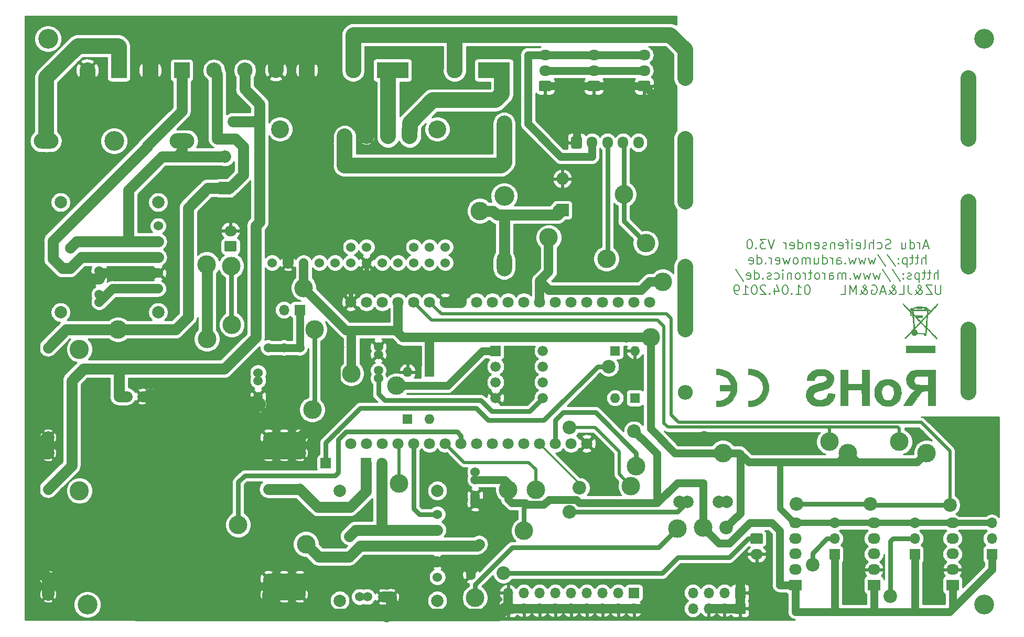
<source format=gbr>
G04 This is an RS-274x file exported by *
G04 gerbv version 2.6.1 *
G04 More information is available about gerbv at *
G04 http://gerbv.geda-project.org/ *
G04 --End of header info--*
%MOIN*%
%FSLAX34Y34*%
%IPPOS*%
G04 --Define apertures--*
%ADD10C,0.0079*%
%ADD11C,0.0004*%
%ADD12C,0.0600*%
%ADD13C,0.0591*%
%ADD14C,0.0709*%
%ADD15R,0.0660X0.0660*%
%ADD16C,0.0660*%
%ADD17O,0.0945X0.0945*%
%ADD18C,0.0945*%
%ADD19C,0.1260*%
%ADD20C,0.1000*%
%ADD21R,0.1000X0.1000*%
%ADD22C,0.0630*%
%ADD23O,0.0787X0.0787*%
%ADD24R,0.0787X0.0787*%
%ADD25O,0.0630X0.0630*%
%ADD26R,0.0630X0.0630*%
%ADD27O,0.1575X0.0984*%
%ADD28O,0.0984X0.1575*%
%ADD29R,0.0800X0.0677*%
%ADD30O,0.0800X0.0677*%
%ADD31C,0.0039*%
%ADD32C,0.0669*%
%ADD33O,0.0768X0.0669*%
%ADD34R,0.0669X0.0669*%
%ADD35O,0.0669X0.0669*%
%ADD36O,0.0787X0.0669*%
%ADD37R,0.1024X0.1024*%
%ADD38C,0.1024*%
%ADD39O,0.0669X0.0768*%
%ADD40C,0.0787*%
%ADD41C,0.1142*%
%ADD42C,0.1220*%
%ADD43C,0.0984*%
%ADD44C,0.1181*%
%ADD45C,0.0866*%
%ADD46C,0.0700*%
%ADD47C,0.0300*%
%ADD48C,0.0500*%
%ADD49C,0.0200*%
%ADD50C,0.0400*%
%ADD51C,0.0100*%
%ADD52C,0.0600*%
%ADD53C,0.1000*%
%ADD54C,0.0800*%
%ADD55C,0.0098*%
G04 --Start main section--*
G54D10*
G01X0083465Y-034702D02*
G01X0083184Y-034702D01*
G01X0083521Y-034870D02*
G01X0083324Y-034280D01*
G01X0083324Y-034280D02*
G01X0083127Y-034870D01*
G01X0082931Y-034870D02*
G01X0082931Y-034477D01*
G01X0082931Y-034589D02*
G01X0082902Y-034533D01*
G01X0082902Y-034533D02*
G01X0082874Y-034505D01*
G01X0082874Y-034505D02*
G01X0082818Y-034477D01*
G01X0082818Y-034477D02*
G01X0082762Y-034477D01*
G01X0082312Y-034870D02*
G01X0082312Y-034280D01*
G01X0082312Y-034842D02*
G01X0082368Y-034870D01*
G01X0082368Y-034870D02*
G01X0082481Y-034870D01*
G01X0082481Y-034870D02*
G01X0082537Y-034842D01*
G01X0082537Y-034842D02*
G01X0082565Y-034814D01*
G01X0082565Y-034814D02*
G01X0082593Y-034758D01*
G01X0082593Y-034758D02*
G01X0082593Y-034589D01*
G01X0082593Y-034589D02*
G01X0082565Y-034533D01*
G01X0082565Y-034533D02*
G01X0082537Y-034505D01*
G01X0082537Y-034505D02*
G01X0082481Y-034477D01*
G01X0082481Y-034477D02*
G01X0082368Y-034477D01*
G01X0082368Y-034477D02*
G01X0082312Y-034505D01*
G01X0081778Y-034477D02*
G01X0081778Y-034870D01*
G01X0082031Y-034477D02*
G01X0082031Y-034786D01*
G01X0082031Y-034786D02*
G01X0082003Y-034842D01*
G01X0082003Y-034842D02*
G01X0081946Y-034870D01*
G01X0081946Y-034870D02*
G01X0081862Y-034870D01*
G01X0081862Y-034870D02*
G01X0081806Y-034842D01*
G01X0081806Y-034842D02*
G01X0081778Y-034814D01*
G01X0081075Y-034842D02*
G01X0080990Y-034870D01*
G01X0080990Y-034870D02*
G01X0080850Y-034870D01*
G01X0080850Y-034870D02*
G01X0080793Y-034842D01*
G01X0080793Y-034842D02*
G01X0080765Y-034814D01*
G01X0080765Y-034814D02*
G01X0080737Y-034758D01*
G01X0080737Y-034758D02*
G01X0080737Y-034702D01*
G01X0080737Y-034702D02*
G01X0080765Y-034645D01*
G01X0080765Y-034645D02*
G01X0080793Y-034617D01*
G01X0080793Y-034617D02*
G01X0080850Y-034589D01*
G01X0080850Y-034589D02*
G01X0080962Y-034561D01*
G01X0080962Y-034561D02*
G01X0081018Y-034533D01*
G01X0081018Y-034533D02*
G01X0081046Y-034505D01*
G01X0081046Y-034505D02*
G01X0081075Y-034448D01*
G01X0081075Y-034448D02*
G01X0081075Y-034392D01*
G01X0081075Y-034392D02*
G01X0081046Y-034336D01*
G01X0081046Y-034336D02*
G01X0081018Y-034308D01*
G01X0081018Y-034308D02*
G01X0080962Y-034280D01*
G01X0080962Y-034280D02*
G01X0080821Y-034280D01*
G01X0080821Y-034280D02*
G01X0080737Y-034308D01*
G01X0080231Y-034842D02*
G01X0080287Y-034870D01*
G01X0080287Y-034870D02*
G01X0080400Y-034870D01*
G01X0080400Y-034870D02*
G01X0080456Y-034842D01*
G01X0080456Y-034842D02*
G01X0080484Y-034814D01*
G01X0080484Y-034814D02*
G01X0080512Y-034758D01*
G01X0080512Y-034758D02*
G01X0080512Y-034589D01*
G01X0080512Y-034589D02*
G01X0080484Y-034533D01*
G01X0080484Y-034533D02*
G01X0080456Y-034505D01*
G01X0080456Y-034505D02*
G01X0080400Y-034477D01*
G01X0080400Y-034477D02*
G01X0080287Y-034477D01*
G01X0080287Y-034477D02*
G01X0080231Y-034505D01*
G01X0079978Y-034870D02*
G01X0079978Y-034280D01*
G01X0079725Y-034870D02*
G01X0079725Y-034561D01*
G01X0079725Y-034561D02*
G01X0079753Y-034505D01*
G01X0079753Y-034505D02*
G01X0079809Y-034477D01*
G01X0079809Y-034477D02*
G01X0079893Y-034477D01*
G01X0079893Y-034477D02*
G01X0079950Y-034505D01*
G01X0079950Y-034505D02*
G01X0079978Y-034533D01*
G01X0079359Y-034870D02*
G01X0079415Y-034842D01*
G01X0079415Y-034842D02*
G01X0079444Y-034786D01*
G01X0079444Y-034786D02*
G01X0079444Y-034280D01*
G01X0078909Y-034842D02*
G01X0078965Y-034870D01*
G01X0078965Y-034870D02*
G01X0079078Y-034870D01*
G01X0079078Y-034870D02*
G01X0079134Y-034842D01*
G01X0079134Y-034842D02*
G01X0079162Y-034786D01*
G01X0079162Y-034786D02*
G01X0079162Y-034561D01*
G01X0079162Y-034561D02*
G01X0079134Y-034505D01*
G01X0079134Y-034505D02*
G01X0079078Y-034477D01*
G01X0079078Y-034477D02*
G01X0078965Y-034477D01*
G01X0078965Y-034477D02*
G01X0078909Y-034505D01*
G01X0078909Y-034505D02*
G01X0078881Y-034561D01*
G01X0078881Y-034561D02*
G01X0078881Y-034617D01*
G01X0078881Y-034617D02*
G01X0079162Y-034673D01*
G01X0078628Y-034870D02*
G01X0078628Y-034477D01*
G01X0078628Y-034280D02*
G01X0078656Y-034308D01*
G01X0078656Y-034308D02*
G01X0078628Y-034336D01*
G01X0078628Y-034336D02*
G01X0078600Y-034308D01*
G01X0078600Y-034308D02*
G01X0078628Y-034280D01*
G01X0078628Y-034280D02*
G01X0078628Y-034336D01*
G01X0078431Y-034477D02*
G01X0078206Y-034477D01*
G01X0078347Y-034870D02*
G01X0078347Y-034364D01*
G01X0078347Y-034364D02*
G01X0078319Y-034308D01*
G01X0078319Y-034308D02*
G01X0078262Y-034280D01*
G01X0078262Y-034280D02*
G01X0078206Y-034280D01*
G01X0077784Y-034842D02*
G01X0077841Y-034870D01*
G01X0077841Y-034870D02*
G01X0077953Y-034870D01*
G01X0077953Y-034870D02*
G01X0078009Y-034842D01*
G01X0078009Y-034842D02*
G01X0078037Y-034786D01*
G01X0078037Y-034786D02*
G01X0078037Y-034561D01*
G01X0078037Y-034561D02*
G01X0078009Y-034505D01*
G01X0078009Y-034505D02*
G01X0077953Y-034477D01*
G01X0077953Y-034477D02*
G01X0077841Y-034477D01*
G01X0077841Y-034477D02*
G01X0077784Y-034505D01*
G01X0077784Y-034505D02*
G01X0077756Y-034561D01*
G01X0077756Y-034561D02*
G01X0077756Y-034617D01*
G01X0077756Y-034617D02*
G01X0078037Y-034673D01*
G01X0077503Y-034477D02*
G01X0077503Y-034870D01*
G01X0077503Y-034533D02*
G01X0077475Y-034505D01*
G01X0077475Y-034505D02*
G01X0077419Y-034477D01*
G01X0077419Y-034477D02*
G01X0077334Y-034477D01*
G01X0077334Y-034477D02*
G01X0077278Y-034505D01*
G01X0077278Y-034505D02*
G01X0077250Y-034561D01*
G01X0077250Y-034561D02*
G01X0077250Y-034870D01*
G01X0076997Y-034842D02*
G01X0076941Y-034870D01*
G01X0076941Y-034870D02*
G01X0076828Y-034870D01*
G01X0076828Y-034870D02*
G01X0076772Y-034842D01*
G01X0076772Y-034842D02*
G01X0076744Y-034786D01*
G01X0076744Y-034786D02*
G01X0076744Y-034758D01*
G01X0076744Y-034758D02*
G01X0076772Y-034702D01*
G01X0076772Y-034702D02*
G01X0076828Y-034673D01*
G01X0076828Y-034673D02*
G01X0076913Y-034673D01*
G01X0076913Y-034673D02*
G01X0076969Y-034645D01*
G01X0076969Y-034645D02*
G01X0076997Y-034589D01*
G01X0076997Y-034589D02*
G01X0076997Y-034561D01*
G01X0076997Y-034561D02*
G01X0076969Y-034505D01*
G01X0076969Y-034505D02*
G01X0076913Y-034477D01*
G01X0076913Y-034477D02*
G01X0076828Y-034477D01*
G01X0076828Y-034477D02*
G01X0076772Y-034505D01*
G01X0076266Y-034842D02*
G01X0076322Y-034870D01*
G01X0076322Y-034870D02*
G01X0076435Y-034870D01*
G01X0076435Y-034870D02*
G01X0076491Y-034842D01*
G01X0076491Y-034842D02*
G01X0076519Y-034786D01*
G01X0076519Y-034786D02*
G01X0076519Y-034561D01*
G01X0076519Y-034561D02*
G01X0076491Y-034505D01*
G01X0076491Y-034505D02*
G01X0076435Y-034477D01*
G01X0076435Y-034477D02*
G01X0076322Y-034477D01*
G01X0076322Y-034477D02*
G01X0076266Y-034505D01*
G01X0076266Y-034505D02*
G01X0076238Y-034561D01*
G01X0076238Y-034561D02*
G01X0076238Y-034617D01*
G01X0076238Y-034617D02*
G01X0076519Y-034673D01*
G01X0075985Y-034477D02*
G01X0075985Y-034870D01*
G01X0075985Y-034533D02*
G01X0075956Y-034505D01*
G01X0075956Y-034505D02*
G01X0075900Y-034477D01*
G01X0075900Y-034477D02*
G01X0075816Y-034477D01*
G01X0075816Y-034477D02*
G01X0075760Y-034505D01*
G01X0075760Y-034505D02*
G01X0075731Y-034561D01*
G01X0075731Y-034561D02*
G01X0075731Y-034870D01*
G01X0075197Y-034870D02*
G01X0075197Y-034280D01*
G01X0075197Y-034842D02*
G01X0075253Y-034870D01*
G01X0075253Y-034870D02*
G01X0075366Y-034870D01*
G01X0075366Y-034870D02*
G01X0075422Y-034842D01*
G01X0075422Y-034842D02*
G01X0075450Y-034814D01*
G01X0075450Y-034814D02*
G01X0075478Y-034758D01*
G01X0075478Y-034758D02*
G01X0075478Y-034589D01*
G01X0075478Y-034589D02*
G01X0075450Y-034533D01*
G01X0075450Y-034533D02*
G01X0075422Y-034505D01*
G01X0075422Y-034505D02*
G01X0075366Y-034477D01*
G01X0075366Y-034477D02*
G01X0075253Y-034477D01*
G01X0075253Y-034477D02*
G01X0075197Y-034505D01*
G01X0074691Y-034842D02*
G01X0074747Y-034870D01*
G01X0074747Y-034870D02*
G01X0074860Y-034870D01*
G01X0074860Y-034870D02*
G01X0074916Y-034842D01*
G01X0074916Y-034842D02*
G01X0074944Y-034786D01*
G01X0074944Y-034786D02*
G01X0074944Y-034561D01*
G01X0074944Y-034561D02*
G01X0074916Y-034505D01*
G01X0074916Y-034505D02*
G01X0074860Y-034477D01*
G01X0074860Y-034477D02*
G01X0074747Y-034477D01*
G01X0074747Y-034477D02*
G01X0074691Y-034505D01*
G01X0074691Y-034505D02*
G01X0074663Y-034561D01*
G01X0074663Y-034561D02*
G01X0074663Y-034617D01*
G01X0074663Y-034617D02*
G01X0074944Y-034673D01*
G01X0074410Y-034870D02*
G01X0074410Y-034477D01*
G01X0074410Y-034589D02*
G01X0074382Y-034533D01*
G01X0074382Y-034533D02*
G01X0074354Y-034505D01*
G01X0074354Y-034505D02*
G01X0074297Y-034477D01*
G01X0074297Y-034477D02*
G01X0074241Y-034477D01*
G01X0073679Y-034280D02*
G01X0073482Y-034870D01*
G01X0073482Y-034870D02*
G01X0073285Y-034280D01*
G01X0073144Y-034280D02*
G01X0072779Y-034280D01*
G01X0072779Y-034280D02*
G01X0072976Y-034505D01*
G01X0072976Y-034505D02*
G01X0072891Y-034505D01*
G01X0072891Y-034505D02*
G01X0072835Y-034533D01*
G01X0072835Y-034533D02*
G01X0072807Y-034561D01*
G01X0072807Y-034561D02*
G01X0072779Y-034617D01*
G01X0072779Y-034617D02*
G01X0072779Y-034758D01*
G01X0072779Y-034758D02*
G01X0072807Y-034814D01*
G01X0072807Y-034814D02*
G01X0072835Y-034842D01*
G01X0072835Y-034842D02*
G01X0072891Y-034870D01*
G01X0072891Y-034870D02*
G01X0073060Y-034870D01*
G01X0073060Y-034870D02*
G01X0073116Y-034842D01*
G01X0073116Y-034842D02*
G01X0073144Y-034814D01*
G01X0072526Y-034814D02*
G01X0072498Y-034842D01*
G01X0072498Y-034842D02*
G01X0072526Y-034870D01*
G01X0072526Y-034870D02*
G01X0072554Y-034842D01*
G01X0072554Y-034842D02*
G01X0072526Y-034814D01*
G01X0072526Y-034814D02*
G01X0072526Y-034870D01*
G01X0072132Y-034280D02*
G01X0072076Y-034280D01*
G01X0072076Y-034280D02*
G01X0072019Y-034308D01*
G01X0072019Y-034308D02*
G01X0071991Y-034336D01*
G01X0071991Y-034336D02*
G01X0071963Y-034392D01*
G01X0071963Y-034392D02*
G01X0071935Y-034505D01*
G01X0071935Y-034505D02*
G01X0071935Y-034645D01*
G01X0071935Y-034645D02*
G01X0071963Y-034758D01*
G01X0071963Y-034758D02*
G01X0071991Y-034814D01*
G01X0071991Y-034814D02*
G01X0072019Y-034842D01*
G01X0072019Y-034842D02*
G01X0072076Y-034870D01*
G01X0072076Y-034870D02*
G01X0072132Y-034870D01*
G01X0072132Y-034870D02*
G01X0072188Y-034842D01*
G01X0072188Y-034842D02*
G01X0072216Y-034814D01*
G01X0072216Y-034814D02*
G01X0072244Y-034758D01*
G01X0072244Y-034758D02*
G01X0072273Y-034645D01*
G01X0072273Y-034645D02*
G01X0072273Y-034505D01*
G01X0072273Y-034505D02*
G01X0072244Y-034392D01*
G01X0072244Y-034392D02*
G01X0072216Y-034336D01*
G01X0072216Y-034336D02*
G01X0072188Y-034308D01*
G01X0072188Y-034308D02*
G01X0072132Y-034280D01*
G01X0083310Y-035835D02*
G01X0083310Y-035244D01*
G01X0083057Y-035835D02*
G01X0083057Y-035526D01*
G01X0083057Y-035526D02*
G01X0083085Y-035469D01*
G01X0083085Y-035469D02*
G01X0083142Y-035441D01*
G01X0083142Y-035441D02*
G01X0083226Y-035441D01*
G01X0083226Y-035441D02*
G01X0083282Y-035469D01*
G01X0083282Y-035469D02*
G01X0083310Y-035497D01*
G01X0082860Y-035441D02*
G01X0082635Y-035441D01*
G01X0082776Y-035244D02*
G01X0082776Y-035751D01*
G01X0082776Y-035751D02*
G01X0082748Y-035807D01*
G01X0082748Y-035807D02*
G01X0082692Y-035835D01*
G01X0082692Y-035835D02*
G01X0082635Y-035835D01*
G01X0082523Y-035441D02*
G01X0082298Y-035441D01*
G01X0082438Y-035244D02*
G01X0082438Y-035751D01*
G01X0082438Y-035751D02*
G01X0082410Y-035807D01*
G01X0082410Y-035807D02*
G01X0082354Y-035835D01*
G01X0082354Y-035835D02*
G01X0082298Y-035835D01*
G01X0082101Y-035441D02*
G01X0082101Y-036032D01*
G01X0082101Y-035469D02*
G01X0082045Y-035441D01*
G01X0082045Y-035441D02*
G01X0081932Y-035441D01*
G01X0081932Y-035441D02*
G01X0081876Y-035469D01*
G01X0081876Y-035469D02*
G01X0081848Y-035497D01*
G01X0081848Y-035497D02*
G01X0081820Y-035554D01*
G01X0081820Y-035554D02*
G01X0081820Y-035722D01*
G01X0081820Y-035722D02*
G01X0081848Y-035779D01*
G01X0081848Y-035779D02*
G01X0081876Y-035807D01*
G01X0081876Y-035807D02*
G01X0081932Y-035835D01*
G01X0081932Y-035835D02*
G01X0082045Y-035835D01*
G01X0082045Y-035835D02*
G01X0082101Y-035807D01*
G01X0081567Y-035779D02*
G01X0081539Y-035807D01*
G01X0081539Y-035807D02*
G01X0081567Y-035835D01*
G01X0081567Y-035835D02*
G01X0081595Y-035807D01*
G01X0081595Y-035807D02*
G01X0081567Y-035779D01*
G01X0081567Y-035779D02*
G01X0081567Y-035835D01*
G01X0081567Y-035469D02*
G01X0081539Y-035497D01*
G01X0081539Y-035497D02*
G01X0081567Y-035526D01*
G01X0081567Y-035526D02*
G01X0081595Y-035497D01*
G01X0081595Y-035497D02*
G01X0081567Y-035469D01*
G01X0081567Y-035469D02*
G01X0081567Y-035526D01*
G01X0080864Y-035216D02*
G01X0081370Y-035975D01*
G01X0080245Y-035216D02*
G01X0080751Y-035975D01*
G01X0080104Y-035441D02*
G01X0079992Y-035835D01*
G01X0079992Y-035835D02*
G01X0079879Y-035554D01*
G01X0079879Y-035554D02*
G01X0079767Y-035835D01*
G01X0079767Y-035835D02*
G01X0079654Y-035441D01*
G01X0079486Y-035441D02*
G01X0079373Y-035835D01*
G01X0079373Y-035835D02*
G01X0079261Y-035554D01*
G01X0079261Y-035554D02*
G01X0079148Y-035835D01*
G01X0079148Y-035835D02*
G01X0079036Y-035441D01*
G01X0078867Y-035441D02*
G01X0078755Y-035835D01*
G01X0078755Y-035835D02*
G01X0078642Y-035554D01*
G01X0078642Y-035554D02*
G01X0078530Y-035835D01*
G01X0078530Y-035835D02*
G01X0078417Y-035441D01*
G01X0078192Y-035779D02*
G01X0078164Y-035807D01*
G01X0078164Y-035807D02*
G01X0078192Y-035835D01*
G01X0078192Y-035835D02*
G01X0078220Y-035807D01*
G01X0078220Y-035807D02*
G01X0078192Y-035779D01*
G01X0078192Y-035779D02*
G01X0078192Y-035835D01*
G01X0077658Y-035835D02*
G01X0077658Y-035526D01*
G01X0077658Y-035526D02*
G01X0077686Y-035469D01*
G01X0077686Y-035469D02*
G01X0077742Y-035441D01*
G01X0077742Y-035441D02*
G01X0077855Y-035441D01*
G01X0077855Y-035441D02*
G01X0077911Y-035469D01*
G01X0077658Y-035807D02*
G01X0077714Y-035835D01*
G01X0077714Y-035835D02*
G01X0077855Y-035835D01*
G01X0077855Y-035835D02*
G01X0077911Y-035807D01*
G01X0077911Y-035807D02*
G01X0077939Y-035751D01*
G01X0077939Y-035751D02*
G01X0077939Y-035694D01*
G01X0077939Y-035694D02*
G01X0077911Y-035638D01*
G01X0077911Y-035638D02*
G01X0077855Y-035610D01*
G01X0077855Y-035610D02*
G01X0077714Y-035610D01*
G01X0077714Y-035610D02*
G01X0077658Y-035582D01*
G01X0077377Y-035835D02*
G01X0077377Y-035441D01*
G01X0077377Y-035554D02*
G01X0077348Y-035497D01*
G01X0077348Y-035497D02*
G01X0077320Y-035469D01*
G01X0077320Y-035469D02*
G01X0077264Y-035441D01*
G01X0077264Y-035441D02*
G01X0077208Y-035441D01*
G01X0076758Y-035835D02*
G01X0076758Y-035244D01*
G01X0076758Y-035807D02*
G01X0076814Y-035835D01*
G01X0076814Y-035835D02*
G01X0076927Y-035835D01*
G01X0076927Y-035835D02*
G01X0076983Y-035807D01*
G01X0076983Y-035807D02*
G01X0077011Y-035779D01*
G01X0077011Y-035779D02*
G01X0077039Y-035722D01*
G01X0077039Y-035722D02*
G01X0077039Y-035554D01*
G01X0077039Y-035554D02*
G01X0077011Y-035497D01*
G01X0077011Y-035497D02*
G01X0076983Y-035469D01*
G01X0076983Y-035469D02*
G01X0076927Y-035441D01*
G01X0076927Y-035441D02*
G01X0076814Y-035441D01*
G01X0076814Y-035441D02*
G01X0076758Y-035469D01*
G01X0076224Y-035441D02*
G01X0076224Y-035835D01*
G01X0076477Y-035441D02*
G01X0076477Y-035751D01*
G01X0076477Y-035751D02*
G01X0076449Y-035807D01*
G01X0076449Y-035807D02*
G01X0076392Y-035835D01*
G01X0076392Y-035835D02*
G01X0076308Y-035835D01*
G01X0076308Y-035835D02*
G01X0076252Y-035807D01*
G01X0076252Y-035807D02*
G01X0076224Y-035779D01*
G01X0075942Y-035835D02*
G01X0075942Y-035441D01*
G01X0075942Y-035497D02*
G01X0075914Y-035469D01*
G01X0075914Y-035469D02*
G01X0075858Y-035441D01*
G01X0075858Y-035441D02*
G01X0075774Y-035441D01*
G01X0075774Y-035441D02*
G01X0075717Y-035469D01*
G01X0075717Y-035469D02*
G01X0075689Y-035526D01*
G01X0075689Y-035526D02*
G01X0075689Y-035835D01*
G01X0075689Y-035526D02*
G01X0075661Y-035469D01*
G01X0075661Y-035469D02*
G01X0075605Y-035441D01*
G01X0075605Y-035441D02*
G01X0075521Y-035441D01*
G01X0075521Y-035441D02*
G01X0075464Y-035469D01*
G01X0075464Y-035469D02*
G01X0075436Y-035526D01*
G01X0075436Y-035526D02*
G01X0075436Y-035835D01*
G01X0075071Y-035835D02*
G01X0075127Y-035807D01*
G01X0075127Y-035807D02*
G01X0075155Y-035779D01*
G01X0075155Y-035779D02*
G01X0075183Y-035722D01*
G01X0075183Y-035722D02*
G01X0075183Y-035554D01*
G01X0075183Y-035554D02*
G01X0075155Y-035497D01*
G01X0075155Y-035497D02*
G01X0075127Y-035469D01*
G01X0075127Y-035469D02*
G01X0075071Y-035441D01*
G01X0075071Y-035441D02*
G01X0074986Y-035441D01*
G01X0074986Y-035441D02*
G01X0074930Y-035469D01*
G01X0074930Y-035469D02*
G01X0074902Y-035497D01*
G01X0074902Y-035497D02*
G01X0074874Y-035554D01*
G01X0074874Y-035554D02*
G01X0074874Y-035722D01*
G01X0074874Y-035722D02*
G01X0074902Y-035779D01*
G01X0074902Y-035779D02*
G01X0074930Y-035807D01*
G01X0074930Y-035807D02*
G01X0074986Y-035835D01*
G01X0074986Y-035835D02*
G01X0075071Y-035835D01*
G01X0074677Y-035441D02*
G01X0074564Y-035835D01*
G01X0074564Y-035835D02*
G01X0074452Y-035554D01*
G01X0074452Y-035554D02*
G01X0074339Y-035835D01*
G01X0074339Y-035835D02*
G01X0074227Y-035441D01*
G01X0073777Y-035807D02*
G01X0073833Y-035835D01*
G01X0073833Y-035835D02*
G01X0073946Y-035835D01*
G01X0073946Y-035835D02*
G01X0074002Y-035807D01*
G01X0074002Y-035807D02*
G01X0074030Y-035751D01*
G01X0074030Y-035751D02*
G01X0074030Y-035526D01*
G01X0074030Y-035526D02*
G01X0074002Y-035469D01*
G01X0074002Y-035469D02*
G01X0073946Y-035441D01*
G01X0073946Y-035441D02*
G01X0073833Y-035441D01*
G01X0073833Y-035441D02*
G01X0073777Y-035469D01*
G01X0073777Y-035469D02*
G01X0073749Y-035526D01*
G01X0073749Y-035526D02*
G01X0073749Y-035582D01*
G01X0073749Y-035582D02*
G01X0074030Y-035638D01*
G01X0073496Y-035835D02*
G01X0073496Y-035441D01*
G01X0073496Y-035554D02*
G01X0073468Y-035497D01*
G01X0073468Y-035497D02*
G01X0073440Y-035469D01*
G01X0073440Y-035469D02*
G01X0073383Y-035441D01*
G01X0073383Y-035441D02*
G01X0073327Y-035441D01*
G01X0073130Y-035779D02*
G01X0073102Y-035807D01*
G01X0073102Y-035807D02*
G01X0073130Y-035835D01*
G01X0073130Y-035835D02*
G01X0073158Y-035807D01*
G01X0073158Y-035807D02*
G01X0073130Y-035779D01*
G01X0073130Y-035779D02*
G01X0073130Y-035835D01*
G01X0072596Y-035835D02*
G01X0072596Y-035244D01*
G01X0072596Y-035807D02*
G01X0072652Y-035835D01*
G01X0072652Y-035835D02*
G01X0072765Y-035835D01*
G01X0072765Y-035835D02*
G01X0072821Y-035807D01*
G01X0072821Y-035807D02*
G01X0072849Y-035779D01*
G01X0072849Y-035779D02*
G01X0072877Y-035722D01*
G01X0072877Y-035722D02*
G01X0072877Y-035554D01*
G01X0072877Y-035554D02*
G01X0072849Y-035497D01*
G01X0072849Y-035497D02*
G01X0072821Y-035469D01*
G01X0072821Y-035469D02*
G01X0072765Y-035441D01*
G01X0072765Y-035441D02*
G01X0072652Y-035441D01*
G01X0072652Y-035441D02*
G01X0072596Y-035469D01*
G01X0072090Y-035807D02*
G01X0072146Y-035835D01*
G01X0072146Y-035835D02*
G01X0072258Y-035835D01*
G01X0072258Y-035835D02*
G01X0072315Y-035807D01*
G01X0072315Y-035807D02*
G01X0072343Y-035751D01*
G01X0072343Y-035751D02*
G01X0072343Y-035526D01*
G01X0072343Y-035526D02*
G01X0072315Y-035469D01*
G01X0072315Y-035469D02*
G01X0072258Y-035441D01*
G01X0072258Y-035441D02*
G01X0072146Y-035441D01*
G01X0072146Y-035441D02*
G01X0072090Y-035469D01*
G01X0072090Y-035469D02*
G01X0072062Y-035526D01*
G01X0072062Y-035526D02*
G01X0072062Y-035582D01*
G01X0072062Y-035582D02*
G01X0072343Y-035638D01*
G01X0084098Y-036799D02*
G01X0084098Y-036209D01*
G01X0083845Y-036799D02*
G01X0083845Y-036490D01*
G01X0083845Y-036490D02*
G01X0083873Y-036434D01*
G01X0083873Y-036434D02*
G01X0083929Y-036406D01*
G01X0083929Y-036406D02*
G01X0084013Y-036406D01*
G01X0084013Y-036406D02*
G01X0084070Y-036434D01*
G01X0084070Y-036434D02*
G01X0084098Y-036462D01*
G01X0083648Y-036406D02*
G01X0083423Y-036406D01*
G01X0083563Y-036209D02*
G01X0083563Y-036715D01*
G01X0083563Y-036715D02*
G01X0083535Y-036771D01*
G01X0083535Y-036771D02*
G01X0083479Y-036799D01*
G01X0083479Y-036799D02*
G01X0083423Y-036799D01*
G01X0083310Y-036406D02*
G01X0083085Y-036406D01*
G01X0083226Y-036209D02*
G01X0083226Y-036715D01*
G01X0083226Y-036715D02*
G01X0083198Y-036771D01*
G01X0083198Y-036771D02*
G01X0083142Y-036799D01*
G01X0083142Y-036799D02*
G01X0083085Y-036799D01*
G01X0082888Y-036406D02*
G01X0082888Y-036996D01*
G01X0082888Y-036434D02*
G01X0082832Y-036406D01*
G01X0082832Y-036406D02*
G01X0082720Y-036406D01*
G01X0082720Y-036406D02*
G01X0082663Y-036434D01*
G01X0082663Y-036434D02*
G01X0082635Y-036462D01*
G01X0082635Y-036462D02*
G01X0082607Y-036518D01*
G01X0082607Y-036518D02*
G01X0082607Y-036687D01*
G01X0082607Y-036687D02*
G01X0082635Y-036743D01*
G01X0082635Y-036743D02*
G01X0082663Y-036771D01*
G01X0082663Y-036771D02*
G01X0082720Y-036799D01*
G01X0082720Y-036799D02*
G01X0082832Y-036799D01*
G01X0082832Y-036799D02*
G01X0082888Y-036771D01*
G01X0082382Y-036771D02*
G01X0082326Y-036799D01*
G01X0082326Y-036799D02*
G01X0082213Y-036799D01*
G01X0082213Y-036799D02*
G01X0082157Y-036771D01*
G01X0082157Y-036771D02*
G01X0082129Y-036715D01*
G01X0082129Y-036715D02*
G01X0082129Y-036687D01*
G01X0082129Y-036687D02*
G01X0082157Y-036631D01*
G01X0082157Y-036631D02*
G01X0082213Y-036603D01*
G01X0082213Y-036603D02*
G01X0082298Y-036603D01*
G01X0082298Y-036603D02*
G01X0082354Y-036574D01*
G01X0082354Y-036574D02*
G01X0082382Y-036518D01*
G01X0082382Y-036518D02*
G01X0082382Y-036490D01*
G01X0082382Y-036490D02*
G01X0082354Y-036434D01*
G01X0082354Y-036434D02*
G01X0082298Y-036406D01*
G01X0082298Y-036406D02*
G01X0082213Y-036406D01*
G01X0082213Y-036406D02*
G01X0082157Y-036434D01*
G01X0081876Y-036743D02*
G01X0081848Y-036771D01*
G01X0081848Y-036771D02*
G01X0081876Y-036799D01*
G01X0081876Y-036799D02*
G01X0081904Y-036771D01*
G01X0081904Y-036771D02*
G01X0081876Y-036743D01*
G01X0081876Y-036743D02*
G01X0081876Y-036799D01*
G01X0081876Y-036434D02*
G01X0081848Y-036462D01*
G01X0081848Y-036462D02*
G01X0081876Y-036490D01*
G01X0081876Y-036490D02*
G01X0081904Y-036462D01*
G01X0081904Y-036462D02*
G01X0081876Y-036434D01*
G01X0081876Y-036434D02*
G01X0081876Y-036490D01*
G01X0081173Y-036181D02*
G01X0081679Y-036940D01*
G01X0080554Y-036181D02*
G01X0081061Y-036940D01*
G01X0080414Y-036406D02*
G01X0080301Y-036799D01*
G01X0080301Y-036799D02*
G01X0080189Y-036518D01*
G01X0080189Y-036518D02*
G01X0080076Y-036799D01*
G01X0080076Y-036799D02*
G01X0079964Y-036406D01*
G01X0079795Y-036406D02*
G01X0079683Y-036799D01*
G01X0079683Y-036799D02*
G01X0079570Y-036518D01*
G01X0079570Y-036518D02*
G01X0079458Y-036799D01*
G01X0079458Y-036799D02*
G01X0079345Y-036406D01*
G01X0079176Y-036406D02*
G01X0079064Y-036799D01*
G01X0079064Y-036799D02*
G01X0078951Y-036518D01*
G01X0078951Y-036518D02*
G01X0078839Y-036799D01*
G01X0078839Y-036799D02*
G01X0078726Y-036406D01*
G01X0078501Y-036743D02*
G01X0078473Y-036771D01*
G01X0078473Y-036771D02*
G01X0078501Y-036799D01*
G01X0078501Y-036799D02*
G01X0078530Y-036771D01*
G01X0078530Y-036771D02*
G01X0078501Y-036743D01*
G01X0078501Y-036743D02*
G01X0078501Y-036799D01*
G01X0078220Y-036799D02*
G01X0078220Y-036406D01*
G01X0078220Y-036462D02*
G01X0078192Y-036434D01*
G01X0078192Y-036434D02*
G01X0078136Y-036406D01*
G01X0078136Y-036406D02*
G01X0078052Y-036406D01*
G01X0078052Y-036406D02*
G01X0077995Y-036434D01*
G01X0077995Y-036434D02*
G01X0077967Y-036490D01*
G01X0077967Y-036490D02*
G01X0077967Y-036799D01*
G01X0077967Y-036490D02*
G01X0077939Y-036434D01*
G01X0077939Y-036434D02*
G01X0077883Y-036406D01*
G01X0077883Y-036406D02*
G01X0077798Y-036406D01*
G01X0077798Y-036406D02*
G01X0077742Y-036434D01*
G01X0077742Y-036434D02*
G01X0077714Y-036490D01*
G01X0077714Y-036490D02*
G01X0077714Y-036799D01*
G01X0077180Y-036799D02*
G01X0077180Y-036490D01*
G01X0077180Y-036490D02*
G01X0077208Y-036434D01*
G01X0077208Y-036434D02*
G01X0077264Y-036406D01*
G01X0077264Y-036406D02*
G01X0077377Y-036406D01*
G01X0077377Y-036406D02*
G01X0077433Y-036434D01*
G01X0077180Y-036771D02*
G01X0077236Y-036799D01*
G01X0077236Y-036799D02*
G01X0077377Y-036799D01*
G01X0077377Y-036799D02*
G01X0077433Y-036771D01*
G01X0077433Y-036771D02*
G01X0077461Y-036715D01*
G01X0077461Y-036715D02*
G01X0077461Y-036659D01*
G01X0077461Y-036659D02*
G01X0077433Y-036603D01*
G01X0077433Y-036603D02*
G01X0077377Y-036574D01*
G01X0077377Y-036574D02*
G01X0077236Y-036574D01*
G01X0077236Y-036574D02*
G01X0077180Y-036546D01*
G01X0076899Y-036799D02*
G01X0076899Y-036406D01*
G01X0076899Y-036518D02*
G01X0076870Y-036462D01*
G01X0076870Y-036462D02*
G01X0076842Y-036434D01*
G01X0076842Y-036434D02*
G01X0076786Y-036406D01*
G01X0076786Y-036406D02*
G01X0076730Y-036406D01*
G01X0076449Y-036799D02*
G01X0076505Y-036771D01*
G01X0076505Y-036771D02*
G01X0076533Y-036743D01*
G01X0076533Y-036743D02*
G01X0076561Y-036687D01*
G01X0076561Y-036687D02*
G01X0076561Y-036518D01*
G01X0076561Y-036518D02*
G01X0076533Y-036462D01*
G01X0076533Y-036462D02*
G01X0076505Y-036434D01*
G01X0076505Y-036434D02*
G01X0076449Y-036406D01*
G01X0076449Y-036406D02*
G01X0076364Y-036406D01*
G01X0076364Y-036406D02*
G01X0076308Y-036434D01*
G01X0076308Y-036434D02*
G01X0076280Y-036462D01*
G01X0076280Y-036462D02*
G01X0076252Y-036518D01*
G01X0076252Y-036518D02*
G01X0076252Y-036687D01*
G01X0076252Y-036687D02*
G01X0076280Y-036743D01*
G01X0076280Y-036743D02*
G01X0076308Y-036771D01*
G01X0076308Y-036771D02*
G01X0076364Y-036799D01*
G01X0076364Y-036799D02*
G01X0076449Y-036799D01*
G01X0076083Y-036406D02*
G01X0075858Y-036406D01*
G01X0075999Y-036209D02*
G01X0075999Y-036715D01*
G01X0075999Y-036715D02*
G01X0075971Y-036771D01*
G01X0075971Y-036771D02*
G01X0075914Y-036799D01*
G01X0075914Y-036799D02*
G01X0075858Y-036799D01*
G01X0075661Y-036799D02*
G01X0075661Y-036406D01*
G01X0075661Y-036518D02*
G01X0075633Y-036462D01*
G01X0075633Y-036462D02*
G01X0075605Y-036434D01*
G01X0075605Y-036434D02*
G01X0075549Y-036406D01*
G01X0075549Y-036406D02*
G01X0075492Y-036406D01*
G01X0075211Y-036799D02*
G01X0075267Y-036771D01*
G01X0075267Y-036771D02*
G01X0075296Y-036743D01*
G01X0075296Y-036743D02*
G01X0075324Y-036687D01*
G01X0075324Y-036687D02*
G01X0075324Y-036518D01*
G01X0075324Y-036518D02*
G01X0075296Y-036462D01*
G01X0075296Y-036462D02*
G01X0075267Y-036434D01*
G01X0075267Y-036434D02*
G01X0075211Y-036406D01*
G01X0075211Y-036406D02*
G01X0075127Y-036406D01*
G01X0075127Y-036406D02*
G01X0075071Y-036434D01*
G01X0075071Y-036434D02*
G01X0075043Y-036462D01*
G01X0075043Y-036462D02*
G01X0075014Y-036518D01*
G01X0075014Y-036518D02*
G01X0075014Y-036687D01*
G01X0075014Y-036687D02*
G01X0075043Y-036743D01*
G01X0075043Y-036743D02*
G01X0075071Y-036771D01*
G01X0075071Y-036771D02*
G01X0075127Y-036799D01*
G01X0075127Y-036799D02*
G01X0075211Y-036799D01*
G01X0074761Y-036406D02*
G01X0074761Y-036799D01*
G01X0074761Y-036462D02*
G01X0074733Y-036434D01*
G01X0074733Y-036434D02*
G01X0074677Y-036406D01*
G01X0074677Y-036406D02*
G01X0074593Y-036406D01*
G01X0074593Y-036406D02*
G01X0074536Y-036434D01*
G01X0074536Y-036434D02*
G01X0074508Y-036490D01*
G01X0074508Y-036490D02*
G01X0074508Y-036799D01*
G01X0074227Y-036799D02*
G01X0074227Y-036406D01*
G01X0074227Y-036209D02*
G01X0074255Y-036237D01*
G01X0074255Y-036237D02*
G01X0074227Y-036265D01*
G01X0074227Y-036265D02*
G01X0074199Y-036237D01*
G01X0074199Y-036237D02*
G01X0074227Y-036209D01*
G01X0074227Y-036209D02*
G01X0074227Y-036265D01*
G01X0073693Y-036771D02*
G01X0073749Y-036799D01*
G01X0073749Y-036799D02*
G01X0073861Y-036799D01*
G01X0073861Y-036799D02*
G01X0073918Y-036771D01*
G01X0073918Y-036771D02*
G01X0073946Y-036743D01*
G01X0073946Y-036743D02*
G01X0073974Y-036687D01*
G01X0073974Y-036687D02*
G01X0073974Y-036518D01*
G01X0073974Y-036518D02*
G01X0073946Y-036462D01*
G01X0073946Y-036462D02*
G01X0073918Y-036434D01*
G01X0073918Y-036434D02*
G01X0073861Y-036406D01*
G01X0073861Y-036406D02*
G01X0073749Y-036406D01*
G01X0073749Y-036406D02*
G01X0073693Y-036434D01*
G01X0073468Y-036771D02*
G01X0073411Y-036799D01*
G01X0073411Y-036799D02*
G01X0073299Y-036799D01*
G01X0073299Y-036799D02*
G01X0073243Y-036771D01*
G01X0073243Y-036771D02*
G01X0073215Y-036715D01*
G01X0073215Y-036715D02*
G01X0073215Y-036687D01*
G01X0073215Y-036687D02*
G01X0073243Y-036631D01*
G01X0073243Y-036631D02*
G01X0073299Y-036603D01*
G01X0073299Y-036603D02*
G01X0073383Y-036603D01*
G01X0073383Y-036603D02*
G01X0073440Y-036574D01*
G01X0073440Y-036574D02*
G01X0073468Y-036518D01*
G01X0073468Y-036518D02*
G01X0073468Y-036490D01*
G01X0073468Y-036490D02*
G01X0073440Y-036434D01*
G01X0073440Y-036434D02*
G01X0073383Y-036406D01*
G01X0073383Y-036406D02*
G01X0073299Y-036406D01*
G01X0073299Y-036406D02*
G01X0073243Y-036434D01*
G01X0072962Y-036743D02*
G01X0072933Y-036771D01*
G01X0072933Y-036771D02*
G01X0072962Y-036799D01*
G01X0072962Y-036799D02*
G01X0072990Y-036771D01*
G01X0072990Y-036771D02*
G01X0072962Y-036743D01*
G01X0072962Y-036743D02*
G01X0072962Y-036799D01*
G01X0072427Y-036799D02*
G01X0072427Y-036209D01*
G01X0072427Y-036771D02*
G01X0072483Y-036799D01*
G01X0072483Y-036799D02*
G01X0072596Y-036799D01*
G01X0072596Y-036799D02*
G01X0072652Y-036771D01*
G01X0072652Y-036771D02*
G01X0072680Y-036743D01*
G01X0072680Y-036743D02*
G01X0072708Y-036687D01*
G01X0072708Y-036687D02*
G01X0072708Y-036518D01*
G01X0072708Y-036518D02*
G01X0072680Y-036462D01*
G01X0072680Y-036462D02*
G01X0072652Y-036434D01*
G01X0072652Y-036434D02*
G01X0072596Y-036406D01*
G01X0072596Y-036406D02*
G01X0072483Y-036406D01*
G01X0072483Y-036406D02*
G01X0072427Y-036434D01*
G01X0071921Y-036771D02*
G01X0071977Y-036799D01*
G01X0071977Y-036799D02*
G01X0072090Y-036799D01*
G01X0072090Y-036799D02*
G01X0072146Y-036771D01*
G01X0072146Y-036771D02*
G01X0072174Y-036715D01*
G01X0072174Y-036715D02*
G01X0072174Y-036490D01*
G01X0072174Y-036490D02*
G01X0072146Y-036434D01*
G01X0072146Y-036434D02*
G01X0072090Y-036406D01*
G01X0072090Y-036406D02*
G01X0071977Y-036406D01*
G01X0071977Y-036406D02*
G01X0071921Y-036434D01*
G01X0071921Y-036434D02*
G01X0071893Y-036490D01*
G01X0071893Y-036490D02*
G01X0071893Y-036546D01*
G01X0071893Y-036546D02*
G01X0072174Y-036603D01*
G01X0071218Y-036181D02*
G01X0071724Y-036940D01*
G01X0084266Y-037173D02*
G01X0084266Y-037652D01*
G01X0084266Y-037652D02*
G01X0084238Y-037708D01*
G01X0084238Y-037708D02*
G01X0084210Y-037736D01*
G01X0084210Y-037736D02*
G01X0084154Y-037764D01*
G01X0084154Y-037764D02*
G01X0084041Y-037764D01*
G01X0084041Y-037764D02*
G01X0083985Y-037736D01*
G01X0083985Y-037736D02*
G01X0083957Y-037708D01*
G01X0083957Y-037708D02*
G01X0083929Y-037652D01*
G01X0083929Y-037652D02*
G01X0083929Y-037173D01*
G01X0083704Y-037173D02*
G01X0083310Y-037173D01*
G01X0083310Y-037173D02*
G01X0083704Y-037764D01*
G01X0083704Y-037764D02*
G01X0083310Y-037764D01*
G01X0082607Y-037764D02*
G01X0082635Y-037764D01*
G01X0082635Y-037764D02*
G01X0082692Y-037736D01*
G01X0082692Y-037736D02*
G01X0082776Y-037652D01*
G01X0082776Y-037652D02*
G01X0082917Y-037483D01*
G01X0082917Y-037483D02*
G01X0082973Y-037398D01*
G01X0082973Y-037398D02*
G01X0083001Y-037314D01*
G01X0083001Y-037314D02*
G01X0083001Y-037258D01*
G01X0083001Y-037258D02*
G01X0082973Y-037202D01*
G01X0082973Y-037202D02*
G01X0082917Y-037173D01*
G01X0082917Y-037173D02*
G01X0082888Y-037173D01*
G01X0082888Y-037173D02*
G01X0082832Y-037202D01*
G01X0082832Y-037202D02*
G01X0082804Y-037258D01*
G01X0082804Y-037258D02*
G01X0082804Y-037286D01*
G01X0082804Y-037286D02*
G01X0082832Y-037342D01*
G01X0082832Y-037342D02*
G01X0082860Y-037370D01*
G01X0082860Y-037370D02*
G01X0083029Y-037483D01*
G01X0083029Y-037483D02*
G01X0083057Y-037511D01*
G01X0083057Y-037511D02*
G01X0083085Y-037567D01*
G01X0083085Y-037567D02*
G01X0083085Y-037652D01*
G01X0083085Y-037652D02*
G01X0083057Y-037708D01*
G01X0083057Y-037708D02*
G01X0083029Y-037736D01*
G01X0083029Y-037736D02*
G01X0082973Y-037764D01*
G01X0082973Y-037764D02*
G01X0082888Y-037764D01*
G01X0082888Y-037764D02*
G01X0082832Y-037736D01*
G01X0082832Y-037736D02*
G01X0082804Y-037708D01*
G01X0082804Y-037708D02*
G01X0082720Y-037595D01*
G01X0082720Y-037595D02*
G01X0082692Y-037511D01*
G01X0082692Y-037511D02*
G01X0082692Y-037455D01*
G01X0082185Y-037173D02*
G01X0082185Y-037595D01*
G01X0082185Y-037595D02*
G01X0082213Y-037680D01*
G01X0082213Y-037680D02*
G01X0082270Y-037736D01*
G01X0082270Y-037736D02*
G01X0082354Y-037764D01*
G01X0082354Y-037764D02*
G01X0082410Y-037764D01*
G01X0081623Y-037764D02*
G01X0081904Y-037764D01*
G01X0081904Y-037764D02*
G01X0081904Y-037173D01*
G01X0080948Y-037764D02*
G01X0080976Y-037764D01*
G01X0080976Y-037764D02*
G01X0081032Y-037736D01*
G01X0081032Y-037736D02*
G01X0081117Y-037652D01*
G01X0081117Y-037652D02*
G01X0081257Y-037483D01*
G01X0081257Y-037483D02*
G01X0081314Y-037398D01*
G01X0081314Y-037398D02*
G01X0081342Y-037314D01*
G01X0081342Y-037314D02*
G01X0081342Y-037258D01*
G01X0081342Y-037258D02*
G01X0081314Y-037202D01*
G01X0081314Y-037202D02*
G01X0081257Y-037173D01*
G01X0081257Y-037173D02*
G01X0081229Y-037173D01*
G01X0081229Y-037173D02*
G01X0081173Y-037202D01*
G01X0081173Y-037202D02*
G01X0081145Y-037258D01*
G01X0081145Y-037258D02*
G01X0081145Y-037286D01*
G01X0081145Y-037286D02*
G01X0081173Y-037342D01*
G01X0081173Y-037342D02*
G01X0081201Y-037370D01*
G01X0081201Y-037370D02*
G01X0081370Y-037483D01*
G01X0081370Y-037483D02*
G01X0081398Y-037511D01*
G01X0081398Y-037511D02*
G01X0081426Y-037567D01*
G01X0081426Y-037567D02*
G01X0081426Y-037652D01*
G01X0081426Y-037652D02*
G01X0081398Y-037708D01*
G01X0081398Y-037708D02*
G01X0081370Y-037736D01*
G01X0081370Y-037736D02*
G01X0081314Y-037764D01*
G01X0081314Y-037764D02*
G01X0081229Y-037764D01*
G01X0081229Y-037764D02*
G01X0081173Y-037736D01*
G01X0081173Y-037736D02*
G01X0081145Y-037708D01*
G01X0081145Y-037708D02*
G01X0081061Y-037595D01*
G01X0081061Y-037595D02*
G01X0081032Y-037511D01*
G01X0081032Y-037511D02*
G01X0081032Y-037455D01*
G01X0080723Y-037595D02*
G01X0080442Y-037595D01*
G01X0080779Y-037764D02*
G01X0080582Y-037173D01*
G01X0080582Y-037173D02*
G01X0080386Y-037764D01*
G01X0079879Y-037202D02*
G01X0079936Y-037173D01*
G01X0079936Y-037173D02*
G01X0080020Y-037173D01*
G01X0080020Y-037173D02*
G01X0080104Y-037202D01*
G01X0080104Y-037202D02*
G01X0080161Y-037258D01*
G01X0080161Y-037258D02*
G01X0080189Y-037314D01*
G01X0080189Y-037314D02*
G01X0080217Y-037427D01*
G01X0080217Y-037427D02*
G01X0080217Y-037511D01*
G01X0080217Y-037511D02*
G01X0080189Y-037623D01*
G01X0080189Y-037623D02*
G01X0080161Y-037680D01*
G01X0080161Y-037680D02*
G01X0080104Y-037736D01*
G01X0080104Y-037736D02*
G01X0080020Y-037764D01*
G01X0080020Y-037764D02*
G01X0079964Y-037764D01*
G01X0079964Y-037764D02*
G01X0079879Y-037736D01*
G01X0079879Y-037736D02*
G01X0079851Y-037708D01*
G01X0079851Y-037708D02*
G01X0079851Y-037511D01*
G01X0079851Y-037511D02*
G01X0079964Y-037511D01*
G01X0079120Y-037764D02*
G01X0079148Y-037764D01*
G01X0079148Y-037764D02*
G01X0079204Y-037736D01*
G01X0079204Y-037736D02*
G01X0079289Y-037652D01*
G01X0079289Y-037652D02*
G01X0079429Y-037483D01*
G01X0079429Y-037483D02*
G01X0079486Y-037398D01*
G01X0079486Y-037398D02*
G01X0079514Y-037314D01*
G01X0079514Y-037314D02*
G01X0079514Y-037258D01*
G01X0079514Y-037258D02*
G01X0079486Y-037202D01*
G01X0079486Y-037202D02*
G01X0079429Y-037173D01*
G01X0079429Y-037173D02*
G01X0079401Y-037173D01*
G01X0079401Y-037173D02*
G01X0079345Y-037202D01*
G01X0079345Y-037202D02*
G01X0079317Y-037258D01*
G01X0079317Y-037258D02*
G01X0079317Y-037286D01*
G01X0079317Y-037286D02*
G01X0079345Y-037342D01*
G01X0079345Y-037342D02*
G01X0079373Y-037370D01*
G01X0079373Y-037370D02*
G01X0079542Y-037483D01*
G01X0079542Y-037483D02*
G01X0079570Y-037511D01*
G01X0079570Y-037511D02*
G01X0079598Y-037567D01*
G01X0079598Y-037567D02*
G01X0079598Y-037652D01*
G01X0079598Y-037652D02*
G01X0079570Y-037708D01*
G01X0079570Y-037708D02*
G01X0079542Y-037736D01*
G01X0079542Y-037736D02*
G01X0079486Y-037764D01*
G01X0079486Y-037764D02*
G01X0079401Y-037764D01*
G01X0079401Y-037764D02*
G01X0079345Y-037736D01*
G01X0079345Y-037736D02*
G01X0079317Y-037708D01*
G01X0079317Y-037708D02*
G01X0079233Y-037595D01*
G01X0079233Y-037595D02*
G01X0079204Y-037511D01*
G01X0079204Y-037511D02*
G01X0079204Y-037455D01*
G01X0078867Y-037764D02*
G01X0078867Y-037173D01*
G01X0078867Y-037173D02*
G01X0078670Y-037595D01*
G01X0078670Y-037595D02*
G01X0078473Y-037173D01*
G01X0078473Y-037173D02*
G01X0078473Y-037764D01*
G01X0077911Y-037764D02*
G01X0078192Y-037764D01*
G01X0078192Y-037764D02*
G01X0078192Y-037173D01*
G01X0075802Y-037173D02*
G01X0075746Y-037173D01*
G01X0075746Y-037173D02*
G01X0075689Y-037202D01*
G01X0075689Y-037202D02*
G01X0075661Y-037230D01*
G01X0075661Y-037230D02*
G01X0075633Y-037286D01*
G01X0075633Y-037286D02*
G01X0075605Y-037398D01*
G01X0075605Y-037398D02*
G01X0075605Y-037539D01*
G01X0075605Y-037539D02*
G01X0075633Y-037652D01*
G01X0075633Y-037652D02*
G01X0075661Y-037708D01*
G01X0075661Y-037708D02*
G01X0075689Y-037736D01*
G01X0075689Y-037736D02*
G01X0075746Y-037764D01*
G01X0075746Y-037764D02*
G01X0075802Y-037764D01*
G01X0075802Y-037764D02*
G01X0075858Y-037736D01*
G01X0075858Y-037736D02*
G01X0075886Y-037708D01*
G01X0075886Y-037708D02*
G01X0075914Y-037652D01*
G01X0075914Y-037652D02*
G01X0075942Y-037539D01*
G01X0075942Y-037539D02*
G01X0075942Y-037398D01*
G01X0075942Y-037398D02*
G01X0075914Y-037286D01*
G01X0075914Y-037286D02*
G01X0075886Y-037230D01*
G01X0075886Y-037230D02*
G01X0075858Y-037202D01*
G01X0075858Y-037202D02*
G01X0075802Y-037173D01*
G01X0075043Y-037764D02*
G01X0075380Y-037764D01*
G01X0075211Y-037764D02*
G01X0075211Y-037173D01*
G01X0075211Y-037173D02*
G01X0075267Y-037258D01*
G01X0075267Y-037258D02*
G01X0075324Y-037314D01*
G01X0075324Y-037314D02*
G01X0075380Y-037342D01*
G01X0074789Y-037708D02*
G01X0074761Y-037736D01*
G01X0074761Y-037736D02*
G01X0074789Y-037764D01*
G01X0074789Y-037764D02*
G01X0074818Y-037736D01*
G01X0074818Y-037736D02*
G01X0074789Y-037708D01*
G01X0074789Y-037708D02*
G01X0074789Y-037764D01*
G01X0074396Y-037173D02*
G01X0074339Y-037173D01*
G01X0074339Y-037173D02*
G01X0074283Y-037202D01*
G01X0074283Y-037202D02*
G01X0074255Y-037230D01*
G01X0074255Y-037230D02*
G01X0074227Y-037286D01*
G01X0074227Y-037286D02*
G01X0074199Y-037398D01*
G01X0074199Y-037398D02*
G01X0074199Y-037539D01*
G01X0074199Y-037539D02*
G01X0074227Y-037652D01*
G01X0074227Y-037652D02*
G01X0074255Y-037708D01*
G01X0074255Y-037708D02*
G01X0074283Y-037736D01*
G01X0074283Y-037736D02*
G01X0074339Y-037764D01*
G01X0074339Y-037764D02*
G01X0074396Y-037764D01*
G01X0074396Y-037764D02*
G01X0074452Y-037736D01*
G01X0074452Y-037736D02*
G01X0074480Y-037708D01*
G01X0074480Y-037708D02*
G01X0074508Y-037652D01*
G01X0074508Y-037652D02*
G01X0074536Y-037539D01*
G01X0074536Y-037539D02*
G01X0074536Y-037398D01*
G01X0074536Y-037398D02*
G01X0074508Y-037286D01*
G01X0074508Y-037286D02*
G01X0074480Y-037230D01*
G01X0074480Y-037230D02*
G01X0074452Y-037202D01*
G01X0074452Y-037202D02*
G01X0074396Y-037173D01*
G01X0073693Y-037370D02*
G01X0073693Y-037764D01*
G01X0073833Y-037145D02*
G01X0073974Y-037567D01*
G01X0073974Y-037567D02*
G01X0073608Y-037567D01*
G01X0073383Y-037708D02*
G01X0073355Y-037736D01*
G01X0073355Y-037736D02*
G01X0073383Y-037764D01*
G01X0073383Y-037764D02*
G01X0073411Y-037736D01*
G01X0073411Y-037736D02*
G01X0073383Y-037708D01*
G01X0073383Y-037708D02*
G01X0073383Y-037764D01*
G01X0073130Y-037230D02*
G01X0073102Y-037202D01*
G01X0073102Y-037202D02*
G01X0073046Y-037173D01*
G01X0073046Y-037173D02*
G01X0072905Y-037173D01*
G01X0072905Y-037173D02*
G01X0072849Y-037202D01*
G01X0072849Y-037202D02*
G01X0072821Y-037230D01*
G01X0072821Y-037230D02*
G01X0072793Y-037286D01*
G01X0072793Y-037286D02*
G01X0072793Y-037342D01*
G01X0072793Y-037342D02*
G01X0072821Y-037427D01*
G01X0072821Y-037427D02*
G01X0073158Y-037764D01*
G01X0073158Y-037764D02*
G01X0072793Y-037764D01*
G01X0072427Y-037173D02*
G01X0072371Y-037173D01*
G01X0072371Y-037173D02*
G01X0072315Y-037202D01*
G01X0072315Y-037202D02*
G01X0072287Y-037230D01*
G01X0072287Y-037230D02*
G01X0072258Y-037286D01*
G01X0072258Y-037286D02*
G01X0072230Y-037398D01*
G01X0072230Y-037398D02*
G01X0072230Y-037539D01*
G01X0072230Y-037539D02*
G01X0072258Y-037652D01*
G01X0072258Y-037652D02*
G01X0072287Y-037708D01*
G01X0072287Y-037708D02*
G01X0072315Y-037736D01*
G01X0072315Y-037736D02*
G01X0072371Y-037764D01*
G01X0072371Y-037764D02*
G01X0072427Y-037764D01*
G01X0072427Y-037764D02*
G01X0072483Y-037736D01*
G01X0072483Y-037736D02*
G01X0072512Y-037708D01*
G01X0072512Y-037708D02*
G01X0072540Y-037652D01*
G01X0072540Y-037652D02*
G01X0072568Y-037539D01*
G01X0072568Y-037539D02*
G01X0072568Y-037398D01*
G01X0072568Y-037398D02*
G01X0072540Y-037286D01*
G01X0072540Y-037286D02*
G01X0072512Y-037230D01*
G01X0072512Y-037230D02*
G01X0072483Y-037202D01*
G01X0072483Y-037202D02*
G01X0072427Y-037173D01*
G01X0071668Y-037764D02*
G01X0072005Y-037764D01*
G01X0071837Y-037764D02*
G01X0071837Y-037173D01*
G01X0071837Y-037173D02*
G01X0071893Y-037258D01*
G01X0071893Y-037258D02*
G01X0071949Y-037314D01*
G01X0071949Y-037314D02*
G01X0072005Y-037342D01*
G01X0071387Y-037764D02*
G01X0071274Y-037764D01*
G01X0071274Y-037764D02*
G01X0071218Y-037736D01*
G01X0071218Y-037736D02*
G01X0071190Y-037708D01*
G01X0071190Y-037708D02*
G01X0071134Y-037623D01*
G01X0071134Y-037623D02*
G01X0071106Y-037511D01*
G01X0071106Y-037511D02*
G01X0071106Y-037286D01*
G01X0071106Y-037286D02*
G01X0071134Y-037230D01*
G01X0071134Y-037230D02*
G01X0071162Y-037202D01*
G01X0071162Y-037202D02*
G01X0071218Y-037173D01*
G01X0071218Y-037173D02*
G01X0071330Y-037173D01*
G01X0071330Y-037173D02*
G01X0071387Y-037202D01*
G01X0071387Y-037202D02*
G01X0071415Y-037230D01*
G01X0071415Y-037230D02*
G01X0071443Y-037286D01*
G01X0071443Y-037286D02*
G01X0071443Y-037427D01*
G01X0071443Y-037427D02*
G01X0071415Y-037483D01*
G01X0071415Y-037483D02*
G01X0071387Y-037511D01*
G01X0071387Y-037511D02*
G01X0071330Y-037539D01*
G01X0071330Y-037539D02*
G01X0071218Y-037539D01*
G01X0071218Y-037539D02*
G01X0071162Y-037511D01*
G01X0071162Y-037511D02*
G01X0071134Y-037483D01*
G01X0071134Y-037483D02*
G01X0071106Y-037427D01*
G54D11*
G36*
G01X0079238Y-043459D02*
G01X0078354Y-043459D01*
G01X0078354Y-042566D01*
G01X0077889Y-042566D01*
G01X0077889Y-044834D01*
G01X0078354Y-044834D01*
G01X0078354Y-043843D01*
G01X0078793Y-043845D01*
G01X0079233Y-043847D01*
G01X0079235Y-044341D01*
G01X0079238Y-044834D01*
G01X0079702Y-044834D01*
G01X0079702Y-042566D01*
G01X0079238Y-042566D01*
G01X0079238Y-043459D01*
G01X0079238Y-043459D01*
G37*
G01X0079238Y-043459D02*
G01X0078354Y-043459D01*
G01X0078354Y-043459D02*
G01X0078354Y-042566D01*
G01X0078354Y-042566D02*
G01X0077889Y-042566D01*
G01X0077889Y-042566D02*
G01X0077889Y-044834D01*
G01X0077889Y-044834D02*
G01X0078354Y-044834D01*
G01X0078354Y-044834D02*
G01X0078354Y-043843D01*
G01X0078354Y-043843D02*
G01X0078793Y-043845D01*
G01X0078793Y-043845D02*
G01X0079233Y-043847D01*
G01X0079233Y-043847D02*
G01X0079235Y-044341D01*
G01X0079235Y-044341D02*
G01X0079238Y-044834D01*
G01X0079238Y-044834D02*
G01X0079702Y-044834D01*
G01X0079702Y-044834D02*
G01X0079702Y-042566D01*
G01X0079702Y-042566D02*
G01X0079238Y-042566D01*
G01X0079238Y-042566D02*
G01X0079238Y-043459D01*
G36*
G01X0083289Y-042569D02*
G01X0083149Y-042570D01*
G01X0083023Y-042571D01*
G01X0082913Y-042573D01*
G01X0082819Y-042574D01*
G01X0082741Y-042576D01*
G01X0082680Y-042578D01*
G01X0082635Y-042580D01*
G01X0082608Y-042582D01*
G01X0082604Y-042583D01*
G01X0082521Y-042599D01*
G01X0082452Y-042617D01*
G01X0082394Y-042639D01*
G01X0082344Y-042665D01*
G01X0082297Y-042698D01*
G01X0082250Y-042740D01*
G01X0082240Y-042750D01*
G01X0082202Y-042788D01*
G01X0082175Y-042822D01*
G01X0082153Y-042855D01*
G01X0082132Y-042895D01*
G01X0082131Y-042897D01*
G01X0082104Y-042959D01*
G01X0082085Y-043013D01*
G01X0082073Y-043067D01*
G01X0082066Y-043126D01*
G01X0082064Y-043197D01*
G01X0082064Y-043204D01*
G01X0082069Y-043304D01*
G01X0082084Y-043392D01*
G01X0082110Y-043470D01*
G01X0082148Y-043541D01*
G01X0082200Y-043608D01*
G01X0082232Y-043642D01*
G01X0082276Y-043683D01*
G01X0082319Y-043717D01*
G01X0082366Y-043745D01*
G01X0082420Y-043771D01*
G01X0082482Y-043794D01*
G01X0082558Y-043816D01*
G01X0082611Y-043831D01*
G01X0082641Y-043838D01*
G01X0082576Y-043883D01*
G01X0082509Y-043934D01*
G01X0082440Y-043998D01*
G01X0082373Y-044071D01*
G01X0082312Y-044147D01*
G01X0082303Y-044160D01*
G01X0082288Y-044182D01*
G01X0082265Y-044216D01*
G01X0082237Y-044259D01*
G01X0082205Y-044310D01*
G01X0082169Y-044366D01*
G01X0082130Y-044426D01*
G01X0082091Y-044488D01*
G01X0082052Y-044551D01*
G01X0082014Y-044611D01*
G01X0081979Y-044667D01*
G01X0081947Y-044718D01*
G01X0081920Y-044762D01*
G01X0081899Y-044796D01*
G01X0081886Y-044819D01*
G01X0081880Y-044830D01*
G01X0081880Y-044830D01*
G01X0081889Y-044831D01*
G01X0081913Y-044832D01*
G01X0081951Y-044833D01*
G01X0082000Y-044833D01*
G01X0082059Y-044834D01*
G01X0082124Y-044834D01*
G01X0082156Y-044834D01*
G01X0082431Y-044834D01*
G01X0082659Y-044492D01*
G01X0082708Y-044419D01*
G01X0082756Y-044347D01*
G01X0082803Y-044280D01*
G01X0082845Y-044217D01*
G01X0082883Y-044163D01*
G01X0082915Y-044118D01*
G01X0082938Y-044085D01*
G01X0082949Y-044070D01*
G01X0082997Y-044014D01*
G01X0083043Y-043970D01*
G01X0083091Y-043938D01*
G01X0083144Y-043916D01*
G01X0083206Y-043902D01*
G01X0083280Y-043895D01*
G01X0083335Y-043893D01*
G01X0083447Y-043892D01*
G01X0083452Y-044834D01*
G01X0083916Y-044834D01*
G01X0083916Y-042959D01*
G01X0083452Y-042959D01*
G01X0083452Y-043521D01*
G01X0083173Y-043521D01*
G01X0083100Y-043521D01*
G01X0083028Y-043520D01*
G01X0082962Y-043519D01*
G01X0082903Y-043517D01*
G01X0082856Y-043515D01*
G01X0082822Y-043513D01*
G01X0082816Y-043512D01*
G01X0082745Y-043501D01*
G01X0082690Y-043485D01*
G01X0082645Y-043462D01*
G01X0082610Y-043432D01*
G01X0082604Y-043426D01*
G01X0082568Y-043372D01*
G01X0082546Y-043309D01*
G01X0082539Y-043236D01*
G01X0082539Y-043231D01*
G01X0082546Y-043158D01*
G01X0082568Y-043096D01*
G01X0082603Y-043046D01*
G01X0082653Y-043006D01*
G01X0082717Y-042977D01*
G01X0082729Y-042973D01*
G01X0082744Y-042969D01*
G01X0082763Y-042966D01*
G01X0082788Y-042964D01*
G01X0082820Y-042962D01*
G01X0082861Y-042961D01*
G01X0082914Y-042960D01*
G01X0082980Y-042959D01*
G01X0083060Y-042959D01*
G01X0083114Y-042959D01*
G01X0083452Y-042959D01*
G01X0083916Y-042959D01*
G01X0083916Y-042565D01*
G01X0083289Y-042569D01*
G01X0083289Y-042569D01*
G37*
G01X0083289Y-042569D02*
G01X0083149Y-042570D01*
G01X0083149Y-042570D02*
G01X0083023Y-042571D01*
G01X0083023Y-042571D02*
G01X0082913Y-042573D01*
G01X0082913Y-042573D02*
G01X0082819Y-042574D01*
G01X0082819Y-042574D02*
G01X0082741Y-042576D01*
G01X0082741Y-042576D02*
G01X0082680Y-042578D01*
G01X0082680Y-042578D02*
G01X0082635Y-042580D01*
G01X0082635Y-042580D02*
G01X0082608Y-042582D01*
G01X0082608Y-042582D02*
G01X0082604Y-042583D01*
G01X0082604Y-042583D02*
G01X0082521Y-042599D01*
G01X0082521Y-042599D02*
G01X0082452Y-042617D01*
G01X0082452Y-042617D02*
G01X0082394Y-042639D01*
G01X0082394Y-042639D02*
G01X0082344Y-042665D01*
G01X0082344Y-042665D02*
G01X0082297Y-042698D01*
G01X0082297Y-042698D02*
G01X0082250Y-042740D01*
G01X0082250Y-042740D02*
G01X0082240Y-042750D01*
G01X0082240Y-042750D02*
G01X0082202Y-042788D01*
G01X0082202Y-042788D02*
G01X0082175Y-042822D01*
G01X0082175Y-042822D02*
G01X0082153Y-042855D01*
G01X0082153Y-042855D02*
G01X0082132Y-042895D01*
G01X0082132Y-042895D02*
G01X0082131Y-042897D01*
G01X0082131Y-042897D02*
G01X0082104Y-042959D01*
G01X0082104Y-042959D02*
G01X0082085Y-043013D01*
G01X0082085Y-043013D02*
G01X0082073Y-043067D01*
G01X0082073Y-043067D02*
G01X0082066Y-043126D01*
G01X0082066Y-043126D02*
G01X0082064Y-043197D01*
G01X0082064Y-043197D02*
G01X0082064Y-043204D01*
G01X0082064Y-043204D02*
G01X0082069Y-043304D01*
G01X0082069Y-043304D02*
G01X0082084Y-043392D01*
G01X0082084Y-043392D02*
G01X0082110Y-043470D01*
G01X0082110Y-043470D02*
G01X0082148Y-043541D01*
G01X0082148Y-043541D02*
G01X0082200Y-043608D01*
G01X0082200Y-043608D02*
G01X0082232Y-043642D01*
G01X0082232Y-043642D02*
G01X0082276Y-043683D01*
G01X0082276Y-043683D02*
G01X0082319Y-043717D01*
G01X0082319Y-043717D02*
G01X0082366Y-043745D01*
G01X0082366Y-043745D02*
G01X0082420Y-043771D01*
G01X0082420Y-043771D02*
G01X0082482Y-043794D01*
G01X0082482Y-043794D02*
G01X0082558Y-043816D01*
G01X0082558Y-043816D02*
G01X0082611Y-043831D01*
G01X0082611Y-043831D02*
G01X0082641Y-043838D01*
G01X0082641Y-043838D02*
G01X0082576Y-043883D01*
G01X0082576Y-043883D02*
G01X0082509Y-043934D01*
G01X0082509Y-043934D02*
G01X0082440Y-043998D01*
G01X0082440Y-043998D02*
G01X0082373Y-044071D01*
G01X0082373Y-044071D02*
G01X0082312Y-044147D01*
G01X0082312Y-044147D02*
G01X0082303Y-044160D01*
G01X0082303Y-044160D02*
G01X0082288Y-044182D01*
G01X0082288Y-044182D02*
G01X0082265Y-044216D01*
G01X0082265Y-044216D02*
G01X0082237Y-044259D01*
G01X0082237Y-044259D02*
G01X0082205Y-044310D01*
G01X0082205Y-044310D02*
G01X0082169Y-044366D01*
G01X0082169Y-044366D02*
G01X0082130Y-044426D01*
G01X0082130Y-044426D02*
G01X0082091Y-044488D01*
G01X0082091Y-044488D02*
G01X0082052Y-044551D01*
G01X0082052Y-044551D02*
G01X0082014Y-044611D01*
G01X0082014Y-044611D02*
G01X0081979Y-044667D01*
G01X0081979Y-044667D02*
G01X0081947Y-044718D01*
G01X0081947Y-044718D02*
G01X0081920Y-044762D01*
G01X0081920Y-044762D02*
G01X0081899Y-044796D01*
G01X0081899Y-044796D02*
G01X0081886Y-044819D01*
G01X0081886Y-044819D02*
G01X0081880Y-044830D01*
G01X0081880Y-044830D02*
G01X0081880Y-044830D01*
G01X0081880Y-044830D02*
G01X0081889Y-044831D01*
G01X0081889Y-044831D02*
G01X0081913Y-044832D01*
G01X0081913Y-044832D02*
G01X0081951Y-044833D01*
G01X0081951Y-044833D02*
G01X0082000Y-044833D01*
G01X0082000Y-044833D02*
G01X0082059Y-044834D01*
G01X0082059Y-044834D02*
G01X0082124Y-044834D01*
G01X0082124Y-044834D02*
G01X0082156Y-044834D01*
G01X0082156Y-044834D02*
G01X0082431Y-044834D01*
G01X0082431Y-044834D02*
G01X0082659Y-044492D01*
G01X0082659Y-044492D02*
G01X0082708Y-044419D01*
G01X0082708Y-044419D02*
G01X0082756Y-044347D01*
G01X0082756Y-044347D02*
G01X0082803Y-044280D01*
G01X0082803Y-044280D02*
G01X0082845Y-044217D01*
G01X0082845Y-044217D02*
G01X0082883Y-044163D01*
G01X0082883Y-044163D02*
G01X0082915Y-044118D01*
G01X0082915Y-044118D02*
G01X0082938Y-044085D01*
G01X0082938Y-044085D02*
G01X0082949Y-044070D01*
G01X0082949Y-044070D02*
G01X0082997Y-044014D01*
G01X0082997Y-044014D02*
G01X0083043Y-043970D01*
G01X0083043Y-043970D02*
G01X0083091Y-043938D01*
G01X0083091Y-043938D02*
G01X0083144Y-043916D01*
G01X0083144Y-043916D02*
G01X0083206Y-043902D01*
G01X0083206Y-043902D02*
G01X0083280Y-043895D01*
G01X0083280Y-043895D02*
G01X0083335Y-043893D01*
G01X0083335Y-043893D02*
G01X0083447Y-043892D01*
G01X0083447Y-043892D02*
G01X0083452Y-044834D01*
G01X0083452Y-044834D02*
G01X0083916Y-044834D01*
G01X0083916Y-044834D02*
G01X0083916Y-042959D01*
G01X0083916Y-042959D02*
G01X0083452Y-042959D01*
G01X0083452Y-042959D02*
G01X0083452Y-043521D01*
G01X0083452Y-043521D02*
G01X0083173Y-043521D01*
G01X0083173Y-043521D02*
G01X0083100Y-043521D01*
G01X0083100Y-043521D02*
G01X0083028Y-043520D01*
G01X0083028Y-043520D02*
G01X0082962Y-043519D01*
G01X0082962Y-043519D02*
G01X0082903Y-043517D01*
G01X0082903Y-043517D02*
G01X0082856Y-043515D01*
G01X0082856Y-043515D02*
G01X0082822Y-043513D01*
G01X0082822Y-043513D02*
G01X0082816Y-043512D01*
G01X0082816Y-043512D02*
G01X0082745Y-043501D01*
G01X0082745Y-043501D02*
G01X0082690Y-043485D01*
G01X0082690Y-043485D02*
G01X0082645Y-043462D01*
G01X0082645Y-043462D02*
G01X0082610Y-043432D01*
G01X0082610Y-043432D02*
G01X0082604Y-043426D01*
G01X0082604Y-043426D02*
G01X0082568Y-043372D01*
G01X0082568Y-043372D02*
G01X0082546Y-043309D01*
G01X0082546Y-043309D02*
G01X0082539Y-043236D01*
G01X0082539Y-043236D02*
G01X0082539Y-043231D01*
G01X0082539Y-043231D02*
G01X0082546Y-043158D01*
G01X0082546Y-043158D02*
G01X0082568Y-043096D01*
G01X0082568Y-043096D02*
G01X0082603Y-043046D01*
G01X0082603Y-043046D02*
G01X0082653Y-043006D01*
G01X0082653Y-043006D02*
G01X0082717Y-042977D01*
G01X0082717Y-042977D02*
G01X0082729Y-042973D01*
G01X0082729Y-042973D02*
G01X0082744Y-042969D01*
G01X0082744Y-042969D02*
G01X0082763Y-042966D01*
G01X0082763Y-042966D02*
G01X0082788Y-042964D01*
G01X0082788Y-042964D02*
G01X0082820Y-042962D01*
G01X0082820Y-042962D02*
G01X0082861Y-042961D01*
G01X0082861Y-042961D02*
G01X0082914Y-042960D01*
G01X0082914Y-042960D02*
G01X0082980Y-042959D01*
G01X0082980Y-042959D02*
G01X0083060Y-042959D01*
G01X0083060Y-042959D02*
G01X0083114Y-042959D01*
G01X0083114Y-042959D02*
G01X0083452Y-042959D01*
G01X0083452Y-042959D02*
G01X0083916Y-042959D01*
G01X0083916Y-042959D02*
G01X0083916Y-042565D01*
G01X0083916Y-042565D02*
G01X0083289Y-042569D01*
G36*
G01X0076459Y-042537D02*
G01X0076369Y-042547D01*
G01X0076286Y-042565D01*
G01X0076208Y-042590D01*
G01X0076130Y-042622D01*
G01X0076114Y-042630D01*
G01X0076022Y-042685D01*
G01X0075943Y-042751D01*
G01X0075877Y-042830D01*
G01X0075824Y-042921D01*
G01X0075790Y-043005D01*
G01X0075776Y-043056D01*
G01X0075764Y-043109D01*
G01X0075758Y-043153D01*
G01X0075753Y-043222D01*
G01X0075779Y-043223D01*
G01X0075795Y-043223D01*
G01X0075826Y-043224D01*
G01X0075869Y-043226D01*
G01X0075921Y-043227D01*
G01X0075980Y-043229D01*
G01X0076010Y-043231D01*
G01X0076215Y-043238D01*
G01X0076231Y-043175D01*
G01X0076259Y-043099D01*
G01X0076299Y-043035D01*
G01X0076350Y-042985D01*
G01X0076413Y-042948D01*
G01X0076447Y-042935D01*
G01X0076489Y-042926D01*
G01X0076542Y-042920D01*
G01X0076602Y-042917D01*
G01X0076664Y-042917D01*
G01X0076721Y-042920D01*
G01X0076769Y-042926D01*
G01X0076772Y-042927D01*
G01X0076842Y-042947D01*
G01X0076902Y-042974D01*
G01X0076951Y-043008D01*
G01X0076986Y-043047D01*
G01X0076993Y-043059D01*
G01X0077002Y-043089D01*
G01X0077005Y-043128D01*
G01X0077002Y-043169D01*
G01X0076993Y-043203D01*
G01X0076993Y-043203D01*
G01X0076979Y-043226D01*
G01X0076957Y-043252D01*
G01X0076947Y-043262D01*
G01X0076923Y-043280D01*
G01X0076896Y-043298D01*
G01X0076863Y-043315D01*
G01X0076823Y-043331D01*
G01X0076773Y-043349D01*
G01X0076713Y-043368D01*
G01X0076640Y-043389D01*
G01X0076552Y-043412D01*
G01X0076479Y-043431D01*
G01X0076355Y-043464D01*
G01X0076248Y-043497D01*
G01X0076155Y-043529D01*
G01X0076074Y-043563D01*
G01X0076005Y-043598D01*
G01X0075946Y-043636D01*
G01X0075894Y-043677D01*
G01X0075848Y-043722D01*
G01X0075810Y-043768D01*
G01X0075768Y-043836D01*
G01X0075732Y-043914D01*
G01X0075707Y-043994D01*
G01X0075703Y-044016D01*
G01X0075696Y-044072D01*
G01X0075693Y-044137D01*
G01X0075694Y-044206D01*
G01X0075698Y-044271D01*
G01X0075706Y-044328D01*
G01X0075710Y-044346D01*
G01X0075736Y-044422D01*
G01X0075773Y-044499D01*
G01X0075818Y-044573D01*
G01X0075844Y-044607D01*
G01X0075913Y-044679D01*
G01X0075996Y-044739D01*
G01X0076092Y-044790D01*
G01X0076201Y-044829D01*
G01X0076321Y-044857D01*
G01X0076405Y-044869D01*
G01X0076475Y-044874D01*
G01X0076552Y-044877D01*
G01X0076632Y-044877D01*
G01X0076708Y-044874D01*
G01X0076776Y-044869D01*
G01X0076809Y-044865D01*
G01X0076931Y-044841D01*
G01X0077039Y-044808D01*
G01X0077135Y-044765D01*
G01X0077220Y-044711D01*
G01X0077297Y-044644D01*
G01X0077320Y-044620D01*
G01X0077378Y-044547D01*
G01X0077429Y-044461D01*
G01X0077472Y-044366D01*
G01X0077505Y-044266D01*
G01X0077526Y-044166D01*
G01X0077529Y-044144D01*
G01X0077531Y-044115D01*
G01X0077531Y-044100D01*
G01X0077525Y-044094D01*
G01X0077514Y-044093D01*
G01X0077513Y-044093D01*
G01X0077498Y-044092D01*
G01X0077468Y-044090D01*
G01X0077427Y-044086D01*
G01X0077377Y-044082D01*
G01X0077321Y-044076D01*
G01X0077309Y-044075D01*
G01X0077240Y-044068D01*
G01X0077188Y-044063D01*
G01X0077148Y-044060D01*
G01X0077121Y-044059D01*
G01X0077102Y-044059D01*
G01X0077091Y-044061D01*
G01X0077086Y-044066D01*
G01X0077083Y-044072D01*
G01X0077081Y-044080D01*
G01X0077081Y-044082D01*
G01X0077069Y-044127D01*
G01X0077050Y-044179D01*
G01X0077029Y-044232D01*
G01X0077008Y-044276D01*
G01X0077000Y-044291D01*
G01X0076951Y-044355D01*
G01X0076890Y-044406D01*
G01X0076816Y-044445D01*
G01X0076731Y-044471D01*
G01X0076635Y-044484D01*
G01X0076586Y-044485D01*
G01X0076486Y-044480D01*
G01X0076399Y-044462D01*
G01X0076325Y-044433D01*
G01X0076261Y-044391D01*
G01X0076239Y-044371D01*
G01X0076195Y-044318D01*
G01X0076166Y-044261D01*
G01X0076152Y-044202D01*
G01X0076155Y-044145D01*
G01X0076173Y-044090D01*
G01X0076204Y-044043D01*
G01X0076224Y-044023D01*
G01X0076248Y-044004D01*
G01X0076276Y-043986D01*
G01X0076311Y-043969D01*
G01X0076354Y-043952D01*
G01X0076406Y-043934D01*
G01X0076471Y-043915D01*
G01X0076548Y-043893D01*
G01X0076641Y-043869D01*
G01X0076708Y-043852D01*
G01X0076847Y-043814D01*
G01X0076968Y-043773D01*
G01X0077073Y-043729D01*
G01X0077161Y-043683D01*
G01X0077218Y-043644D01*
G01X0077292Y-043576D01*
G01X0077353Y-043499D01*
G01X0077399Y-043413D01*
G01X0077431Y-043321D01*
G01X0077448Y-043226D01*
G01X0077450Y-043129D01*
G01X0077436Y-043031D01*
G01X0077406Y-042936D01*
G01X0077375Y-042872D01*
G01X0077326Y-042800D01*
G01X0077262Y-042732D01*
G01X0077189Y-042673D01*
G01X0077108Y-042624D01*
G01X0077066Y-042605D01*
G01X0077000Y-042580D01*
G01X0076937Y-042562D01*
G01X0076872Y-042548D01*
G01X0076800Y-042540D01*
G01X0076717Y-042534D01*
G01X0076675Y-042533D01*
G01X0076560Y-042532D01*
G01X0076459Y-042537D01*
G01X0076459Y-042537D01*
G37*
G01X0076459Y-042537D02*
G01X0076369Y-042547D01*
G01X0076369Y-042547D02*
G01X0076286Y-042565D01*
G01X0076286Y-042565D02*
G01X0076208Y-042590D01*
G01X0076208Y-042590D02*
G01X0076130Y-042622D01*
G01X0076130Y-042622D02*
G01X0076114Y-042630D01*
G01X0076114Y-042630D02*
G01X0076022Y-042685D01*
G01X0076022Y-042685D02*
G01X0075943Y-042751D01*
G01X0075943Y-042751D02*
G01X0075877Y-042830D01*
G01X0075877Y-042830D02*
G01X0075824Y-042921D01*
G01X0075824Y-042921D02*
G01X0075790Y-043005D01*
G01X0075790Y-043005D02*
G01X0075776Y-043056D01*
G01X0075776Y-043056D02*
G01X0075764Y-043109D01*
G01X0075764Y-043109D02*
G01X0075758Y-043153D01*
G01X0075758Y-043153D02*
G01X0075753Y-043222D01*
G01X0075753Y-043222D02*
G01X0075779Y-043223D01*
G01X0075779Y-043223D02*
G01X0075795Y-043223D01*
G01X0075795Y-043223D02*
G01X0075826Y-043224D01*
G01X0075826Y-043224D02*
G01X0075869Y-043226D01*
G01X0075869Y-043226D02*
G01X0075921Y-043227D01*
G01X0075921Y-043227D02*
G01X0075980Y-043229D01*
G01X0075980Y-043229D02*
G01X0076010Y-043231D01*
G01X0076010Y-043231D02*
G01X0076215Y-043238D01*
G01X0076215Y-043238D02*
G01X0076231Y-043175D01*
G01X0076231Y-043175D02*
G01X0076259Y-043099D01*
G01X0076259Y-043099D02*
G01X0076299Y-043035D01*
G01X0076299Y-043035D02*
G01X0076350Y-042985D01*
G01X0076350Y-042985D02*
G01X0076413Y-042948D01*
G01X0076413Y-042948D02*
G01X0076447Y-042935D01*
G01X0076447Y-042935D02*
G01X0076489Y-042926D01*
G01X0076489Y-042926D02*
G01X0076542Y-042920D01*
G01X0076542Y-042920D02*
G01X0076602Y-042917D01*
G01X0076602Y-042917D02*
G01X0076664Y-042917D01*
G01X0076664Y-042917D02*
G01X0076721Y-042920D01*
G01X0076721Y-042920D02*
G01X0076769Y-042926D01*
G01X0076769Y-042926D02*
G01X0076772Y-042927D01*
G01X0076772Y-042927D02*
G01X0076842Y-042947D01*
G01X0076842Y-042947D02*
G01X0076902Y-042974D01*
G01X0076902Y-042974D02*
G01X0076951Y-043008D01*
G01X0076951Y-043008D02*
G01X0076986Y-043047D01*
G01X0076986Y-043047D02*
G01X0076993Y-043059D01*
G01X0076993Y-043059D02*
G01X0077002Y-043089D01*
G01X0077002Y-043089D02*
G01X0077005Y-043128D01*
G01X0077005Y-043128D02*
G01X0077002Y-043169D01*
G01X0077002Y-043169D02*
G01X0076993Y-043203D01*
G01X0076993Y-043203D02*
G01X0076993Y-043203D01*
G01X0076993Y-043203D02*
G01X0076979Y-043226D01*
G01X0076979Y-043226D02*
G01X0076957Y-043252D01*
G01X0076957Y-043252D02*
G01X0076947Y-043262D01*
G01X0076947Y-043262D02*
G01X0076923Y-043280D01*
G01X0076923Y-043280D02*
G01X0076896Y-043298D01*
G01X0076896Y-043298D02*
G01X0076863Y-043315D01*
G01X0076863Y-043315D02*
G01X0076823Y-043331D01*
G01X0076823Y-043331D02*
G01X0076773Y-043349D01*
G01X0076773Y-043349D02*
G01X0076713Y-043368D01*
G01X0076713Y-043368D02*
G01X0076640Y-043389D01*
G01X0076640Y-043389D02*
G01X0076552Y-043412D01*
G01X0076552Y-043412D02*
G01X0076479Y-043431D01*
G01X0076479Y-043431D02*
G01X0076355Y-043464D01*
G01X0076355Y-043464D02*
G01X0076248Y-043497D01*
G01X0076248Y-043497D02*
G01X0076155Y-043529D01*
G01X0076155Y-043529D02*
G01X0076074Y-043563D01*
G01X0076074Y-043563D02*
G01X0076005Y-043598D01*
G01X0076005Y-043598D02*
G01X0075946Y-043636D01*
G01X0075946Y-043636D02*
G01X0075894Y-043677D01*
G01X0075894Y-043677D02*
G01X0075848Y-043722D01*
G01X0075848Y-043722D02*
G01X0075810Y-043768D01*
G01X0075810Y-043768D02*
G01X0075768Y-043836D01*
G01X0075768Y-043836D02*
G01X0075732Y-043914D01*
G01X0075732Y-043914D02*
G01X0075707Y-043994D01*
G01X0075707Y-043994D02*
G01X0075703Y-044016D01*
G01X0075703Y-044016D02*
G01X0075696Y-044072D01*
G01X0075696Y-044072D02*
G01X0075693Y-044137D01*
G01X0075693Y-044137D02*
G01X0075694Y-044206D01*
G01X0075694Y-044206D02*
G01X0075698Y-044271D01*
G01X0075698Y-044271D02*
G01X0075706Y-044328D01*
G01X0075706Y-044328D02*
G01X0075710Y-044346D01*
G01X0075710Y-044346D02*
G01X0075736Y-044422D01*
G01X0075736Y-044422D02*
G01X0075773Y-044499D01*
G01X0075773Y-044499D02*
G01X0075818Y-044573D01*
G01X0075818Y-044573D02*
G01X0075844Y-044607D01*
G01X0075844Y-044607D02*
G01X0075913Y-044679D01*
G01X0075913Y-044679D02*
G01X0075996Y-044739D01*
G01X0075996Y-044739D02*
G01X0076092Y-044790D01*
G01X0076092Y-044790D02*
G01X0076201Y-044829D01*
G01X0076201Y-044829D02*
G01X0076321Y-044857D01*
G01X0076321Y-044857D02*
G01X0076405Y-044869D01*
G01X0076405Y-044869D02*
G01X0076475Y-044874D01*
G01X0076475Y-044874D02*
G01X0076552Y-044877D01*
G01X0076552Y-044877D02*
G01X0076632Y-044877D01*
G01X0076632Y-044877D02*
G01X0076708Y-044874D01*
G01X0076708Y-044874D02*
G01X0076776Y-044869D01*
G01X0076776Y-044869D02*
G01X0076809Y-044865D01*
G01X0076809Y-044865D02*
G01X0076931Y-044841D01*
G01X0076931Y-044841D02*
G01X0077039Y-044808D01*
G01X0077039Y-044808D02*
G01X0077135Y-044765D01*
G01X0077135Y-044765D02*
G01X0077220Y-044711D01*
G01X0077220Y-044711D02*
G01X0077297Y-044644D01*
G01X0077297Y-044644D02*
G01X0077320Y-044620D01*
G01X0077320Y-044620D02*
G01X0077378Y-044547D01*
G01X0077378Y-044547D02*
G01X0077429Y-044461D01*
G01X0077429Y-044461D02*
G01X0077472Y-044366D01*
G01X0077472Y-044366D02*
G01X0077505Y-044266D01*
G01X0077505Y-044266D02*
G01X0077526Y-044166D01*
G01X0077526Y-044166D02*
G01X0077529Y-044144D01*
G01X0077529Y-044144D02*
G01X0077531Y-044115D01*
G01X0077531Y-044115D02*
G01X0077531Y-044100D01*
G01X0077531Y-044100D02*
G01X0077525Y-044094D01*
G01X0077525Y-044094D02*
G01X0077514Y-044093D01*
G01X0077514Y-044093D02*
G01X0077513Y-044093D01*
G01X0077513Y-044093D02*
G01X0077498Y-044092D01*
G01X0077498Y-044092D02*
G01X0077468Y-044090D01*
G01X0077468Y-044090D02*
G01X0077427Y-044086D01*
G01X0077427Y-044086D02*
G01X0077377Y-044082D01*
G01X0077377Y-044082D02*
G01X0077321Y-044076D01*
G01X0077321Y-044076D02*
G01X0077309Y-044075D01*
G01X0077309Y-044075D02*
G01X0077240Y-044068D01*
G01X0077240Y-044068D02*
G01X0077188Y-044063D01*
G01X0077188Y-044063D02*
G01X0077148Y-044060D01*
G01X0077148Y-044060D02*
G01X0077121Y-044059D01*
G01X0077121Y-044059D02*
G01X0077102Y-044059D01*
G01X0077102Y-044059D02*
G01X0077091Y-044061D01*
G01X0077091Y-044061D02*
G01X0077086Y-044066D01*
G01X0077086Y-044066D02*
G01X0077083Y-044072D01*
G01X0077083Y-044072D02*
G01X0077081Y-044080D01*
G01X0077081Y-044080D02*
G01X0077081Y-044082D01*
G01X0077081Y-044082D02*
G01X0077069Y-044127D01*
G01X0077069Y-044127D02*
G01X0077050Y-044179D01*
G01X0077050Y-044179D02*
G01X0077029Y-044232D01*
G01X0077029Y-044232D02*
G01X0077008Y-044276D01*
G01X0077008Y-044276D02*
G01X0077000Y-044291D01*
G01X0077000Y-044291D02*
G01X0076951Y-044355D01*
G01X0076951Y-044355D02*
G01X0076890Y-044406D01*
G01X0076890Y-044406D02*
G01X0076816Y-044445D01*
G01X0076816Y-044445D02*
G01X0076731Y-044471D01*
G01X0076731Y-044471D02*
G01X0076635Y-044484D01*
G01X0076635Y-044484D02*
G01X0076586Y-044485D01*
G01X0076586Y-044485D02*
G01X0076486Y-044480D01*
G01X0076486Y-044480D02*
G01X0076399Y-044462D01*
G01X0076399Y-044462D02*
G01X0076325Y-044433D01*
G01X0076325Y-044433D02*
G01X0076261Y-044391D01*
G01X0076261Y-044391D02*
G01X0076239Y-044371D01*
G01X0076239Y-044371D02*
G01X0076195Y-044318D01*
G01X0076195Y-044318D02*
G01X0076166Y-044261D01*
G01X0076166Y-044261D02*
G01X0076152Y-044202D01*
G01X0076152Y-044202D02*
G01X0076155Y-044145D01*
G01X0076155Y-044145D02*
G01X0076173Y-044090D01*
G01X0076173Y-044090D02*
G01X0076204Y-044043D01*
G01X0076204Y-044043D02*
G01X0076224Y-044023D01*
G01X0076224Y-044023D02*
G01X0076248Y-044004D01*
G01X0076248Y-044004D02*
G01X0076276Y-043986D01*
G01X0076276Y-043986D02*
G01X0076311Y-043969D01*
G01X0076311Y-043969D02*
G01X0076354Y-043952D01*
G01X0076354Y-043952D02*
G01X0076406Y-043934D01*
G01X0076406Y-043934D02*
G01X0076471Y-043915D01*
G01X0076471Y-043915D02*
G01X0076548Y-043893D01*
G01X0076548Y-043893D02*
G01X0076641Y-043869D01*
G01X0076641Y-043869D02*
G01X0076708Y-043852D01*
G01X0076708Y-043852D02*
G01X0076847Y-043814D01*
G01X0076847Y-043814D02*
G01X0076968Y-043773D01*
G01X0076968Y-043773D02*
G01X0077073Y-043729D01*
G01X0077073Y-043729D02*
G01X0077161Y-043683D01*
G01X0077161Y-043683D02*
G01X0077218Y-043644D01*
G01X0077218Y-043644D02*
G01X0077292Y-043576D01*
G01X0077292Y-043576D02*
G01X0077353Y-043499D01*
G01X0077353Y-043499D02*
G01X0077399Y-043413D01*
G01X0077399Y-043413D02*
G01X0077431Y-043321D01*
G01X0077431Y-043321D02*
G01X0077448Y-043226D01*
G01X0077448Y-043226D02*
G01X0077450Y-043129D01*
G01X0077450Y-043129D02*
G01X0077436Y-043031D01*
G01X0077436Y-043031D02*
G01X0077406Y-042936D01*
G01X0077406Y-042936D02*
G01X0077375Y-042872D01*
G01X0077375Y-042872D02*
G01X0077326Y-042800D01*
G01X0077326Y-042800D02*
G01X0077262Y-042732D01*
G01X0077262Y-042732D02*
G01X0077189Y-042673D01*
G01X0077189Y-042673D02*
G01X0077108Y-042624D01*
G01X0077108Y-042624D02*
G01X0077066Y-042605D01*
G01X0077066Y-042605D02*
G01X0077000Y-042580D01*
G01X0077000Y-042580D02*
G01X0076937Y-042562D01*
G01X0076937Y-042562D02*
G01X0076872Y-042548D01*
G01X0076872Y-042548D02*
G01X0076800Y-042540D01*
G01X0076800Y-042540D02*
G01X0076717Y-042534D01*
G01X0076717Y-042534D02*
G01X0076675Y-042533D01*
G01X0076675Y-042533D02*
G01X0076560Y-042532D01*
G01X0076560Y-042532D02*
G01X0076459Y-042537D01*
G36*
G01X0080889Y-043161D02*
G01X0080830Y-043161D01*
G01X0080784Y-043162D01*
G01X0080747Y-043165D01*
G01X0080716Y-043168D01*
G01X0080686Y-043174D01*
G01X0080653Y-043183D01*
G01X0080648Y-043184D01*
G01X0080533Y-043224D01*
G01X0080428Y-043278D01*
G01X0080333Y-043347D01*
G01X0080249Y-043429D01*
G01X0080177Y-043522D01*
G01X0080121Y-043623D01*
G01X0080088Y-043703D01*
G01X0080065Y-043786D01*
G01X0080050Y-043875D01*
G01X0080044Y-043964D01*
G01X0080045Y-044096D01*
G01X0080061Y-044217D01*
G01X0080091Y-044330D01*
G01X0080137Y-044434D01*
G01X0080198Y-044531D01*
G01X0080274Y-044621D01*
G01X0080286Y-044633D01*
G01X0080373Y-044710D01*
G01X0080466Y-044772D01*
G01X0080566Y-044818D01*
G01X0080641Y-044843D01*
G01X0080687Y-044853D01*
G01X0080746Y-044862D01*
G01X0080812Y-044867D01*
G01X0080880Y-044871D01*
G01X0080944Y-044871D01*
G01X0080994Y-044868D01*
G01X0081087Y-044852D01*
G01X0081183Y-044826D01*
G01X0081277Y-044789D01*
G01X0081365Y-044745D01*
G01X0081441Y-044695D01*
G01X0081461Y-044679D01*
G01X0081538Y-044605D01*
G01X0081603Y-044517D01*
G01X0081655Y-044418D01*
G01X0081695Y-044308D01*
G01X0081722Y-044190D01*
G01X0081728Y-044151D01*
G01X0081736Y-044016D01*
G01X0081736Y-044012D01*
G01X0081284Y-044012D01*
G01X0081279Y-044119D01*
G01X0081262Y-044212D01*
G01X0081232Y-044293D01*
G01X0081190Y-044363D01*
G01X0081136Y-044421D01*
G01X0081086Y-044459D01*
G01X0081044Y-044483D01*
G01X0081005Y-044499D01*
G01X0080962Y-044507D01*
G01X0080911Y-044510D01*
G01X0080876Y-044510D01*
G01X0080830Y-044508D01*
G01X0080796Y-044504D01*
G01X0080768Y-044497D01*
G01X0080740Y-044486D01*
G01X0080736Y-044484D01*
G01X0080683Y-044452D01*
G01X0080631Y-044409D01*
G01X0080586Y-044360D01*
G01X0080569Y-044335D01*
G01X0080539Y-044276D01*
G01X0080516Y-044203D01*
G01X0080500Y-044123D01*
G01X0080492Y-044039D01*
G01X0080494Y-043955D01*
G01X0080496Y-043934D01*
G01X0080511Y-043844D01*
G01X0080533Y-043767D01*
G01X0080564Y-043703D01*
G01X0080604Y-043647D01*
G01X0080626Y-043623D01*
G01X0080690Y-043573D01*
G01X0080759Y-043538D01*
G01X0080833Y-043519D01*
G01X0080908Y-043514D01*
G01X0080982Y-043526D01*
G01X0081054Y-043553D01*
G01X0081119Y-043595D01*
G01X0081151Y-043623D01*
G01X0081200Y-043681D01*
G01X0081237Y-043747D01*
G01X0081263Y-043821D01*
G01X0081279Y-043907D01*
G01X0081284Y-044006D01*
G01X0081284Y-044012D01*
G01X0081736Y-044012D01*
G01X0081729Y-043887D01*
G01X0081707Y-043765D01*
G01X0081668Y-043651D01*
G01X0081615Y-043545D01*
G01X0081546Y-043448D01*
G01X0081475Y-043372D01*
G01X0081390Y-043303D01*
G01X0081292Y-043246D01*
G01X0081185Y-043201D01*
G01X0081134Y-043185D01*
G01X0081100Y-043176D01*
G01X0081071Y-043169D01*
G01X0081042Y-043165D01*
G01X0081009Y-043162D01*
G01X0080969Y-043161D01*
G01X0080917Y-043161D01*
G01X0080889Y-043161D01*
G01X0080889Y-043161D01*
G37*
G01X0080889Y-043161D02*
G01X0080830Y-043161D01*
G01X0080830Y-043161D02*
G01X0080784Y-043162D01*
G01X0080784Y-043162D02*
G01X0080747Y-043165D01*
G01X0080747Y-043165D02*
G01X0080716Y-043168D01*
G01X0080716Y-043168D02*
G01X0080686Y-043174D01*
G01X0080686Y-043174D02*
G01X0080653Y-043183D01*
G01X0080653Y-043183D02*
G01X0080648Y-043184D01*
G01X0080648Y-043184D02*
G01X0080533Y-043224D01*
G01X0080533Y-043224D02*
G01X0080428Y-043278D01*
G01X0080428Y-043278D02*
G01X0080333Y-043347D01*
G01X0080333Y-043347D02*
G01X0080249Y-043429D01*
G01X0080249Y-043429D02*
G01X0080177Y-043522D01*
G01X0080177Y-043522D02*
G01X0080121Y-043623D01*
G01X0080121Y-043623D02*
G01X0080088Y-043703D01*
G01X0080088Y-043703D02*
G01X0080065Y-043786D01*
G01X0080065Y-043786D02*
G01X0080050Y-043875D01*
G01X0080050Y-043875D02*
G01X0080044Y-043964D01*
G01X0080044Y-043964D02*
G01X0080045Y-044096D01*
G01X0080045Y-044096D02*
G01X0080061Y-044217D01*
G01X0080061Y-044217D02*
G01X0080091Y-044330D01*
G01X0080091Y-044330D02*
G01X0080137Y-044434D01*
G01X0080137Y-044434D02*
G01X0080198Y-044531D01*
G01X0080198Y-044531D02*
G01X0080274Y-044621D01*
G01X0080274Y-044621D02*
G01X0080286Y-044633D01*
G01X0080286Y-044633D02*
G01X0080373Y-044710D01*
G01X0080373Y-044710D02*
G01X0080466Y-044772D01*
G01X0080466Y-044772D02*
G01X0080566Y-044818D01*
G01X0080566Y-044818D02*
G01X0080641Y-044843D01*
G01X0080641Y-044843D02*
G01X0080687Y-044853D01*
G01X0080687Y-044853D02*
G01X0080746Y-044862D01*
G01X0080746Y-044862D02*
G01X0080812Y-044867D01*
G01X0080812Y-044867D02*
G01X0080880Y-044871D01*
G01X0080880Y-044871D02*
G01X0080944Y-044871D01*
G01X0080944Y-044871D02*
G01X0080994Y-044868D01*
G01X0080994Y-044868D02*
G01X0081087Y-044852D01*
G01X0081087Y-044852D02*
G01X0081183Y-044826D01*
G01X0081183Y-044826D02*
G01X0081277Y-044789D01*
G01X0081277Y-044789D02*
G01X0081365Y-044745D01*
G01X0081365Y-044745D02*
G01X0081441Y-044695D01*
G01X0081441Y-044695D02*
G01X0081461Y-044679D01*
G01X0081461Y-044679D02*
G01X0081538Y-044605D01*
G01X0081538Y-044605D02*
G01X0081603Y-044517D01*
G01X0081603Y-044517D02*
G01X0081655Y-044418D01*
G01X0081655Y-044418D02*
G01X0081695Y-044308D01*
G01X0081695Y-044308D02*
G01X0081722Y-044190D01*
G01X0081722Y-044190D02*
G01X0081728Y-044151D01*
G01X0081728Y-044151D02*
G01X0081736Y-044016D01*
G01X0081736Y-044016D02*
G01X0081736Y-044012D01*
G01X0081736Y-044012D02*
G01X0081284Y-044012D01*
G01X0081284Y-044012D02*
G01X0081279Y-044119D01*
G01X0081279Y-044119D02*
G01X0081262Y-044212D01*
G01X0081262Y-044212D02*
G01X0081232Y-044293D01*
G01X0081232Y-044293D02*
G01X0081190Y-044363D01*
G01X0081190Y-044363D02*
G01X0081136Y-044421D01*
G01X0081136Y-044421D02*
G01X0081086Y-044459D01*
G01X0081086Y-044459D02*
G01X0081044Y-044483D01*
G01X0081044Y-044483D02*
G01X0081005Y-044499D01*
G01X0081005Y-044499D02*
G01X0080962Y-044507D01*
G01X0080962Y-044507D02*
G01X0080911Y-044510D01*
G01X0080911Y-044510D02*
G01X0080876Y-044510D01*
G01X0080876Y-044510D02*
G01X0080830Y-044508D01*
G01X0080830Y-044508D02*
G01X0080796Y-044504D01*
G01X0080796Y-044504D02*
G01X0080768Y-044497D01*
G01X0080768Y-044497D02*
G01X0080740Y-044486D01*
G01X0080740Y-044486D02*
G01X0080736Y-044484D01*
G01X0080736Y-044484D02*
G01X0080683Y-044452D01*
G01X0080683Y-044452D02*
G01X0080631Y-044409D01*
G01X0080631Y-044409D02*
G01X0080586Y-044360D01*
G01X0080586Y-044360D02*
G01X0080569Y-044335D01*
G01X0080569Y-044335D02*
G01X0080539Y-044276D01*
G01X0080539Y-044276D02*
G01X0080516Y-044203D01*
G01X0080516Y-044203D02*
G01X0080500Y-044123D01*
G01X0080500Y-044123D02*
G01X0080492Y-044039D01*
G01X0080492Y-044039D02*
G01X0080494Y-043955D01*
G01X0080494Y-043955D02*
G01X0080496Y-043934D01*
G01X0080496Y-043934D02*
G01X0080511Y-043844D01*
G01X0080511Y-043844D02*
G01X0080533Y-043767D01*
G01X0080533Y-043767D02*
G01X0080564Y-043703D01*
G01X0080564Y-043703D02*
G01X0080604Y-043647D01*
G01X0080604Y-043647D02*
G01X0080626Y-043623D01*
G01X0080626Y-043623D02*
G01X0080690Y-043573D01*
G01X0080690Y-043573D02*
G01X0080759Y-043538D01*
G01X0080759Y-043538D02*
G01X0080833Y-043519D01*
G01X0080833Y-043519D02*
G01X0080908Y-043514D01*
G01X0080908Y-043514D02*
G01X0080982Y-043526D01*
G01X0080982Y-043526D02*
G01X0081054Y-043553D01*
G01X0081054Y-043553D02*
G01X0081119Y-043595D01*
G01X0081119Y-043595D02*
G01X0081151Y-043623D01*
G01X0081151Y-043623D02*
G01X0081200Y-043681D01*
G01X0081200Y-043681D02*
G01X0081237Y-043747D01*
G01X0081237Y-043747D02*
G01X0081263Y-043821D01*
G01X0081263Y-043821D02*
G01X0081279Y-043907D01*
G01X0081279Y-043907D02*
G01X0081284Y-044006D01*
G01X0081284Y-044006D02*
G01X0081284Y-044012D01*
G01X0081284Y-044012D02*
G01X0081736Y-044012D01*
G01X0081736Y-044012D02*
G01X0081729Y-043887D01*
G01X0081729Y-043887D02*
G01X0081707Y-043765D01*
G01X0081707Y-043765D02*
G01X0081668Y-043651D01*
G01X0081668Y-043651D02*
G01X0081615Y-043545D01*
G01X0081615Y-043545D02*
G01X0081546Y-043448D01*
G01X0081546Y-043448D02*
G01X0081475Y-043372D01*
G01X0081475Y-043372D02*
G01X0081390Y-043303D01*
G01X0081390Y-043303D02*
G01X0081292Y-043246D01*
G01X0081292Y-043246D02*
G01X0081185Y-043201D01*
G01X0081185Y-043201D02*
G01X0081134Y-043185D01*
G01X0081134Y-043185D02*
G01X0081100Y-043176D01*
G01X0081100Y-043176D02*
G01X0081071Y-043169D01*
G01X0081071Y-043169D02*
G01X0081042Y-043165D01*
G01X0081042Y-043165D02*
G01X0081009Y-043162D01*
G01X0081009Y-043162D02*
G01X0080969Y-043161D01*
G01X0080969Y-043161D02*
G01X0080917Y-043161D01*
G01X0080917Y-043161D02*
G01X0080889Y-043161D01*
G36*
G01X0081838Y-038364D02*
G01X0081839Y-038410D01*
G01X0082075Y-038650D01*
G01X0082311Y-038890D01*
G01X0082312Y-039000D01*
G01X0082312Y-039111D01*
G01X0082456Y-039111D01*
G01X0082459Y-039138D01*
G01X0082461Y-039151D01*
G01X0082463Y-039175D01*
G01X0082466Y-039209D01*
G01X0082470Y-039251D01*
G01X0082475Y-039300D01*
G01X0082480Y-039355D01*
G01X0082485Y-039414D01*
G01X0082491Y-039475D01*
G01X0082496Y-039538D01*
G01X0082502Y-039601D01*
G01X0082507Y-039662D01*
G01X0082512Y-039719D01*
G01X0082517Y-039773D01*
G01X0082521Y-039820D01*
G01X0082524Y-039860D01*
G01X0082527Y-039891D01*
G01X0082528Y-039912D01*
G01X0082529Y-039922D01*
G01X0082529Y-039922D01*
G01X0082525Y-039929D01*
G01X0082513Y-039945D01*
G01X0082492Y-039969D01*
G01X0082463Y-040001D01*
G01X0082426Y-040041D01*
G01X0082380Y-040091D01*
G01X0082325Y-040149D01*
G01X0082261Y-040217D01*
G01X0082243Y-040236D01*
G01X0081957Y-040535D01*
G01X0081980Y-040558D01*
G01X0082004Y-040581D01*
G01X0082041Y-040540D01*
G01X0082055Y-040526D01*
G01X0082076Y-040503D01*
G01X0082104Y-040474D01*
G01X0082136Y-040439D01*
G01X0082172Y-040401D01*
G01X0082210Y-040362D01*
G01X0082233Y-040338D01*
G01X0082275Y-040293D01*
G01X0082310Y-040257D01*
G01X0082337Y-040230D01*
G01X0082358Y-040210D01*
G01X0082373Y-040197D01*
G01X0082384Y-040190D01*
G01X0082390Y-040189D01*
G01X0082394Y-040193D01*
G01X0082396Y-040201D01*
G01X0082397Y-040213D01*
G01X0082397Y-040216D01*
G01X0082402Y-040239D01*
G01X0082414Y-040266D01*
G01X0082431Y-040293D01*
G01X0082450Y-040317D01*
G01X0082458Y-040324D01*
G01X0082498Y-040349D01*
G01X0082544Y-040364D01*
G01X0082585Y-040367D01*
G01X0082631Y-040361D01*
G01X0082674Y-040342D01*
G01X0082712Y-040312D01*
G01X0082719Y-040304D01*
G01X0082744Y-040275D01*
G01X0083187Y-040275D01*
G01X0083187Y-040367D01*
G01X0083305Y-040367D01*
G01X0083305Y-040324D01*
G01X0083307Y-040295D01*
G01X0083312Y-040274D01*
G01X0083318Y-040263D01*
G01X0083322Y-040255D01*
G01X0083326Y-040244D01*
G01X0083329Y-040227D01*
G01X0083332Y-040203D01*
G01X0083336Y-040171D01*
G01X0083339Y-040128D01*
G01X0083342Y-040096D01*
G01X0083353Y-039947D01*
G01X0083637Y-040234D01*
G01X0083689Y-040286D01*
G01X0083738Y-040336D01*
G01X0083784Y-040383D01*
G01X0083827Y-040427D01*
G01X0083864Y-040465D01*
G01X0083896Y-040498D01*
G01X0083922Y-040524D01*
G01X0083940Y-040543D01*
G01X0083950Y-040553D01*
G01X0083965Y-040569D01*
G01X0083979Y-040580D01*
G01X0083986Y-040584D01*
G01X0083995Y-040580D01*
G01X0084008Y-040569D01*
G01X0084013Y-040564D01*
G01X0084032Y-040544D01*
G01X0083927Y-040438D01*
G01X0083900Y-040410D01*
G01X0083865Y-040376D01*
G01X0083825Y-040334D01*
G01X0083779Y-040288D01*
G01X0083730Y-040239D01*
G01X0083680Y-040188D01*
G01X0083629Y-040137D01*
G01X0083593Y-040100D01*
G01X0083538Y-040045D01*
G01X0083492Y-039997D01*
G01X0083453Y-039958D01*
G01X0083423Y-039926D01*
G01X0083400Y-039901D01*
G01X0083388Y-039888D01*
G01X0083295Y-039888D01*
G01X0083283Y-040037D01*
G01X0083279Y-040081D01*
G01X0083276Y-040121D01*
G01X0083273Y-040155D01*
G01X0083270Y-040181D01*
G01X0083268Y-040197D01*
G01X0083268Y-040201D01*
G01X0083264Y-040216D01*
G01X0082768Y-040216D01*
G01X0082764Y-040174D01*
G01X0082754Y-040126D01*
G01X0082733Y-040082D01*
G01X0082703Y-040047D01*
G01X0082664Y-040019D01*
G01X0082620Y-040003D01*
G01X0082606Y-039995D01*
G01X0082599Y-039979D01*
G01X0082599Y-039978D01*
G01X0082598Y-039971D01*
G01X0082599Y-039964D01*
G01X0082603Y-039956D01*
G01X0082611Y-039944D01*
G01X0082624Y-039929D01*
G01X0082643Y-039908D01*
G01X0082669Y-039880D01*
G01X0082703Y-039844D01*
G01X0082705Y-039842D01*
G01X0082741Y-039804D01*
G01X0082780Y-039763D01*
G01X0082819Y-039722D01*
G01X0082854Y-039685D01*
G01X0082884Y-039653D01*
G01X0082891Y-039646D01*
G01X0082916Y-039619D01*
G01X0082939Y-039597D01*
G01X0082957Y-039579D01*
G01X0082969Y-039569D01*
G01X0082973Y-039567D01*
G01X0082979Y-039572D01*
G01X0082993Y-039585D01*
G01X0083014Y-039605D01*
G01X0083041Y-039631D01*
G01X0083073Y-039663D01*
G01X0083108Y-039698D01*
G01X0083137Y-039728D01*
G01X0083295Y-039888D01*
G01X0083388Y-039888D01*
G01X0083383Y-039881D01*
G01X0083371Y-039867D01*
G01X0083366Y-039858D01*
G01X0083364Y-039854D01*
G01X0083365Y-039844D01*
G01X0083366Y-039823D01*
G01X0083369Y-039791D01*
G01X0083372Y-039750D01*
G01X0083376Y-039700D01*
G01X0083380Y-039644D01*
G01X0083385Y-039581D01*
G01X0083391Y-039514D01*
G01X0083395Y-039461D01*
G01X0083421Y-039159D01*
G01X0083356Y-039159D01*
G01X0083356Y-039166D01*
G01X0083354Y-039184D01*
G01X0083352Y-039213D01*
G01X0083349Y-039251D01*
G01X0083345Y-039297D01*
G01X0083341Y-039350D01*
G01X0083336Y-039408D01*
G01X0083331Y-039463D01*
G01X0083326Y-039525D01*
G01X0083321Y-039584D01*
G01X0083317Y-039638D01*
G01X0083313Y-039686D01*
G01X0083310Y-039726D01*
G01X0083307Y-039757D01*
G01X0083306Y-039777D01*
G01X0083305Y-039785D01*
G01X0083305Y-039790D01*
G01X0083302Y-039792D01*
G01X0083297Y-039790D01*
G01X0083288Y-039783D01*
G01X0083274Y-039772D01*
G01X0083255Y-039754D01*
G01X0083230Y-039728D01*
G01X0083196Y-039696D01*
G01X0083161Y-039660D01*
G01X0083017Y-039516D01*
G01X0083018Y-039515D01*
G01X0082922Y-039515D01*
G01X0082918Y-039521D01*
G01X0082906Y-039535D01*
G01X0082887Y-039556D01*
G01X0082863Y-039582D01*
G01X0082835Y-039613D01*
G01X0082803Y-039646D01*
G01X0082770Y-039681D01*
G01X0082737Y-039716D01*
G01X0082704Y-039751D01*
G01X0082673Y-039783D01*
G01X0082646Y-039811D01*
G01X0082622Y-039835D01*
G01X0082605Y-039853D01*
G01X0082594Y-039863D01*
G01X0082591Y-039865D01*
G01X0082590Y-039859D01*
G01X0082588Y-039840D01*
G01X0082585Y-039810D01*
G01X0082581Y-039771D01*
G01X0082576Y-039724D01*
G01X0082571Y-039669D01*
G01X0082566Y-039608D01*
G01X0082560Y-039543D01*
G01X0082555Y-039490D01*
G01X0082549Y-039421D01*
G01X0082543Y-039356D01*
G01X0082538Y-039297D01*
G01X0082534Y-039243D01*
G01X0082530Y-039198D01*
G01X0082527Y-039161D01*
G01X0082525Y-039133D01*
G01X0082524Y-039117D01*
G01X0082524Y-039113D01*
G01X0082530Y-039117D01*
G01X0082543Y-039129D01*
G01X0082563Y-039148D01*
G01X0082588Y-039173D01*
G01X0082619Y-039203D01*
G01X0082652Y-039236D01*
G01X0082688Y-039272D01*
G01X0082725Y-039310D01*
G01X0082762Y-039347D01*
G01X0082798Y-039384D01*
G01X0082831Y-039418D01*
G01X0082861Y-039449D01*
G01X0082886Y-039475D01*
G01X0082906Y-039496D01*
G01X0082918Y-039509D01*
G01X0082922Y-039515D01*
G01X0083018Y-039515D01*
G01X0083071Y-039459D01*
G01X0083098Y-039429D01*
G01X0083129Y-039397D01*
G01X0083162Y-039362D01*
G01X0083195Y-039326D01*
G01X0083229Y-039291D01*
G01X0083261Y-039257D01*
G01X0083290Y-039227D01*
G01X0083315Y-039200D01*
G01X0083336Y-039180D01*
G01X0083349Y-039166D01*
G01X0083356Y-039160D01*
G01X0083356Y-039159D01*
G01X0083421Y-039159D01*
G01X0083427Y-039084D01*
G01X0083741Y-038754D01*
G01X0084055Y-038423D01*
G01X0084055Y-038377D01*
G01X0084055Y-038331D01*
G01X0084004Y-038385D01*
G01X0083976Y-038415D01*
G01X0083942Y-038451D01*
G01X0083904Y-038491D01*
G01X0083863Y-038534D01*
G01X0083820Y-038580D01*
G01X0083775Y-038627D01*
G01X0083729Y-038675D01*
G01X0083684Y-038722D01*
G01X0083640Y-038768D01*
G01X0083598Y-038812D01*
G01X0083559Y-038853D01*
G01X0083524Y-038889D01*
G01X0083493Y-038920D01*
G01X0083469Y-038946D01*
G01X0083451Y-038964D01*
G01X0083441Y-038974D01*
G01X0083438Y-038976D01*
G01X0083438Y-038969D01*
G01X0083439Y-038952D01*
G01X0083441Y-038926D01*
G01X0083443Y-038894D01*
G01X0083444Y-038881D01*
G01X0083452Y-038788D01*
G01X0083391Y-038788D01*
G01X0083388Y-038803D01*
G01X0083386Y-038815D01*
G01X0083384Y-038837D01*
G01X0083381Y-038866D01*
G01X0083379Y-038900D01*
G01X0083378Y-038913D01*
G01X0083375Y-038950D01*
G01X0083372Y-038983D01*
G01X0083369Y-039011D01*
G01X0083367Y-039030D01*
G01X0083367Y-039034D01*
G01X0083365Y-039041D01*
G01X0083361Y-039049D01*
G01X0083355Y-039060D01*
G01X0083344Y-039073D01*
G01X0083330Y-039091D01*
G01X0083310Y-039113D01*
G01X0083284Y-039141D01*
G01X0083251Y-039176D01*
G01X0083210Y-039219D01*
G01X0083169Y-039263D01*
G01X0083128Y-039306D01*
G01X0083089Y-039345D01*
G01X0083054Y-039381D01*
G01X0083024Y-039412D01*
G01X0083000Y-039436D01*
G01X0082982Y-039454D01*
G01X0082972Y-039463D01*
G01X0082969Y-039464D01*
G01X0082964Y-039459D01*
G01X0082950Y-039446D01*
G01X0082930Y-039426D01*
G01X0082905Y-039400D01*
G01X0082876Y-039371D01*
G01X0082855Y-039349D01*
G01X0082745Y-039236D01*
G01X0083068Y-039236D01*
G01X0083068Y-039111D01*
G01X0082674Y-039111D01*
G01X0082674Y-039166D01*
G01X0082601Y-039094D01*
G01X0082550Y-039043D01*
G01X0082450Y-039043D01*
G01X0082449Y-039051D01*
G01X0082444Y-039055D01*
G01X0082433Y-039057D01*
G01X0082411Y-039058D01*
G01X0082407Y-039058D01*
G01X0082364Y-039058D01*
G01X0082364Y-038943D01*
G01X0082407Y-038986D01*
G01X0082431Y-039011D01*
G01X0082446Y-039031D01*
G01X0082450Y-039043D01*
G01X0082550Y-039043D01*
G01X0082529Y-039022D01*
G01X0082529Y-038958D01*
G01X0082529Y-038928D01*
G01X0082528Y-038909D01*
G01X0082526Y-038899D01*
G01X0082522Y-038894D01*
G01X0082516Y-038893D01*
G01X0082510Y-038892D01*
G01X0082505Y-038887D01*
G01X0082502Y-038875D01*
G01X0082498Y-038855D01*
G01X0082495Y-038824D01*
G01X0082494Y-038813D01*
G01X0082492Y-038788D01*
G01X0083391Y-038788D01*
G01X0083452Y-038788D01*
G01X0083536Y-038788D01*
G01X0083536Y-038729D01*
G01X0083500Y-038729D01*
G01X0083479Y-038728D01*
G01X0083468Y-038726D01*
G01X0083467Y-038724D01*
G01X0083394Y-038724D01*
G01X0083390Y-038728D01*
G01X0083377Y-038729D01*
G01X0083368Y-038729D01*
G01X0083338Y-038729D01*
G01X0083227Y-038729D01*
G01X0082487Y-038729D01*
G01X0082512Y-038703D01*
G01X0082551Y-038672D01*
G01X0082599Y-038647D01*
G01X0082657Y-038630D01*
G01X0082715Y-038620D01*
G01X0082753Y-038616D01*
G01X0082753Y-038663D01*
G01X0083055Y-038663D01*
G01X0083055Y-038609D01*
G01X0083100Y-038614D01*
G01X0083131Y-038617D01*
G01X0083164Y-038623D01*
G01X0083184Y-038626D01*
G01X0083223Y-038634D01*
G01X0083225Y-038681D01*
G01X0083227Y-038729D01*
G01X0083338Y-038729D01*
G01X0083338Y-038703D01*
G01X0083339Y-038686D01*
G01X0083341Y-038677D01*
G01X0083342Y-038676D01*
G01X0083352Y-038681D01*
G01X0083366Y-038691D01*
G01X0083380Y-038703D01*
G01X0083390Y-038715D01*
G01X0083391Y-038716D01*
G01X0083394Y-038724D01*
G01X0083467Y-038724D01*
G01X0083463Y-038719D01*
G01X0083460Y-038712D01*
G01X0083451Y-038694D01*
G01X0083434Y-038672D01*
G01X0083411Y-038649D01*
G01X0083386Y-038629D01*
G01X0083370Y-038619D01*
G01X0083351Y-038607D01*
G01X0083342Y-038597D01*
G01X0083338Y-038586D01*
G01X0083338Y-038579D01*
G01X0083338Y-038578D01*
G01X0083003Y-038578D01*
G01X0083003Y-038611D01*
G01X0082805Y-038611D01*
G01X0082805Y-038578D01*
G01X0083003Y-038578D01*
G01X0083338Y-038578D01*
G01X0083338Y-038558D01*
G01X0083283Y-038558D01*
G01X0083257Y-038559D01*
G01X0083237Y-038560D01*
G01X0083226Y-038563D01*
G01X0083225Y-038563D01*
G01X0083218Y-038565D01*
G01X0083201Y-038564D01*
G01X0083177Y-038562D01*
G01X0083161Y-038560D01*
G01X0083131Y-038555D01*
G01X0083103Y-038551D01*
G01X0083083Y-038548D01*
G01X0083077Y-038547D01*
G01X0083061Y-038542D01*
G01X0083055Y-038535D01*
G01X0083054Y-038531D01*
G01X0083047Y-038529D01*
G01X0083035Y-038527D01*
G01X0083016Y-038526D01*
G01X0082988Y-038525D01*
G01X0082949Y-038525D01*
G01X0082904Y-038525D01*
G01X0082856Y-038525D01*
G01X0082819Y-038525D01*
G01X0082792Y-038526D01*
G01X0082774Y-038527D01*
G01X0082762Y-038528D01*
G01X0082756Y-038531D01*
G01X0082753Y-038534D01*
G01X0082753Y-038537D01*
G01X0082749Y-038549D01*
G01X0082735Y-038556D01*
G01X0082711Y-038558D01*
G01X0082707Y-038558D01*
G01X0082666Y-038562D01*
G01X0082620Y-038574D01*
G01X0082573Y-038591D01*
G01X0082528Y-038613D01*
G01X0082490Y-038637D01*
G01X0082485Y-038641D01*
G01X0082469Y-038653D01*
G01X0082460Y-038658D01*
G01X0082453Y-038657D01*
G01X0082447Y-038650D01*
G01X0082427Y-038637D01*
G01X0082401Y-038632D01*
G01X0082373Y-038634D01*
G01X0082347Y-038644D01*
G01X0082327Y-038661D01*
G01X0082325Y-038663D01*
G01X0082310Y-038694D01*
G01X0082308Y-038726D01*
G01X0082317Y-038756D01*
G01X0082337Y-038783D01*
G01X0082340Y-038785D01*
G01X0082354Y-038796D01*
G01X0082369Y-038800D01*
G01X0082390Y-038801D01*
G01X0082395Y-038800D01*
G01X0082416Y-038799D01*
G01X0082426Y-038801D01*
G01X0082430Y-038806D01*
G01X0082430Y-038811D01*
G01X0082431Y-038825D01*
G01X0082433Y-038846D01*
G01X0082435Y-038859D01*
G01X0082437Y-038879D01*
G01X0082436Y-038889D01*
G01X0082431Y-038893D01*
G01X0082422Y-038893D01*
G01X0082417Y-038892D01*
G01X0082408Y-038886D01*
G01X0082396Y-038876D01*
G01X0082379Y-038862D01*
G01X0082357Y-038841D01*
G01X0082329Y-038814D01*
G01X0082295Y-038781D01*
G01X0082255Y-038740D01*
G01X0082206Y-038691D01*
G01X0082149Y-038634D01*
G01X0082122Y-038606D01*
G01X0081838Y-038319D01*
G01X0081838Y-038364D01*
G01X0081838Y-038364D01*
G37*
G01X0081838Y-038364D02*
G01X0081839Y-038410D01*
G01X0081839Y-038410D02*
G01X0082075Y-038650D01*
G01X0082075Y-038650D02*
G01X0082311Y-038890D01*
G01X0082311Y-038890D02*
G01X0082312Y-039000D01*
G01X0082312Y-039000D02*
G01X0082312Y-039111D01*
G01X0082312Y-039111D02*
G01X0082456Y-039111D01*
G01X0082456Y-039111D02*
G01X0082459Y-039138D01*
G01X0082459Y-039138D02*
G01X0082461Y-039151D01*
G01X0082461Y-039151D02*
G01X0082463Y-039175D01*
G01X0082463Y-039175D02*
G01X0082466Y-039209D01*
G01X0082466Y-039209D02*
G01X0082470Y-039251D01*
G01X0082470Y-039251D02*
G01X0082475Y-039300D01*
G01X0082475Y-039300D02*
G01X0082480Y-039355D01*
G01X0082480Y-039355D02*
G01X0082485Y-039414D01*
G01X0082485Y-039414D02*
G01X0082491Y-039475D01*
G01X0082491Y-039475D02*
G01X0082496Y-039538D01*
G01X0082496Y-039538D02*
G01X0082502Y-039601D01*
G01X0082502Y-039601D02*
G01X0082507Y-039662D01*
G01X0082507Y-039662D02*
G01X0082512Y-039719D01*
G01X0082512Y-039719D02*
G01X0082517Y-039773D01*
G01X0082517Y-039773D02*
G01X0082521Y-039820D01*
G01X0082521Y-039820D02*
G01X0082524Y-039860D01*
G01X0082524Y-039860D02*
G01X0082527Y-039891D01*
G01X0082527Y-039891D02*
G01X0082528Y-039912D01*
G01X0082528Y-039912D02*
G01X0082529Y-039922D01*
G01X0082529Y-039922D02*
G01X0082529Y-039922D01*
G01X0082529Y-039922D02*
G01X0082525Y-039929D01*
G01X0082525Y-039929D02*
G01X0082513Y-039945D01*
G01X0082513Y-039945D02*
G01X0082492Y-039969D01*
G01X0082492Y-039969D02*
G01X0082463Y-040001D01*
G01X0082463Y-040001D02*
G01X0082426Y-040041D01*
G01X0082426Y-040041D02*
G01X0082380Y-040091D01*
G01X0082380Y-040091D02*
G01X0082325Y-040149D01*
G01X0082325Y-040149D02*
G01X0082261Y-040217D01*
G01X0082261Y-040217D02*
G01X0082243Y-040236D01*
G01X0082243Y-040236D02*
G01X0081957Y-040535D01*
G01X0081957Y-040535D02*
G01X0081980Y-040558D01*
G01X0081980Y-040558D02*
G01X0082004Y-040581D01*
G01X0082004Y-040581D02*
G01X0082041Y-040540D01*
G01X0082041Y-040540D02*
G01X0082055Y-040526D01*
G01X0082055Y-040526D02*
G01X0082076Y-040503D01*
G01X0082076Y-040503D02*
G01X0082104Y-040474D01*
G01X0082104Y-040474D02*
G01X0082136Y-040439D01*
G01X0082136Y-040439D02*
G01X0082172Y-040401D01*
G01X0082172Y-040401D02*
G01X0082210Y-040362D01*
G01X0082210Y-040362D02*
G01X0082233Y-040338D01*
G01X0082233Y-040338D02*
G01X0082275Y-040293D01*
G01X0082275Y-040293D02*
G01X0082310Y-040257D01*
G01X0082310Y-040257D02*
G01X0082337Y-040230D01*
G01X0082337Y-040230D02*
G01X0082358Y-040210D01*
G01X0082358Y-040210D02*
G01X0082373Y-040197D01*
G01X0082373Y-040197D02*
G01X0082384Y-040190D01*
G01X0082384Y-040190D02*
G01X0082390Y-040189D01*
G01X0082390Y-040189D02*
G01X0082394Y-040193D01*
G01X0082394Y-040193D02*
G01X0082396Y-040201D01*
G01X0082396Y-040201D02*
G01X0082397Y-040213D01*
G01X0082397Y-040213D02*
G01X0082397Y-040216D01*
G01X0082397Y-040216D02*
G01X0082402Y-040239D01*
G01X0082402Y-040239D02*
G01X0082414Y-040266D01*
G01X0082414Y-040266D02*
G01X0082431Y-040293D01*
G01X0082431Y-040293D02*
G01X0082450Y-040317D01*
G01X0082450Y-040317D02*
G01X0082458Y-040324D01*
G01X0082458Y-040324D02*
G01X0082498Y-040349D01*
G01X0082498Y-040349D02*
G01X0082544Y-040364D01*
G01X0082544Y-040364D02*
G01X0082585Y-040367D01*
G01X0082585Y-040367D02*
G01X0082631Y-040361D01*
G01X0082631Y-040361D02*
G01X0082674Y-040342D01*
G01X0082674Y-040342D02*
G01X0082712Y-040312D01*
G01X0082712Y-040312D02*
G01X0082719Y-040304D01*
G01X0082719Y-040304D02*
G01X0082744Y-040275D01*
G01X0082744Y-040275D02*
G01X0083187Y-040275D01*
G01X0083187Y-040275D02*
G01X0083187Y-040367D01*
G01X0083187Y-040367D02*
G01X0083305Y-040367D01*
G01X0083305Y-040367D02*
G01X0083305Y-040324D01*
G01X0083305Y-040324D02*
G01X0083307Y-040295D01*
G01X0083307Y-040295D02*
G01X0083312Y-040274D01*
G01X0083312Y-040274D02*
G01X0083318Y-040263D01*
G01X0083318Y-040263D02*
G01X0083322Y-040255D01*
G01X0083322Y-040255D02*
G01X0083326Y-040244D01*
G01X0083326Y-040244D02*
G01X0083329Y-040227D01*
G01X0083329Y-040227D02*
G01X0083332Y-040203D01*
G01X0083332Y-040203D02*
G01X0083336Y-040171D01*
G01X0083336Y-040171D02*
G01X0083339Y-040128D01*
G01X0083339Y-040128D02*
G01X0083342Y-040096D01*
G01X0083342Y-040096D02*
G01X0083353Y-039947D01*
G01X0083353Y-039947D02*
G01X0083637Y-040234D01*
G01X0083637Y-040234D02*
G01X0083689Y-040286D01*
G01X0083689Y-040286D02*
G01X0083738Y-040336D01*
G01X0083738Y-040336D02*
G01X0083784Y-040383D01*
G01X0083784Y-040383D02*
G01X0083827Y-040427D01*
G01X0083827Y-040427D02*
G01X0083864Y-040465D01*
G01X0083864Y-040465D02*
G01X0083896Y-040498D01*
G01X0083896Y-040498D02*
G01X0083922Y-040524D01*
G01X0083922Y-040524D02*
G01X0083940Y-040543D01*
G01X0083940Y-040543D02*
G01X0083950Y-040553D01*
G01X0083950Y-040553D02*
G01X0083965Y-040569D01*
G01X0083965Y-040569D02*
G01X0083979Y-040580D01*
G01X0083979Y-040580D02*
G01X0083986Y-040584D01*
G01X0083986Y-040584D02*
G01X0083995Y-040580D01*
G01X0083995Y-040580D02*
G01X0084008Y-040569D01*
G01X0084008Y-040569D02*
G01X0084013Y-040564D01*
G01X0084013Y-040564D02*
G01X0084032Y-040544D01*
G01X0084032Y-040544D02*
G01X0083927Y-040438D01*
G01X0083927Y-040438D02*
G01X0083900Y-040410D01*
G01X0083900Y-040410D02*
G01X0083865Y-040376D01*
G01X0083865Y-040376D02*
G01X0083825Y-040334D01*
G01X0083825Y-040334D02*
G01X0083779Y-040288D01*
G01X0083779Y-040288D02*
G01X0083730Y-040239D01*
G01X0083730Y-040239D02*
G01X0083680Y-040188D01*
G01X0083680Y-040188D02*
G01X0083629Y-040137D01*
G01X0083629Y-040137D02*
G01X0083593Y-040100D01*
G01X0083593Y-040100D02*
G01X0083538Y-040045D01*
G01X0083538Y-040045D02*
G01X0083492Y-039997D01*
G01X0083492Y-039997D02*
G01X0083453Y-039958D01*
G01X0083453Y-039958D02*
G01X0083423Y-039926D01*
G01X0083423Y-039926D02*
G01X0083400Y-039901D01*
G01X0083400Y-039901D02*
G01X0083388Y-039888D01*
G01X0083388Y-039888D02*
G01X0083295Y-039888D01*
G01X0083295Y-039888D02*
G01X0083283Y-040037D01*
G01X0083283Y-040037D02*
G01X0083279Y-040081D01*
G01X0083279Y-040081D02*
G01X0083276Y-040121D01*
G01X0083276Y-040121D02*
G01X0083273Y-040155D01*
G01X0083273Y-040155D02*
G01X0083270Y-040181D01*
G01X0083270Y-040181D02*
G01X0083268Y-040197D01*
G01X0083268Y-040197D02*
G01X0083268Y-040201D01*
G01X0083268Y-040201D02*
G01X0083264Y-040216D01*
G01X0083264Y-040216D02*
G01X0082768Y-040216D01*
G01X0082768Y-040216D02*
G01X0082764Y-040174D01*
G01X0082764Y-040174D02*
G01X0082754Y-040126D01*
G01X0082754Y-040126D02*
G01X0082733Y-040082D01*
G01X0082733Y-040082D02*
G01X0082703Y-040047D01*
G01X0082703Y-040047D02*
G01X0082664Y-040019D01*
G01X0082664Y-040019D02*
G01X0082620Y-040003D01*
G01X0082620Y-040003D02*
G01X0082606Y-039995D01*
G01X0082606Y-039995D02*
G01X0082599Y-039979D01*
G01X0082599Y-039979D02*
G01X0082599Y-039978D01*
G01X0082599Y-039978D02*
G01X0082598Y-039971D01*
G01X0082598Y-039971D02*
G01X0082599Y-039964D01*
G01X0082599Y-039964D02*
G01X0082603Y-039956D01*
G01X0082603Y-039956D02*
G01X0082611Y-039944D01*
G01X0082611Y-039944D02*
G01X0082624Y-039929D01*
G01X0082624Y-039929D02*
G01X0082643Y-039908D01*
G01X0082643Y-039908D02*
G01X0082669Y-039880D01*
G01X0082669Y-039880D02*
G01X0082703Y-039844D01*
G01X0082703Y-039844D02*
G01X0082705Y-039842D01*
G01X0082705Y-039842D02*
G01X0082741Y-039804D01*
G01X0082741Y-039804D02*
G01X0082780Y-039763D01*
G01X0082780Y-039763D02*
G01X0082819Y-039722D01*
G01X0082819Y-039722D02*
G01X0082854Y-039685D01*
G01X0082854Y-039685D02*
G01X0082884Y-039653D01*
G01X0082884Y-039653D02*
G01X0082891Y-039646D01*
G01X0082891Y-039646D02*
G01X0082916Y-039619D01*
G01X0082916Y-039619D02*
G01X0082939Y-039597D01*
G01X0082939Y-039597D02*
G01X0082957Y-039579D01*
G01X0082957Y-039579D02*
G01X0082969Y-039569D01*
G01X0082969Y-039569D02*
G01X0082973Y-039567D01*
G01X0082973Y-039567D02*
G01X0082979Y-039572D01*
G01X0082979Y-039572D02*
G01X0082993Y-039585D01*
G01X0082993Y-039585D02*
G01X0083014Y-039605D01*
G01X0083014Y-039605D02*
G01X0083041Y-039631D01*
G01X0083041Y-039631D02*
G01X0083073Y-039663D01*
G01X0083073Y-039663D02*
G01X0083108Y-039698D01*
G01X0083108Y-039698D02*
G01X0083137Y-039728D01*
G01X0083137Y-039728D02*
G01X0083295Y-039888D01*
G01X0083295Y-039888D02*
G01X0083388Y-039888D01*
G01X0083388Y-039888D02*
G01X0083383Y-039881D01*
G01X0083383Y-039881D02*
G01X0083371Y-039867D01*
G01X0083371Y-039867D02*
G01X0083366Y-039858D01*
G01X0083366Y-039858D02*
G01X0083364Y-039854D01*
G01X0083364Y-039854D02*
G01X0083365Y-039844D01*
G01X0083365Y-039844D02*
G01X0083366Y-039823D01*
G01X0083366Y-039823D02*
G01X0083369Y-039791D01*
G01X0083369Y-039791D02*
G01X0083372Y-039750D01*
G01X0083372Y-039750D02*
G01X0083376Y-039700D01*
G01X0083376Y-039700D02*
G01X0083380Y-039644D01*
G01X0083380Y-039644D02*
G01X0083385Y-039581D01*
G01X0083385Y-039581D02*
G01X0083391Y-039514D01*
G01X0083391Y-039514D02*
G01X0083395Y-039461D01*
G01X0083395Y-039461D02*
G01X0083421Y-039159D01*
G01X0083421Y-039159D02*
G01X0083356Y-039159D01*
G01X0083356Y-039159D02*
G01X0083356Y-039166D01*
G01X0083356Y-039166D02*
G01X0083354Y-039184D01*
G01X0083354Y-039184D02*
G01X0083352Y-039213D01*
G01X0083352Y-039213D02*
G01X0083349Y-039251D01*
G01X0083349Y-039251D02*
G01X0083345Y-039297D01*
G01X0083345Y-039297D02*
G01X0083341Y-039350D01*
G01X0083341Y-039350D02*
G01X0083336Y-039408D01*
G01X0083336Y-039408D02*
G01X0083331Y-039463D01*
G01X0083331Y-039463D02*
G01X0083326Y-039525D01*
G01X0083326Y-039525D02*
G01X0083321Y-039584D01*
G01X0083321Y-039584D02*
G01X0083317Y-039638D01*
G01X0083317Y-039638D02*
G01X0083313Y-039686D01*
G01X0083313Y-039686D02*
G01X0083310Y-039726D01*
G01X0083310Y-039726D02*
G01X0083307Y-039757D01*
G01X0083307Y-039757D02*
G01X0083306Y-039777D01*
G01X0083306Y-039777D02*
G01X0083305Y-039785D01*
G01X0083305Y-039785D02*
G01X0083305Y-039790D01*
G01X0083305Y-039790D02*
G01X0083302Y-039792D01*
G01X0083302Y-039792D02*
G01X0083297Y-039790D01*
G01X0083297Y-039790D02*
G01X0083288Y-039783D01*
G01X0083288Y-039783D02*
G01X0083274Y-039772D01*
G01X0083274Y-039772D02*
G01X0083255Y-039754D01*
G01X0083255Y-039754D02*
G01X0083230Y-039728D01*
G01X0083230Y-039728D02*
G01X0083196Y-039696D01*
G01X0083196Y-039696D02*
G01X0083161Y-039660D01*
G01X0083161Y-039660D02*
G01X0083017Y-039516D01*
G01X0083017Y-039516D02*
G01X0083018Y-039515D01*
G01X0083018Y-039515D02*
G01X0082922Y-039515D01*
G01X0082922Y-039515D02*
G01X0082918Y-039521D01*
G01X0082918Y-039521D02*
G01X0082906Y-039535D01*
G01X0082906Y-039535D02*
G01X0082887Y-039556D01*
G01X0082887Y-039556D02*
G01X0082863Y-039582D01*
G01X0082863Y-039582D02*
G01X0082835Y-039613D01*
G01X0082835Y-039613D02*
G01X0082803Y-039646D01*
G01X0082803Y-039646D02*
G01X0082770Y-039681D01*
G01X0082770Y-039681D02*
G01X0082737Y-039716D01*
G01X0082737Y-039716D02*
G01X0082704Y-039751D01*
G01X0082704Y-039751D02*
G01X0082673Y-039783D01*
G01X0082673Y-039783D02*
G01X0082646Y-039811D01*
G01X0082646Y-039811D02*
G01X0082622Y-039835D01*
G01X0082622Y-039835D02*
G01X0082605Y-039853D01*
G01X0082605Y-039853D02*
G01X0082594Y-039863D01*
G01X0082594Y-039863D02*
G01X0082591Y-039865D01*
G01X0082591Y-039865D02*
G01X0082590Y-039859D01*
G01X0082590Y-039859D02*
G01X0082588Y-039840D01*
G01X0082588Y-039840D02*
G01X0082585Y-039810D01*
G01X0082585Y-039810D02*
G01X0082581Y-039771D01*
G01X0082581Y-039771D02*
G01X0082576Y-039724D01*
G01X0082576Y-039724D02*
G01X0082571Y-039669D01*
G01X0082571Y-039669D02*
G01X0082566Y-039608D01*
G01X0082566Y-039608D02*
G01X0082560Y-039543D01*
G01X0082560Y-039543D02*
G01X0082555Y-039490D01*
G01X0082555Y-039490D02*
G01X0082549Y-039421D01*
G01X0082549Y-039421D02*
G01X0082543Y-039356D01*
G01X0082543Y-039356D02*
G01X0082538Y-039297D01*
G01X0082538Y-039297D02*
G01X0082534Y-039243D01*
G01X0082534Y-039243D02*
G01X0082530Y-039198D01*
G01X0082530Y-039198D02*
G01X0082527Y-039161D01*
G01X0082527Y-039161D02*
G01X0082525Y-039133D01*
G01X0082525Y-039133D02*
G01X0082524Y-039117D01*
G01X0082524Y-039117D02*
G01X0082524Y-039113D01*
G01X0082524Y-039113D02*
G01X0082530Y-039117D01*
G01X0082530Y-039117D02*
G01X0082543Y-039129D01*
G01X0082543Y-039129D02*
G01X0082563Y-039148D01*
G01X0082563Y-039148D02*
G01X0082588Y-039173D01*
G01X0082588Y-039173D02*
G01X0082619Y-039203D01*
G01X0082619Y-039203D02*
G01X0082652Y-039236D01*
G01X0082652Y-039236D02*
G01X0082688Y-039272D01*
G01X0082688Y-039272D02*
G01X0082725Y-039310D01*
G01X0082725Y-039310D02*
G01X0082762Y-039347D01*
G01X0082762Y-039347D02*
G01X0082798Y-039384D01*
G01X0082798Y-039384D02*
G01X0082831Y-039418D01*
G01X0082831Y-039418D02*
G01X0082861Y-039449D01*
G01X0082861Y-039449D02*
G01X0082886Y-039475D01*
G01X0082886Y-039475D02*
G01X0082906Y-039496D01*
G01X0082906Y-039496D02*
G01X0082918Y-039509D01*
G01X0082918Y-039509D02*
G01X0082922Y-039515D01*
G01X0082922Y-039515D02*
G01X0083018Y-039515D01*
G01X0083018Y-039515D02*
G01X0083071Y-039459D01*
G01X0083071Y-039459D02*
G01X0083098Y-039429D01*
G01X0083098Y-039429D02*
G01X0083129Y-039397D01*
G01X0083129Y-039397D02*
G01X0083162Y-039362D01*
G01X0083162Y-039362D02*
G01X0083195Y-039326D01*
G01X0083195Y-039326D02*
G01X0083229Y-039291D01*
G01X0083229Y-039291D02*
G01X0083261Y-039257D01*
G01X0083261Y-039257D02*
G01X0083290Y-039227D01*
G01X0083290Y-039227D02*
G01X0083315Y-039200D01*
G01X0083315Y-039200D02*
G01X0083336Y-039180D01*
G01X0083336Y-039180D02*
G01X0083349Y-039166D01*
G01X0083349Y-039166D02*
G01X0083356Y-039160D01*
G01X0083356Y-039160D02*
G01X0083356Y-039159D01*
G01X0083356Y-039159D02*
G01X0083421Y-039159D01*
G01X0083421Y-039159D02*
G01X0083427Y-039084D01*
G01X0083427Y-039084D02*
G01X0083741Y-038754D01*
G01X0083741Y-038754D02*
G01X0084055Y-038423D01*
G01X0084055Y-038423D02*
G01X0084055Y-038377D01*
G01X0084055Y-038377D02*
G01X0084055Y-038331D01*
G01X0084055Y-038331D02*
G01X0084004Y-038385D01*
G01X0084004Y-038385D02*
G01X0083976Y-038415D01*
G01X0083976Y-038415D02*
G01X0083942Y-038451D01*
G01X0083942Y-038451D02*
G01X0083904Y-038491D01*
G01X0083904Y-038491D02*
G01X0083863Y-038534D01*
G01X0083863Y-038534D02*
G01X0083820Y-038580D01*
G01X0083820Y-038580D02*
G01X0083775Y-038627D01*
G01X0083775Y-038627D02*
G01X0083729Y-038675D01*
G01X0083729Y-038675D02*
G01X0083684Y-038722D01*
G01X0083684Y-038722D02*
G01X0083640Y-038768D01*
G01X0083640Y-038768D02*
G01X0083598Y-038812D01*
G01X0083598Y-038812D02*
G01X0083559Y-038853D01*
G01X0083559Y-038853D02*
G01X0083524Y-038889D01*
G01X0083524Y-038889D02*
G01X0083493Y-038920D01*
G01X0083493Y-038920D02*
G01X0083469Y-038946D01*
G01X0083469Y-038946D02*
G01X0083451Y-038964D01*
G01X0083451Y-038964D02*
G01X0083441Y-038974D01*
G01X0083441Y-038974D02*
G01X0083438Y-038976D01*
G01X0083438Y-038976D02*
G01X0083438Y-038969D01*
G01X0083438Y-038969D02*
G01X0083439Y-038952D01*
G01X0083439Y-038952D02*
G01X0083441Y-038926D01*
G01X0083441Y-038926D02*
G01X0083443Y-038894D01*
G01X0083443Y-038894D02*
G01X0083444Y-038881D01*
G01X0083444Y-038881D02*
G01X0083452Y-038788D01*
G01X0083452Y-038788D02*
G01X0083391Y-038788D01*
G01X0083391Y-038788D02*
G01X0083388Y-038803D01*
G01X0083388Y-038803D02*
G01X0083386Y-038815D01*
G01X0083386Y-038815D02*
G01X0083384Y-038837D01*
G01X0083384Y-038837D02*
G01X0083381Y-038866D01*
G01X0083381Y-038866D02*
G01X0083379Y-038900D01*
G01X0083379Y-038900D02*
G01X0083378Y-038913D01*
G01X0083378Y-038913D02*
G01X0083375Y-038950D01*
G01X0083375Y-038950D02*
G01X0083372Y-038983D01*
G01X0083372Y-038983D02*
G01X0083369Y-039011D01*
G01X0083369Y-039011D02*
G01X0083367Y-039030D01*
G01X0083367Y-039030D02*
G01X0083367Y-039034D01*
G01X0083367Y-039034D02*
G01X0083365Y-039041D01*
G01X0083365Y-039041D02*
G01X0083361Y-039049D01*
G01X0083361Y-039049D02*
G01X0083355Y-039060D01*
G01X0083355Y-039060D02*
G01X0083344Y-039073D01*
G01X0083344Y-039073D02*
G01X0083330Y-039091D01*
G01X0083330Y-039091D02*
G01X0083310Y-039113D01*
G01X0083310Y-039113D02*
G01X0083284Y-039141D01*
G01X0083284Y-039141D02*
G01X0083251Y-039176D01*
G01X0083251Y-039176D02*
G01X0083210Y-039219D01*
G01X0083210Y-039219D02*
G01X0083169Y-039263D01*
G01X0083169Y-039263D02*
G01X0083128Y-039306D01*
G01X0083128Y-039306D02*
G01X0083089Y-039345D01*
G01X0083089Y-039345D02*
G01X0083054Y-039381D01*
G01X0083054Y-039381D02*
G01X0083024Y-039412D01*
G01X0083024Y-039412D02*
G01X0083000Y-039436D01*
G01X0083000Y-039436D02*
G01X0082982Y-039454D01*
G01X0082982Y-039454D02*
G01X0082972Y-039463D01*
G01X0082972Y-039463D02*
G01X0082969Y-039464D01*
G01X0082969Y-039464D02*
G01X0082964Y-039459D01*
G01X0082964Y-039459D02*
G01X0082950Y-039446D01*
G01X0082950Y-039446D02*
G01X0082930Y-039426D01*
G01X0082930Y-039426D02*
G01X0082905Y-039400D01*
G01X0082905Y-039400D02*
G01X0082876Y-039371D01*
G01X0082876Y-039371D02*
G01X0082855Y-039349D01*
G01X0082855Y-039349D02*
G01X0082745Y-039236D01*
G01X0082745Y-039236D02*
G01X0083068Y-039236D01*
G01X0083068Y-039236D02*
G01X0083068Y-039111D01*
G01X0083068Y-039111D02*
G01X0082674Y-039111D01*
G01X0082674Y-039111D02*
G01X0082674Y-039166D01*
G01X0082674Y-039166D02*
G01X0082601Y-039094D01*
G01X0082601Y-039094D02*
G01X0082550Y-039043D01*
G01X0082550Y-039043D02*
G01X0082450Y-039043D01*
G01X0082450Y-039043D02*
G01X0082449Y-039051D01*
G01X0082449Y-039051D02*
G01X0082444Y-039055D01*
G01X0082444Y-039055D02*
G01X0082433Y-039057D01*
G01X0082433Y-039057D02*
G01X0082411Y-039058D01*
G01X0082411Y-039058D02*
G01X0082407Y-039058D01*
G01X0082407Y-039058D02*
G01X0082364Y-039058D01*
G01X0082364Y-039058D02*
G01X0082364Y-038943D01*
G01X0082364Y-038943D02*
G01X0082407Y-038986D01*
G01X0082407Y-038986D02*
G01X0082431Y-039011D01*
G01X0082431Y-039011D02*
G01X0082446Y-039031D01*
G01X0082446Y-039031D02*
G01X0082450Y-039043D01*
G01X0082450Y-039043D02*
G01X0082550Y-039043D01*
G01X0082550Y-039043D02*
G01X0082529Y-039022D01*
G01X0082529Y-039022D02*
G01X0082529Y-038958D01*
G01X0082529Y-038958D02*
G01X0082529Y-038928D01*
G01X0082529Y-038928D02*
G01X0082528Y-038909D01*
G01X0082528Y-038909D02*
G01X0082526Y-038899D01*
G01X0082526Y-038899D02*
G01X0082522Y-038894D01*
G01X0082522Y-038894D02*
G01X0082516Y-038893D01*
G01X0082516Y-038893D02*
G01X0082510Y-038892D01*
G01X0082510Y-038892D02*
G01X0082505Y-038887D01*
G01X0082505Y-038887D02*
G01X0082502Y-038875D01*
G01X0082502Y-038875D02*
G01X0082498Y-038855D01*
G01X0082498Y-038855D02*
G01X0082495Y-038824D01*
G01X0082495Y-038824D02*
G01X0082494Y-038813D01*
G01X0082494Y-038813D02*
G01X0082492Y-038788D01*
G01X0082492Y-038788D02*
G01X0083391Y-038788D01*
G01X0083391Y-038788D02*
G01X0083452Y-038788D01*
G01X0083452Y-038788D02*
G01X0083536Y-038788D01*
G01X0083536Y-038788D02*
G01X0083536Y-038729D01*
G01X0083536Y-038729D02*
G01X0083500Y-038729D01*
G01X0083500Y-038729D02*
G01X0083479Y-038728D01*
G01X0083479Y-038728D02*
G01X0083468Y-038726D01*
G01X0083468Y-038726D02*
G01X0083467Y-038724D01*
G01X0083467Y-038724D02*
G01X0083394Y-038724D01*
G01X0083394Y-038724D02*
G01X0083390Y-038728D01*
G01X0083390Y-038728D02*
G01X0083377Y-038729D01*
G01X0083377Y-038729D02*
G01X0083368Y-038729D01*
G01X0083368Y-038729D02*
G01X0083338Y-038729D01*
G01X0083338Y-038729D02*
G01X0083227Y-038729D01*
G01X0083227Y-038729D02*
G01X0082487Y-038729D01*
G01X0082487Y-038729D02*
G01X0082512Y-038703D01*
G01X0082512Y-038703D02*
G01X0082551Y-038672D01*
G01X0082551Y-038672D02*
G01X0082599Y-038647D01*
G01X0082599Y-038647D02*
G01X0082657Y-038630D01*
G01X0082657Y-038630D02*
G01X0082715Y-038620D01*
G01X0082715Y-038620D02*
G01X0082753Y-038616D01*
G01X0082753Y-038616D02*
G01X0082753Y-038663D01*
G01X0082753Y-038663D02*
G01X0083055Y-038663D01*
G01X0083055Y-038663D02*
G01X0083055Y-038609D01*
G01X0083055Y-038609D02*
G01X0083100Y-038614D01*
G01X0083100Y-038614D02*
G01X0083131Y-038617D01*
G01X0083131Y-038617D02*
G01X0083164Y-038623D01*
G01X0083164Y-038623D02*
G01X0083184Y-038626D01*
G01X0083184Y-038626D02*
G01X0083223Y-038634D01*
G01X0083223Y-038634D02*
G01X0083225Y-038681D01*
G01X0083225Y-038681D02*
G01X0083227Y-038729D01*
G01X0083227Y-038729D02*
G01X0083338Y-038729D01*
G01X0083338Y-038729D02*
G01X0083338Y-038703D01*
G01X0083338Y-038703D02*
G01X0083339Y-038686D01*
G01X0083339Y-038686D02*
G01X0083341Y-038677D01*
G01X0083341Y-038677D02*
G01X0083342Y-038676D01*
G01X0083342Y-038676D02*
G01X0083352Y-038681D01*
G01X0083352Y-038681D02*
G01X0083366Y-038691D01*
G01X0083366Y-038691D02*
G01X0083380Y-038703D01*
G01X0083380Y-038703D02*
G01X0083390Y-038715D01*
G01X0083390Y-038715D02*
G01X0083391Y-038716D01*
G01X0083391Y-038716D02*
G01X0083394Y-038724D01*
G01X0083394Y-038724D02*
G01X0083467Y-038724D01*
G01X0083467Y-038724D02*
G01X0083463Y-038719D01*
G01X0083463Y-038719D02*
G01X0083460Y-038712D01*
G01X0083460Y-038712D02*
G01X0083451Y-038694D01*
G01X0083451Y-038694D02*
G01X0083434Y-038672D01*
G01X0083434Y-038672D02*
G01X0083411Y-038649D01*
G01X0083411Y-038649D02*
G01X0083386Y-038629D01*
G01X0083386Y-038629D02*
G01X0083370Y-038619D01*
G01X0083370Y-038619D02*
G01X0083351Y-038607D01*
G01X0083351Y-038607D02*
G01X0083342Y-038597D01*
G01X0083342Y-038597D02*
G01X0083338Y-038586D01*
G01X0083338Y-038586D02*
G01X0083338Y-038579D01*
G01X0083338Y-038579D02*
G01X0083338Y-038578D01*
G01X0083338Y-038578D02*
G01X0083003Y-038578D01*
G01X0083003Y-038578D02*
G01X0083003Y-038611D01*
G01X0083003Y-038611D02*
G01X0082805Y-038611D01*
G01X0082805Y-038611D02*
G01X0082805Y-038578D01*
G01X0082805Y-038578D02*
G01X0083003Y-038578D01*
G01X0083003Y-038578D02*
G01X0083338Y-038578D01*
G01X0083338Y-038578D02*
G01X0083338Y-038558D01*
G01X0083338Y-038558D02*
G01X0083283Y-038558D01*
G01X0083283Y-038558D02*
G01X0083257Y-038559D01*
G01X0083257Y-038559D02*
G01X0083237Y-038560D01*
G01X0083237Y-038560D02*
G01X0083226Y-038563D01*
G01X0083226Y-038563D02*
G01X0083225Y-038563D01*
G01X0083225Y-038563D02*
G01X0083218Y-038565D01*
G01X0083218Y-038565D02*
G01X0083201Y-038564D01*
G01X0083201Y-038564D02*
G01X0083177Y-038562D01*
G01X0083177Y-038562D02*
G01X0083161Y-038560D01*
G01X0083161Y-038560D02*
G01X0083131Y-038555D01*
G01X0083131Y-038555D02*
G01X0083103Y-038551D01*
G01X0083103Y-038551D02*
G01X0083083Y-038548D01*
G01X0083083Y-038548D02*
G01X0083077Y-038547D01*
G01X0083077Y-038547D02*
G01X0083061Y-038542D01*
G01X0083061Y-038542D02*
G01X0083055Y-038535D01*
G01X0083055Y-038535D02*
G01X0083054Y-038531D01*
G01X0083054Y-038531D02*
G01X0083047Y-038529D01*
G01X0083047Y-038529D02*
G01X0083035Y-038527D01*
G01X0083035Y-038527D02*
G01X0083016Y-038526D01*
G01X0083016Y-038526D02*
G01X0082988Y-038525D01*
G01X0082988Y-038525D02*
G01X0082949Y-038525D01*
G01X0082949Y-038525D02*
G01X0082904Y-038525D01*
G01X0082904Y-038525D02*
G01X0082856Y-038525D01*
G01X0082856Y-038525D02*
G01X0082819Y-038525D01*
G01X0082819Y-038525D02*
G01X0082792Y-038526D01*
G01X0082792Y-038526D02*
G01X0082774Y-038527D01*
G01X0082774Y-038527D02*
G01X0082762Y-038528D01*
G01X0082762Y-038528D02*
G01X0082756Y-038531D01*
G01X0082756Y-038531D02*
G01X0082753Y-038534D01*
G01X0082753Y-038534D02*
G01X0082753Y-038537D01*
G01X0082753Y-038537D02*
G01X0082749Y-038549D01*
G01X0082749Y-038549D02*
G01X0082735Y-038556D01*
G01X0082735Y-038556D02*
G01X0082711Y-038558D01*
G01X0082711Y-038558D02*
G01X0082707Y-038558D01*
G01X0082707Y-038558D02*
G01X0082666Y-038562D01*
G01X0082666Y-038562D02*
G01X0082620Y-038574D01*
G01X0082620Y-038574D02*
G01X0082573Y-038591D01*
G01X0082573Y-038591D02*
G01X0082528Y-038613D01*
G01X0082528Y-038613D02*
G01X0082490Y-038637D01*
G01X0082490Y-038637D02*
G01X0082485Y-038641D01*
G01X0082485Y-038641D02*
G01X0082469Y-038653D01*
G01X0082469Y-038653D02*
G01X0082460Y-038658D01*
G01X0082460Y-038658D02*
G01X0082453Y-038657D01*
G01X0082453Y-038657D02*
G01X0082447Y-038650D01*
G01X0082447Y-038650D02*
G01X0082427Y-038637D01*
G01X0082427Y-038637D02*
G01X0082401Y-038632D01*
G01X0082401Y-038632D02*
G01X0082373Y-038634D01*
G01X0082373Y-038634D02*
G01X0082347Y-038644D01*
G01X0082347Y-038644D02*
G01X0082327Y-038661D01*
G01X0082327Y-038661D02*
G01X0082325Y-038663D01*
G01X0082325Y-038663D02*
G01X0082310Y-038694D01*
G01X0082310Y-038694D02*
G01X0082308Y-038726D01*
G01X0082308Y-038726D02*
G01X0082317Y-038756D01*
G01X0082317Y-038756D02*
G01X0082337Y-038783D01*
G01X0082337Y-038783D02*
G01X0082340Y-038785D01*
G01X0082340Y-038785D02*
G01X0082354Y-038796D01*
G01X0082354Y-038796D02*
G01X0082369Y-038800D01*
G01X0082369Y-038800D02*
G01X0082390Y-038801D01*
G01X0082390Y-038801D02*
G01X0082395Y-038800D01*
G01X0082395Y-038800D02*
G01X0082416Y-038799D01*
G01X0082416Y-038799D02*
G01X0082426Y-038801D01*
G01X0082426Y-038801D02*
G01X0082430Y-038806D01*
G01X0082430Y-038806D02*
G01X0082430Y-038811D01*
G01X0082430Y-038811D02*
G01X0082431Y-038825D01*
G01X0082431Y-038825D02*
G01X0082433Y-038846D01*
G01X0082433Y-038846D02*
G01X0082435Y-038859D01*
G01X0082435Y-038859D02*
G01X0082437Y-038879D01*
G01X0082437Y-038879D02*
G01X0082436Y-038889D01*
G01X0082436Y-038889D02*
G01X0082431Y-038893D01*
G01X0082431Y-038893D02*
G01X0082422Y-038893D01*
G01X0082422Y-038893D02*
G01X0082417Y-038892D01*
G01X0082417Y-038892D02*
G01X0082408Y-038886D01*
G01X0082408Y-038886D02*
G01X0082396Y-038876D01*
G01X0082396Y-038876D02*
G01X0082379Y-038862D01*
G01X0082379Y-038862D02*
G01X0082357Y-038841D01*
G01X0082357Y-038841D02*
G01X0082329Y-038814D01*
G01X0082329Y-038814D02*
G01X0082295Y-038781D01*
G01X0082295Y-038781D02*
G01X0082255Y-038740D01*
G01X0082255Y-038740D02*
G01X0082206Y-038691D01*
G01X0082206Y-038691D02*
G01X0082149Y-038634D01*
G01X0082149Y-038634D02*
G01X0082122Y-038606D01*
G01X0082122Y-038606D02*
G01X0081838Y-038319D01*
G01X0081838Y-038319D02*
G01X0081838Y-038364D01*
G36*
G01X0082036Y-041479D02*
G01X0083878Y-041479D01*
G01X0083878Y-041025D01*
G01X0082036Y-041025D01*
G01X0082036Y-041479D01*
G01X0082036Y-041479D01*
G37*
G01X0082036Y-041479D02*
G01X0083878Y-041479D01*
G01X0083878Y-041479D02*
G01X0083878Y-041025D01*
G01X0083878Y-041025D02*
G01X0082036Y-041025D01*
G01X0082036Y-041025D02*
G01X0082036Y-041479D01*
G36*
G01X0069983Y-042880D02*
G01X0070099Y-042880D01*
G01X0070139Y-042880D01*
G01X0070171Y-042880D01*
G01X0070197Y-042881D01*
G01X0070218Y-042883D01*
G01X0070236Y-042885D01*
G01X0070255Y-042889D01*
G01X0070268Y-042892D01*
G01X0070358Y-042916D01*
G01X0070445Y-042950D01*
G01X0070526Y-042993D01*
G01X0070602Y-043044D01*
G01X0070672Y-043102D01*
G01X0070735Y-043167D01*
G01X0070790Y-043239D01*
G01X0070800Y-043254D01*
G01X0070820Y-043288D01*
G01X0070841Y-043328D01*
G01X0070861Y-043371D01*
G01X0070879Y-043414D01*
G01X0070894Y-043455D01*
G01X0070905Y-043491D01*
G01X0070908Y-043501D01*
G01X0070911Y-043518D01*
G01X0070218Y-043518D01*
G01X0070218Y-043887D01*
G01X0070911Y-043887D01*
G01X0070908Y-043904D01*
G01X0070898Y-043940D01*
G01X0070883Y-043982D01*
G01X0070864Y-044027D01*
G01X0070844Y-044072D01*
G01X0070821Y-044114D01*
G01X0070799Y-044151D01*
G01X0070796Y-044157D01*
G01X0070739Y-044232D01*
G01X0070675Y-044300D01*
G01X0070606Y-044360D01*
G01X0070529Y-044411D01*
G01X0070448Y-044454D01*
G01X0070361Y-044488D01*
G01X0070269Y-044513D01*
G01X0070267Y-044513D01*
G01X0070246Y-044518D01*
G01X0070227Y-044521D01*
G01X0070207Y-044523D01*
G01X0070185Y-044524D01*
G01X0070158Y-044525D01*
G01X0070124Y-044525D01*
G01X0070097Y-044526D01*
G01X0069983Y-044526D01*
G01X0069983Y-044893D01*
G01X0070097Y-044892D01*
G01X0070133Y-044892D01*
G01X0070168Y-044891D01*
G01X0070200Y-044890D01*
G01X0070227Y-044889D01*
G01X0070246Y-044887D01*
G01X0070249Y-044887D01*
G01X0070338Y-044873D01*
G01X0070429Y-044850D01*
G01X0070520Y-044820D01*
G01X0070609Y-044784D01*
G01X0070693Y-044741D01*
G01X0070715Y-044729D01*
G01X0070779Y-044687D01*
G01X0070845Y-044638D01*
G01X0070908Y-044584D01*
G01X0070968Y-044528D01*
G01X0071021Y-044470D01*
G01X0071035Y-044453D01*
G01X0071099Y-044365D01*
G01X0071154Y-044272D01*
G01X0071202Y-044173D01*
G01X0071240Y-044070D01*
G01X0071270Y-043963D01*
G01X0071290Y-043853D01*
G01X0071291Y-043846D01*
G01X0071294Y-043818D01*
G01X0071296Y-043782D01*
G01X0071297Y-043741D01*
G01X0071297Y-043698D01*
G01X0071297Y-043656D01*
G01X0071296Y-043616D01*
G01X0071294Y-043582D01*
G01X0071291Y-043559D01*
G01X0071271Y-043447D01*
G01X0071241Y-043339D01*
G01X0071203Y-043235D01*
G01X0071155Y-043135D01*
G01X0071100Y-043042D01*
G01X0071036Y-042954D01*
G01X0071035Y-042953D01*
G01X0070964Y-042873D01*
G01X0070886Y-042799D01*
G01X0070801Y-042733D01*
G01X0070710Y-042675D01*
G01X0070616Y-042624D01*
G01X0070517Y-042583D01*
G01X0070416Y-042551D01*
G01X0070377Y-042541D01*
G01X0070328Y-042531D01*
G01X0070282Y-042523D01*
G01X0070238Y-042518D01*
G01X0070190Y-042515D01*
G01X0070138Y-042513D01*
G01X0070094Y-042513D01*
G01X0069983Y-042512D01*
G01X0069983Y-042880D01*
G01X0069983Y-042880D01*
G37*
G01X0069983Y-042880D02*
G01X0070099Y-042880D01*
G01X0070099Y-042880D02*
G01X0070139Y-042880D01*
G01X0070139Y-042880D02*
G01X0070171Y-042880D01*
G01X0070171Y-042880D02*
G01X0070197Y-042881D01*
G01X0070197Y-042881D02*
G01X0070218Y-042883D01*
G01X0070218Y-042883D02*
G01X0070236Y-042885D01*
G01X0070236Y-042885D02*
G01X0070255Y-042889D01*
G01X0070255Y-042889D02*
G01X0070268Y-042892D01*
G01X0070268Y-042892D02*
G01X0070358Y-042916D01*
G01X0070358Y-042916D02*
G01X0070445Y-042950D01*
G01X0070445Y-042950D02*
G01X0070526Y-042993D01*
G01X0070526Y-042993D02*
G01X0070602Y-043044D01*
G01X0070602Y-043044D02*
G01X0070672Y-043102D01*
G01X0070672Y-043102D02*
G01X0070735Y-043167D01*
G01X0070735Y-043167D02*
G01X0070790Y-043239D01*
G01X0070790Y-043239D02*
G01X0070800Y-043254D01*
G01X0070800Y-043254D02*
G01X0070820Y-043288D01*
G01X0070820Y-043288D02*
G01X0070841Y-043328D01*
G01X0070841Y-043328D02*
G01X0070861Y-043371D01*
G01X0070861Y-043371D02*
G01X0070879Y-043414D01*
G01X0070879Y-043414D02*
G01X0070894Y-043455D01*
G01X0070894Y-043455D02*
G01X0070905Y-043491D01*
G01X0070905Y-043491D02*
G01X0070908Y-043501D01*
G01X0070908Y-043501D02*
G01X0070911Y-043518D01*
G01X0070911Y-043518D02*
G01X0070218Y-043518D01*
G01X0070218Y-043518D02*
G01X0070218Y-043887D01*
G01X0070218Y-043887D02*
G01X0070911Y-043887D01*
G01X0070911Y-043887D02*
G01X0070908Y-043904D01*
G01X0070908Y-043904D02*
G01X0070898Y-043940D01*
G01X0070898Y-043940D02*
G01X0070883Y-043982D01*
G01X0070883Y-043982D02*
G01X0070864Y-044027D01*
G01X0070864Y-044027D02*
G01X0070844Y-044072D01*
G01X0070844Y-044072D02*
G01X0070821Y-044114D01*
G01X0070821Y-044114D02*
G01X0070799Y-044151D01*
G01X0070799Y-044151D02*
G01X0070796Y-044157D01*
G01X0070796Y-044157D02*
G01X0070739Y-044232D01*
G01X0070739Y-044232D02*
G01X0070675Y-044300D01*
G01X0070675Y-044300D02*
G01X0070606Y-044360D01*
G01X0070606Y-044360D02*
G01X0070529Y-044411D01*
G01X0070529Y-044411D02*
G01X0070448Y-044454D01*
G01X0070448Y-044454D02*
G01X0070361Y-044488D01*
G01X0070361Y-044488D02*
G01X0070269Y-044513D01*
G01X0070269Y-044513D02*
G01X0070267Y-044513D01*
G01X0070267Y-044513D02*
G01X0070246Y-044518D01*
G01X0070246Y-044518D02*
G01X0070227Y-044521D01*
G01X0070227Y-044521D02*
G01X0070207Y-044523D01*
G01X0070207Y-044523D02*
G01X0070185Y-044524D01*
G01X0070185Y-044524D02*
G01X0070158Y-044525D01*
G01X0070158Y-044525D02*
G01X0070124Y-044525D01*
G01X0070124Y-044525D02*
G01X0070097Y-044526D01*
G01X0070097Y-044526D02*
G01X0069983Y-044526D01*
G01X0069983Y-044526D02*
G01X0069983Y-044893D01*
G01X0069983Y-044893D02*
G01X0070097Y-044892D01*
G01X0070097Y-044892D02*
G01X0070133Y-044892D01*
G01X0070133Y-044892D02*
G01X0070168Y-044891D01*
G01X0070168Y-044891D02*
G01X0070200Y-044890D01*
G01X0070200Y-044890D02*
G01X0070227Y-044889D01*
G01X0070227Y-044889D02*
G01X0070246Y-044887D01*
G01X0070246Y-044887D02*
G01X0070249Y-044887D01*
G01X0070249Y-044887D02*
G01X0070338Y-044873D01*
G01X0070338Y-044873D02*
G01X0070429Y-044850D01*
G01X0070429Y-044850D02*
G01X0070520Y-044820D01*
G01X0070520Y-044820D02*
G01X0070609Y-044784D01*
G01X0070609Y-044784D02*
G01X0070693Y-044741D01*
G01X0070693Y-044741D02*
G01X0070715Y-044729D01*
G01X0070715Y-044729D02*
G01X0070779Y-044687D01*
G01X0070779Y-044687D02*
G01X0070845Y-044638D01*
G01X0070845Y-044638D02*
G01X0070908Y-044584D01*
G01X0070908Y-044584D02*
G01X0070968Y-044528D01*
G01X0070968Y-044528D02*
G01X0071021Y-044470D01*
G01X0071021Y-044470D02*
G01X0071035Y-044453D01*
G01X0071035Y-044453D02*
G01X0071099Y-044365D01*
G01X0071099Y-044365D02*
G01X0071154Y-044272D01*
G01X0071154Y-044272D02*
G01X0071202Y-044173D01*
G01X0071202Y-044173D02*
G01X0071240Y-044070D01*
G01X0071240Y-044070D02*
G01X0071270Y-043963D01*
G01X0071270Y-043963D02*
G01X0071290Y-043853D01*
G01X0071290Y-043853D02*
G01X0071291Y-043846D01*
G01X0071291Y-043846D02*
G01X0071294Y-043818D01*
G01X0071294Y-043818D02*
G01X0071296Y-043782D01*
G01X0071296Y-043782D02*
G01X0071297Y-043741D01*
G01X0071297Y-043741D02*
G01X0071297Y-043698D01*
G01X0071297Y-043698D02*
G01X0071297Y-043656D01*
G01X0071297Y-043656D02*
G01X0071296Y-043616D01*
G01X0071296Y-043616D02*
G01X0071294Y-043582D01*
G01X0071294Y-043582D02*
G01X0071291Y-043559D01*
G01X0071291Y-043559D02*
G01X0071271Y-043447D01*
G01X0071271Y-043447D02*
G01X0071241Y-043339D01*
G01X0071241Y-043339D02*
G01X0071203Y-043235D01*
G01X0071203Y-043235D02*
G01X0071155Y-043135D01*
G01X0071155Y-043135D02*
G01X0071100Y-043042D01*
G01X0071100Y-043042D02*
G01X0071036Y-042954D01*
G01X0071036Y-042954D02*
G01X0071035Y-042953D01*
G01X0071035Y-042953D02*
G01X0070964Y-042873D01*
G01X0070964Y-042873D02*
G01X0070886Y-042799D01*
G01X0070886Y-042799D02*
G01X0070801Y-042733D01*
G01X0070801Y-042733D02*
G01X0070710Y-042675D01*
G01X0070710Y-042675D02*
G01X0070616Y-042624D01*
G01X0070616Y-042624D02*
G01X0070517Y-042583D01*
G01X0070517Y-042583D02*
G01X0070416Y-042551D01*
G01X0070416Y-042551D02*
G01X0070377Y-042541D01*
G01X0070377Y-042541D02*
G01X0070328Y-042531D01*
G01X0070328Y-042531D02*
G01X0070282Y-042523D01*
G01X0070282Y-042523D02*
G01X0070238Y-042518D01*
G01X0070238Y-042518D02*
G01X0070190Y-042515D01*
G01X0070190Y-042515D02*
G01X0070138Y-042513D01*
G01X0070138Y-042513D02*
G01X0070094Y-042513D01*
G01X0070094Y-042513D02*
G01X0069983Y-042512D01*
G01X0069983Y-042512D02*
G01X0069983Y-042880D01*
G36*
G01X0072068Y-042513D02*
G01X0072042Y-042513D01*
G01X0072024Y-042515D01*
G01X0072016Y-042516D01*
G01X0072004Y-042519D01*
G01X0072004Y-042881D01*
G01X0072087Y-042878D01*
G01X0072169Y-042879D01*
G01X0072246Y-042885D01*
G01X0072318Y-042899D01*
G01X0072389Y-042920D01*
G01X0072461Y-042949D01*
G01X0072491Y-042963D01*
G01X0072562Y-043002D01*
G01X0072626Y-043046D01*
G01X0072686Y-043097D01*
G01X0072710Y-043120D01*
G01X0072771Y-043189D01*
G01X0072825Y-043264D01*
G01X0072869Y-043344D01*
G01X0072905Y-043430D01*
G01X0072932Y-043520D01*
G01X0072940Y-043557D01*
G01X0072945Y-043590D01*
G01X0072948Y-043630D01*
G01X0072950Y-043676D01*
G01X0072950Y-043723D01*
G01X0072948Y-043768D01*
G01X0072945Y-043810D01*
G01X0072940Y-043846D01*
G01X0072940Y-043848D01*
G01X0072918Y-043938D01*
G01X0072886Y-044024D01*
G01X0072846Y-044106D01*
G01X0072798Y-044181D01*
G01X0072742Y-044251D01*
G01X0072679Y-044315D01*
G01X0072609Y-044372D01*
G01X0072533Y-044420D01*
G01X0072451Y-044461D01*
G01X0072379Y-044488D01*
G01X0072338Y-044501D01*
G01X0072301Y-044510D01*
G01X0072264Y-044517D01*
G01X0072226Y-044522D01*
G01X0072183Y-044524D01*
G01X0072134Y-044525D01*
G01X0072112Y-044525D01*
G01X0072004Y-044525D01*
G01X0072004Y-044886D01*
G01X0072016Y-044889D01*
G01X0072026Y-044891D01*
G01X0072044Y-044891D01*
G01X0072069Y-044892D01*
G01X0072099Y-044892D01*
G01X0072132Y-044892D01*
G01X0072165Y-044891D01*
G01X0072198Y-044891D01*
G01X0072227Y-044890D01*
G01X0072252Y-044888D01*
G01X0072270Y-044887D01*
G01X0072270Y-044887D01*
G01X0072314Y-044880D01*
G01X0072365Y-044871D01*
G01X0072417Y-044859D01*
G01X0072467Y-044845D01*
G01X0072499Y-044835D01*
G01X0072603Y-044795D01*
G01X0072702Y-044747D01*
G01X0072795Y-044690D01*
G01X0072881Y-044626D01*
G01X0072961Y-044555D01*
G01X0073034Y-044476D01*
G01X0073100Y-044392D01*
G01X0073158Y-044301D01*
G01X0073208Y-044206D01*
G01X0073249Y-044105D01*
G01X0073281Y-044000D01*
G01X0073304Y-043891D01*
G01X0073309Y-043856D01*
G01X0073312Y-043823D01*
G01X0073315Y-043782D01*
G01X0073316Y-043736D01*
G01X0073316Y-043689D01*
G01X0073315Y-043642D01*
G01X0073314Y-043598D01*
G01X0073311Y-043562D01*
G01X0073309Y-043549D01*
G01X0073289Y-043438D01*
G01X0073259Y-043330D01*
G01X0073220Y-043227D01*
G01X0073171Y-043127D01*
G01X0073113Y-043033D01*
G01X0073082Y-042989D01*
G01X0073012Y-042903D01*
G01X0072935Y-042825D01*
G01X0072851Y-042755D01*
G01X0072762Y-042693D01*
G01X0072667Y-042639D01*
G01X0072567Y-042594D01*
G01X0072463Y-042559D01*
G01X0072355Y-042532D01*
G01X0072280Y-042520D01*
G01X0072260Y-042518D01*
G01X0072233Y-042516D01*
G01X0072201Y-042515D01*
G01X0072167Y-042514D01*
G01X0072132Y-042513D01*
G01X0072098Y-042513D01*
G01X0072068Y-042513D01*
G01X0072068Y-042513D01*
G37*
G01X0072068Y-042513D02*
G01X0072042Y-042513D01*
G01X0072042Y-042513D02*
G01X0072024Y-042515D01*
G01X0072024Y-042515D02*
G01X0072016Y-042516D01*
G01X0072016Y-042516D02*
G01X0072004Y-042519D01*
G01X0072004Y-042519D02*
G01X0072004Y-042881D01*
G01X0072004Y-042881D02*
G01X0072087Y-042878D01*
G01X0072087Y-042878D02*
G01X0072169Y-042879D01*
G01X0072169Y-042879D02*
G01X0072246Y-042885D01*
G01X0072246Y-042885D02*
G01X0072318Y-042899D01*
G01X0072318Y-042899D02*
G01X0072389Y-042920D01*
G01X0072389Y-042920D02*
G01X0072461Y-042949D01*
G01X0072461Y-042949D02*
G01X0072491Y-042963D01*
G01X0072491Y-042963D02*
G01X0072562Y-043002D01*
G01X0072562Y-043002D02*
G01X0072626Y-043046D01*
G01X0072626Y-043046D02*
G01X0072686Y-043097D01*
G01X0072686Y-043097D02*
G01X0072710Y-043120D01*
G01X0072710Y-043120D02*
G01X0072771Y-043189D01*
G01X0072771Y-043189D02*
G01X0072825Y-043264D01*
G01X0072825Y-043264D02*
G01X0072869Y-043344D01*
G01X0072869Y-043344D02*
G01X0072905Y-043430D01*
G01X0072905Y-043430D02*
G01X0072932Y-043520D01*
G01X0072932Y-043520D02*
G01X0072940Y-043557D01*
G01X0072940Y-043557D02*
G01X0072945Y-043590D01*
G01X0072945Y-043590D02*
G01X0072948Y-043630D01*
G01X0072948Y-043630D02*
G01X0072950Y-043676D01*
G01X0072950Y-043676D02*
G01X0072950Y-043723D01*
G01X0072950Y-043723D02*
G01X0072948Y-043768D01*
G01X0072948Y-043768D02*
G01X0072945Y-043810D01*
G01X0072945Y-043810D02*
G01X0072940Y-043846D01*
G01X0072940Y-043846D02*
G01X0072940Y-043848D01*
G01X0072940Y-043848D02*
G01X0072918Y-043938D01*
G01X0072918Y-043938D02*
G01X0072886Y-044024D01*
G01X0072886Y-044024D02*
G01X0072846Y-044106D01*
G01X0072846Y-044106D02*
G01X0072798Y-044181D01*
G01X0072798Y-044181D02*
G01X0072742Y-044251D01*
G01X0072742Y-044251D02*
G01X0072679Y-044315D01*
G01X0072679Y-044315D02*
G01X0072609Y-044372D01*
G01X0072609Y-044372D02*
G01X0072533Y-044420D01*
G01X0072533Y-044420D02*
G01X0072451Y-044461D01*
G01X0072451Y-044461D02*
G01X0072379Y-044488D01*
G01X0072379Y-044488D02*
G01X0072338Y-044501D01*
G01X0072338Y-044501D02*
G01X0072301Y-044510D01*
G01X0072301Y-044510D02*
G01X0072264Y-044517D01*
G01X0072264Y-044517D02*
G01X0072226Y-044522D01*
G01X0072226Y-044522D02*
G01X0072183Y-044524D01*
G01X0072183Y-044524D02*
G01X0072134Y-044525D01*
G01X0072134Y-044525D02*
G01X0072112Y-044525D01*
G01X0072112Y-044525D02*
G01X0072004Y-044525D01*
G01X0072004Y-044525D02*
G01X0072004Y-044886D01*
G01X0072004Y-044886D02*
G01X0072016Y-044889D01*
G01X0072016Y-044889D02*
G01X0072026Y-044891D01*
G01X0072026Y-044891D02*
G01X0072044Y-044891D01*
G01X0072044Y-044891D02*
G01X0072069Y-044892D01*
G01X0072069Y-044892D02*
G01X0072099Y-044892D01*
G01X0072099Y-044892D02*
G01X0072132Y-044892D01*
G01X0072132Y-044892D02*
G01X0072165Y-044891D01*
G01X0072165Y-044891D02*
G01X0072198Y-044891D01*
G01X0072198Y-044891D02*
G01X0072227Y-044890D01*
G01X0072227Y-044890D02*
G01X0072252Y-044888D01*
G01X0072252Y-044888D02*
G01X0072270Y-044887D01*
G01X0072270Y-044887D02*
G01X0072270Y-044887D01*
G01X0072270Y-044887D02*
G01X0072314Y-044880D01*
G01X0072314Y-044880D02*
G01X0072365Y-044871D01*
G01X0072365Y-044871D02*
G01X0072417Y-044859D01*
G01X0072417Y-044859D02*
G01X0072467Y-044845D01*
G01X0072467Y-044845D02*
G01X0072499Y-044835D01*
G01X0072499Y-044835D02*
G01X0072603Y-044795D01*
G01X0072603Y-044795D02*
G01X0072702Y-044747D01*
G01X0072702Y-044747D02*
G01X0072795Y-044690D01*
G01X0072795Y-044690D02*
G01X0072881Y-044626D01*
G01X0072881Y-044626D02*
G01X0072961Y-044555D01*
G01X0072961Y-044555D02*
G01X0073034Y-044476D01*
G01X0073034Y-044476D02*
G01X0073100Y-044392D01*
G01X0073100Y-044392D02*
G01X0073158Y-044301D01*
G01X0073158Y-044301D02*
G01X0073208Y-044206D01*
G01X0073208Y-044206D02*
G01X0073249Y-044105D01*
G01X0073249Y-044105D02*
G01X0073281Y-044000D01*
G01X0073281Y-044000D02*
G01X0073304Y-043891D01*
G01X0073304Y-043891D02*
G01X0073309Y-043856D01*
G01X0073309Y-043856D02*
G01X0073312Y-043823D01*
G01X0073312Y-043823D02*
G01X0073315Y-043782D01*
G01X0073315Y-043782D02*
G01X0073316Y-043736D01*
G01X0073316Y-043736D02*
G01X0073316Y-043689D01*
G01X0073316Y-043689D02*
G01X0073315Y-043642D01*
G01X0073315Y-043642D02*
G01X0073314Y-043598D01*
G01X0073314Y-043598D02*
G01X0073311Y-043562D01*
G01X0073311Y-043562D02*
G01X0073309Y-043549D01*
G01X0073309Y-043549D02*
G01X0073289Y-043438D01*
G01X0073289Y-043438D02*
G01X0073259Y-043330D01*
G01X0073259Y-043330D02*
G01X0073220Y-043227D01*
G01X0073220Y-043227D02*
G01X0073171Y-043127D01*
G01X0073171Y-043127D02*
G01X0073113Y-043033D01*
G01X0073113Y-043033D02*
G01X0073082Y-042989D01*
G01X0073082Y-042989D02*
G01X0073012Y-042903D01*
G01X0073012Y-042903D02*
G01X0072935Y-042825D01*
G01X0072935Y-042825D02*
G01X0072851Y-042755D01*
G01X0072851Y-042755D02*
G01X0072762Y-042693D01*
G01X0072762Y-042693D02*
G01X0072667Y-042639D01*
G01X0072667Y-042639D02*
G01X0072567Y-042594D01*
G01X0072567Y-042594D02*
G01X0072463Y-042559D01*
G01X0072463Y-042559D02*
G01X0072355Y-042532D01*
G01X0072355Y-042532D02*
G01X0072280Y-042520D01*
G01X0072280Y-042520D02*
G01X0072260Y-042518D01*
G01X0072260Y-042518D02*
G01X0072233Y-042516D01*
G01X0072233Y-042516D02*
G01X0072201Y-042515D01*
G01X0072201Y-042515D02*
G01X0072167Y-042514D01*
G01X0072167Y-042514D02*
G01X0072132Y-042513D01*
G01X0072132Y-042513D02*
G01X0072098Y-042513D01*
G01X0072098Y-042513D02*
G01X0072068Y-042513D01*
G54D12*
G01X0030750Y-036250D03*
G01X0030750Y-038250D03*
G54D13*
G01X0030750Y-037750D03*
G01X0030750Y-036750D03*
G54D12*
G01X0040850Y-044750D03*
G01X0040850Y-042750D03*
G54D13*
G01X0040850Y-043250D03*
G01X0040850Y-044250D03*
G54D12*
G01X0034000Y-044250D03*
G01X0032000Y-044250D03*
G54D13*
G01X0032500Y-044250D03*
G01X0033500Y-044250D03*
G54D12*
G01X0049300Y-057000D03*
G01X0047300Y-057000D03*
G54D13*
G01X0047800Y-057000D03*
G01X0048800Y-057000D03*
G54D12*
G01X0054650Y-051050D03*
G01X0054650Y-049050D03*
G54D13*
G01X0054650Y-049550D03*
G01X0054650Y-050550D03*
G54D14*
G01X0065750Y-038250D03*
G01X0064750Y-038250D03*
G01X0063750Y-038250D03*
G01X0062750Y-038250D03*
G01X0061750Y-038250D03*
G01X0060750Y-038250D03*
G01X0059750Y-038250D03*
G01X0058750Y-038250D03*
G01X0057750Y-038250D03*
G01X0056750Y-038250D03*
G01X0055750Y-038250D03*
G01X0054750Y-038250D03*
G01X0061750Y-047250D03*
G01X0060750Y-047250D03*
G01X0059750Y-047250D03*
G01X0058750Y-047250D03*
G01X0057750Y-047250D03*
G01X0056750Y-047250D03*
G01X0055750Y-047250D03*
G01X0054750Y-047250D03*
G01X0053750Y-047250D03*
G01X0052750Y-047250D03*
G01X0051750Y-047250D03*
G01X0050750Y-047250D03*
G01X0049750Y-047250D03*
G01X0048750Y-047250D03*
G01X0047750Y-047250D03*
G01X0046750Y-047250D03*
G01X0053750Y-038250D03*
G01X0052750Y-038250D03*
G01X0051750Y-038250D03*
G01X0050750Y-038250D03*
G01X0049750Y-038250D03*
G01X0048750Y-038250D03*
G01X0047750Y-038250D03*
G01X0046750Y-038250D03*
G54D12*
G01X0048500Y-041100D03*
G01X0048500Y-043100D03*
G54D13*
G01X0048500Y-042600D03*
G01X0048500Y-041600D03*
G54D15*
G01X0055950Y-041350D03*
G54D16*
G01X0055950Y-042350D03*
G01X0055950Y-043350D03*
G01X0055950Y-044350D03*
G01X0058950Y-044350D03*
G01X0058950Y-043350D03*
G01X0058950Y-042350D03*
G01X0058950Y-041350D03*
G54D17*
G01X0086000Y-040000D03*
G54D18*
G01X0068000Y-040000D03*
G54D19*
G01X0087000Y-057500D03*
G54D20*
G01X0034000Y-023500D03*
G54D21*
G01X0036000Y-023500D03*
G54D22*
G01X0054900Y-053650D03*
G01X0054388Y-055619D03*
G54D19*
G01X0087000Y-021500D03*
G01X0027500Y-021500D03*
G01X0030000Y-057500D03*
G54D23*
G01X0038750Y-029000D03*
G54D24*
G01X0038750Y-031000D03*
G54D25*
G01X0051750Y-045700D03*
G54D26*
G01X0051750Y-042700D03*
G01X0050350Y-045700D03*
G54D25*
G01X0050350Y-042700D03*
G01X0063550Y-044350D03*
G54D26*
G01X0063550Y-041350D03*
G01X0064800Y-044350D03*
G54D25*
G01X0064800Y-041350D03*
G54D24*
G01X0060200Y-032400D03*
G54D23*
G01X0060200Y-030400D03*
G54D19*
G01X0031700Y-028000D03*
G54D27*
G01X0036031Y-028000D03*
G01X0027369Y-028000D03*
G54D28*
G01X0056500Y-035831D03*
G01X0056500Y-027169D03*
G54D19*
G01X0056500Y-031500D03*
G54D29*
G01X0075000Y-056250D03*
G54D30*
G01X0075000Y-055266D03*
G01X0075000Y-054281D03*
G01X0075000Y-053297D03*
G01X0075000Y-052313D03*
G54D29*
G01X0080000Y-056250D03*
G54D30*
G01X0080000Y-055266D03*
G01X0080000Y-054281D03*
G01X0080000Y-053297D03*
G01X0080000Y-052313D03*
G01X0085000Y-052313D03*
G01X0085000Y-053297D03*
G01X0085000Y-054281D03*
G01X0085000Y-055266D03*
G54D29*
G01X0085000Y-056250D03*
G54D31*
G36*
G01X0059395Y-024166D02*
G01X0059405Y-024167D01*
G01X0059414Y-024170D01*
G01X0059423Y-024173D01*
G01X0059432Y-024177D01*
G01X0059440Y-024182D01*
G01X0059448Y-024188D01*
G01X0059455Y-024194D01*
G01X0059462Y-024201D01*
G01X0059467Y-024209D01*
G01X0059472Y-024217D01*
G01X0059476Y-024226D01*
G01X0059480Y-024235D01*
G01X0059482Y-024245D01*
G01X0059483Y-024254D01*
G01X0059484Y-024264D01*
G01X0059484Y-024736D01*
G01X0059483Y-024746D01*
G01X0059482Y-024755D01*
G01X0059480Y-024765D01*
G01X0059476Y-024774D01*
G01X0059472Y-024783D01*
G01X0059467Y-024791D01*
G01X0059462Y-024799D01*
G01X0059455Y-024806D01*
G01X0059448Y-024812D01*
G01X0059440Y-024818D01*
G01X0059432Y-024823D01*
G01X0059423Y-024827D01*
G01X0059414Y-024830D01*
G01X0059405Y-024833D01*
G01X0059395Y-024834D01*
G01X0059385Y-024835D01*
G01X0058815Y-024835D01*
G01X0058805Y-024834D01*
G01X0058795Y-024833D01*
G01X0058786Y-024830D01*
G01X0058777Y-024827D01*
G01X0058768Y-024823D01*
G01X0058760Y-024818D01*
G01X0058752Y-024812D01*
G01X0058745Y-024806D01*
G01X0058738Y-024799D01*
G01X0058733Y-024791D01*
G01X0058728Y-024783D01*
G01X0058724Y-024774D01*
G01X0058720Y-024765D01*
G01X0058718Y-024755D01*
G01X0058717Y-024746D01*
G01X0058716Y-024736D01*
G01X0058716Y-024264D01*
G01X0058717Y-024254D01*
G01X0058718Y-024245D01*
G01X0058720Y-024235D01*
G01X0058724Y-024226D01*
G01X0058728Y-024217D01*
G01X0058733Y-024209D01*
G01X0058738Y-024201D01*
G01X0058745Y-024194D01*
G01X0058752Y-024188D01*
G01X0058760Y-024182D01*
G01X0058768Y-024177D01*
G01X0058777Y-024173D01*
G01X0058786Y-024170D01*
G01X0058795Y-024167D01*
G01X0058805Y-024166D01*
G01X0058815Y-024165D01*
G01X0059385Y-024165D01*
G01X0059395Y-024166D01*
G01X0059395Y-024166D01*
G37*
G54D32*
G01X0059100Y-024500D03*
G54D33*
G01X0059100Y-023516D03*
G01X0059100Y-022531D03*
G54D31*
G36*
G01X0062495Y-024166D02*
G01X0062505Y-024167D01*
G01X0062514Y-024170D01*
G01X0062523Y-024173D01*
G01X0062532Y-024177D01*
G01X0062540Y-024182D01*
G01X0062548Y-024188D01*
G01X0062555Y-024194D01*
G01X0062562Y-024201D01*
G01X0062567Y-024209D01*
G01X0062572Y-024217D01*
G01X0062576Y-024226D01*
G01X0062580Y-024235D01*
G01X0062582Y-024245D01*
G01X0062583Y-024254D01*
G01X0062584Y-024264D01*
G01X0062584Y-024736D01*
G01X0062583Y-024746D01*
G01X0062582Y-024755D01*
G01X0062580Y-024765D01*
G01X0062576Y-024774D01*
G01X0062572Y-024783D01*
G01X0062567Y-024791D01*
G01X0062562Y-024799D01*
G01X0062555Y-024806D01*
G01X0062548Y-024812D01*
G01X0062540Y-024818D01*
G01X0062532Y-024823D01*
G01X0062523Y-024827D01*
G01X0062514Y-024830D01*
G01X0062505Y-024833D01*
G01X0062495Y-024834D01*
G01X0062485Y-024835D01*
G01X0061915Y-024835D01*
G01X0061905Y-024834D01*
G01X0061895Y-024833D01*
G01X0061886Y-024830D01*
G01X0061877Y-024827D01*
G01X0061868Y-024823D01*
G01X0061860Y-024818D01*
G01X0061852Y-024812D01*
G01X0061845Y-024806D01*
G01X0061838Y-024799D01*
G01X0061833Y-024791D01*
G01X0061828Y-024783D01*
G01X0061824Y-024774D01*
G01X0061820Y-024765D01*
G01X0061818Y-024755D01*
G01X0061817Y-024746D01*
G01X0061816Y-024736D01*
G01X0061816Y-024264D01*
G01X0061817Y-024254D01*
G01X0061818Y-024245D01*
G01X0061820Y-024235D01*
G01X0061824Y-024226D01*
G01X0061828Y-024217D01*
G01X0061833Y-024209D01*
G01X0061838Y-024201D01*
G01X0061845Y-024194D01*
G01X0061852Y-024188D01*
G01X0061860Y-024182D01*
G01X0061868Y-024177D01*
G01X0061877Y-024173D01*
G01X0061886Y-024170D01*
G01X0061895Y-024167D01*
G01X0061905Y-024166D01*
G01X0061915Y-024165D01*
G01X0062485Y-024165D01*
G01X0062495Y-024166D01*
G01X0062495Y-024166D01*
G37*
G54D32*
G01X0062200Y-024500D03*
G54D33*
G01X0062200Y-023516D03*
G01X0062200Y-022531D03*
G01X0065400Y-022531D03*
G01X0065400Y-023516D03*
G54D31*
G36*
G01X0065695Y-024166D02*
G01X0065705Y-024167D01*
G01X0065714Y-024170D01*
G01X0065723Y-024173D01*
G01X0065732Y-024177D01*
G01X0065740Y-024182D01*
G01X0065748Y-024188D01*
G01X0065755Y-024194D01*
G01X0065762Y-024201D01*
G01X0065767Y-024209D01*
G01X0065772Y-024217D01*
G01X0065776Y-024226D01*
G01X0065780Y-024235D01*
G01X0065782Y-024245D01*
G01X0065783Y-024254D01*
G01X0065784Y-024264D01*
G01X0065784Y-024736D01*
G01X0065783Y-024746D01*
G01X0065782Y-024755D01*
G01X0065780Y-024765D01*
G01X0065776Y-024774D01*
G01X0065772Y-024783D01*
G01X0065767Y-024791D01*
G01X0065762Y-024799D01*
G01X0065755Y-024806D01*
G01X0065748Y-024812D01*
G01X0065740Y-024818D01*
G01X0065732Y-024823D01*
G01X0065723Y-024827D01*
G01X0065714Y-024830D01*
G01X0065705Y-024833D01*
G01X0065695Y-024834D01*
G01X0065685Y-024835D01*
G01X0065115Y-024835D01*
G01X0065105Y-024834D01*
G01X0065095Y-024833D01*
G01X0065086Y-024830D01*
G01X0065077Y-024827D01*
G01X0065068Y-024823D01*
G01X0065060Y-024818D01*
G01X0065052Y-024812D01*
G01X0065045Y-024806D01*
G01X0065038Y-024799D01*
G01X0065033Y-024791D01*
G01X0065028Y-024783D01*
G01X0065024Y-024774D01*
G01X0065020Y-024765D01*
G01X0065018Y-024755D01*
G01X0065017Y-024746D01*
G01X0065016Y-024736D01*
G01X0065016Y-024264D01*
G01X0065017Y-024254D01*
G01X0065018Y-024245D01*
G01X0065020Y-024235D01*
G01X0065024Y-024226D01*
G01X0065028Y-024217D01*
G01X0065033Y-024209D01*
G01X0065038Y-024201D01*
G01X0065045Y-024194D01*
G01X0065052Y-024188D01*
G01X0065060Y-024182D01*
G01X0065068Y-024177D01*
G01X0065077Y-024173D01*
G01X0065086Y-024170D01*
G01X0065095Y-024167D01*
G01X0065105Y-024166D01*
G01X0065115Y-024165D01*
G01X0065685Y-024165D01*
G01X0065695Y-024166D01*
G01X0065695Y-024166D01*
G37*
G54D32*
G01X0065400Y-024500D03*
G54D34*
G01X0077500Y-054300D03*
G54D35*
G01X0077500Y-053300D03*
G01X0077500Y-052300D03*
G54D34*
G01X0087500Y-054300D03*
G54D35*
G01X0087500Y-053300D03*
G01X0087500Y-052300D03*
G01X0082600Y-052300D03*
G01X0082600Y-053300D03*
G54D34*
G01X0082600Y-054300D03*
G01X0038250Y-026750D03*
G54D35*
G01X0039250Y-026750D03*
G01X0048700Y-048500D03*
G54D34*
G01X0047700Y-048500D03*
G54D21*
G01X0032000Y-023500D03*
G54D20*
G01X0030000Y-023500D03*
G54D31*
G36*
G01X0039405Y-034366D02*
G01X0039414Y-034367D01*
G01X0039424Y-034370D01*
G01X0039433Y-034373D01*
G01X0039442Y-034377D01*
G01X0039450Y-034382D01*
G01X0039458Y-034388D01*
G01X0039465Y-034394D01*
G01X0039471Y-034401D01*
G01X0039477Y-034409D01*
G01X0039482Y-034417D01*
G01X0039486Y-034426D01*
G01X0039489Y-034435D01*
G01X0039492Y-034445D01*
G01X0039493Y-034454D01*
G01X0039494Y-034464D01*
G01X0039494Y-034936D01*
G01X0039493Y-034946D01*
G01X0039492Y-034955D01*
G01X0039489Y-034965D01*
G01X0039486Y-034974D01*
G01X0039482Y-034983D01*
G01X0039477Y-034991D01*
G01X0039471Y-034999D01*
G01X0039465Y-035006D01*
G01X0039458Y-035012D01*
G01X0039450Y-035018D01*
G01X0039442Y-035023D01*
G01X0039433Y-035027D01*
G01X0039424Y-035030D01*
G01X0039414Y-035033D01*
G01X0039405Y-035034D01*
G01X0039395Y-035035D01*
G01X0038805Y-035035D01*
G01X0038795Y-035034D01*
G01X0038786Y-035033D01*
G01X0038776Y-035030D01*
G01X0038767Y-035027D01*
G01X0038758Y-035023D01*
G01X0038750Y-035018D01*
G01X0038742Y-035012D01*
G01X0038735Y-035006D01*
G01X0038729Y-034999D01*
G01X0038723Y-034991D01*
G01X0038718Y-034983D01*
G01X0038714Y-034974D01*
G01X0038711Y-034965D01*
G01X0038708Y-034955D01*
G01X0038707Y-034946D01*
G01X0038706Y-034936D01*
G01X0038706Y-034464D01*
G01X0038707Y-034454D01*
G01X0038708Y-034445D01*
G01X0038711Y-034435D01*
G01X0038714Y-034426D01*
G01X0038718Y-034417D01*
G01X0038723Y-034409D01*
G01X0038729Y-034401D01*
G01X0038735Y-034394D01*
G01X0038742Y-034388D01*
G01X0038750Y-034382D01*
G01X0038758Y-034377D01*
G01X0038767Y-034373D01*
G01X0038776Y-034370D01*
G01X0038786Y-034367D01*
G01X0038795Y-034366D01*
G01X0038805Y-034365D01*
G01X0039395Y-034365D01*
G01X0039405Y-034366D01*
G01X0039405Y-034366D01*
G37*
G54D32*
G01X0039100Y-034700D03*
G54D36*
G01X0039100Y-033716D03*
G54D37*
G01X0056350Y-023500D03*
G01X0055350Y-023500D03*
G54D38*
G01X0053350Y-023500D03*
G54D37*
G01X0056350Y-023500D03*
G01X0049900Y-023500D03*
G54D38*
G01X0046900Y-023500D03*
G54D37*
G01X0048900Y-023500D03*
G01X0049900Y-023500D03*
G54D31*
G36*
G01X0061346Y-027717D02*
G01X0061355Y-027718D01*
G01X0061365Y-027720D01*
G01X0061374Y-027724D01*
G01X0061383Y-027728D01*
G01X0061391Y-027733D01*
G01X0061399Y-027738D01*
G01X0061406Y-027745D01*
G01X0061412Y-027752D01*
G01X0061418Y-027760D01*
G01X0061423Y-027768D01*
G01X0061427Y-027777D01*
G01X0061430Y-027786D01*
G01X0061433Y-027795D01*
G01X0061434Y-027805D01*
G01X0061435Y-027815D01*
G01X0061435Y-028385D01*
G01X0061434Y-028395D01*
G01X0061433Y-028405D01*
G01X0061430Y-028414D01*
G01X0061427Y-028423D01*
G01X0061423Y-028432D01*
G01X0061418Y-028440D01*
G01X0061412Y-028448D01*
G01X0061406Y-028455D01*
G01X0061399Y-028462D01*
G01X0061391Y-028467D01*
G01X0061383Y-028472D01*
G01X0061374Y-028476D01*
G01X0061365Y-028480D01*
G01X0061355Y-028482D01*
G01X0061346Y-028483D01*
G01X0061336Y-028484D01*
G01X0060864Y-028484D01*
G01X0060854Y-028483D01*
G01X0060845Y-028482D01*
G01X0060835Y-028480D01*
G01X0060826Y-028476D01*
G01X0060817Y-028472D01*
G01X0060809Y-028467D01*
G01X0060801Y-028462D01*
G01X0060794Y-028455D01*
G01X0060788Y-028448D01*
G01X0060782Y-028440D01*
G01X0060777Y-028432D01*
G01X0060773Y-028423D01*
G01X0060770Y-028414D01*
G01X0060767Y-028405D01*
G01X0060766Y-028395D01*
G01X0060765Y-028385D01*
G01X0060765Y-027815D01*
G01X0060766Y-027805D01*
G01X0060767Y-027795D01*
G01X0060770Y-027786D01*
G01X0060773Y-027777D01*
G01X0060777Y-027768D01*
G01X0060782Y-027760D01*
G01X0060788Y-027752D01*
G01X0060794Y-027745D01*
G01X0060801Y-027738D01*
G01X0060809Y-027733D01*
G01X0060817Y-027728D01*
G01X0060826Y-027724D01*
G01X0060835Y-027720D01*
G01X0060845Y-027718D01*
G01X0060854Y-027717D01*
G01X0060864Y-027716D01*
G01X0061336Y-027716D01*
G01X0061346Y-027717D01*
G01X0061346Y-027717D01*
G37*
G54D32*
G01X0061100Y-028100D03*
G54D39*
G01X0062084Y-028100D03*
G01X0063069Y-028100D03*
G01X0064053Y-028100D03*
G01X0065037Y-028100D03*
G54D35*
G01X0056750Y-056750D03*
G01X0057750Y-056750D03*
G01X0058750Y-056750D03*
G01X0059750Y-056750D03*
G01X0060750Y-056750D03*
G01X0061750Y-056750D03*
G01X0062750Y-056750D03*
G01X0063750Y-056750D03*
G54D34*
G01X0064750Y-056750D03*
G01X0056750Y-057750D03*
G54D35*
G01X0057750Y-057750D03*
G01X0058750Y-057750D03*
G01X0059750Y-057750D03*
G01X0060750Y-057750D03*
G01X0061750Y-057750D03*
G01X0062750Y-057750D03*
G01X0063750Y-057750D03*
G01X0064750Y-057750D03*
G54D34*
G01X0045150Y-048500D03*
G54D17*
G01X0068000Y-044000D03*
G54D18*
G01X0086000Y-044000D03*
G01X0086000Y-036000D03*
G54D17*
G01X0068000Y-036000D03*
G54D18*
G01X0086000Y-024000D03*
G54D17*
G01X0068000Y-024000D03*
G01X0086000Y-027850D03*
G54D18*
G01X0068000Y-027850D03*
G01X0086000Y-031850D03*
G54D17*
G01X0068000Y-031850D03*
G54D40*
G01X0068150Y-050950D03*
G01X0070150Y-050950D03*
G01X0067654Y-050950D03*
G01X0070646Y-050950D03*
G54D12*
G01X0033500Y-034400D03*
G01X0033500Y-035400D03*
G01X0034500Y-035400D03*
G01X0034500Y-034400D03*
G54D40*
G01X0028300Y-031900D03*
G01X0028300Y-038900D03*
G01X0034500Y-031900D03*
G01X0034500Y-038900D03*
G54D12*
G01X0028900Y-034800D03*
G01X0028900Y-036100D03*
G01X0034500Y-033400D03*
G01X0034500Y-037400D03*
G01X0034500Y-036400D03*
G01X0046750Y-034750D03*
G01X0047750Y-034750D03*
G01X0052750Y-034750D03*
G01X0051750Y-034750D03*
G54D41*
G01X0042250Y-027250D03*
G54D12*
G01X0041750Y-035750D03*
G01X0042750Y-035750D03*
G01X0043750Y-035750D03*
G01X0044750Y-035750D03*
G01X0045750Y-035750D03*
G01X0046750Y-035750D03*
G01X0047750Y-035750D03*
G01X0048750Y-035750D03*
G01X0049750Y-035750D03*
G01X0050750Y-035750D03*
G01X0051750Y-035750D03*
G01X0052750Y-035750D03*
G01X0046364Y-027715D03*
G01X0047742Y-027715D03*
G01X0049120Y-027715D03*
G01X0050498Y-027715D03*
G54D41*
G01X0052250Y-027250D03*
G54D12*
G01X0050750Y-034750D03*
G01X0027500Y-055850D03*
G01X0041500Y-055850D03*
G01X0043500Y-055850D03*
G01X0042500Y-055850D03*
G01X0041500Y-056850D03*
G01X0042500Y-056850D03*
G01X0041500Y-050150D03*
G01X0042500Y-050150D03*
G54D42*
G01X0029496Y-050254D03*
G54D12*
G01X0027500Y-050150D03*
G01X0027500Y-056850D03*
G01X0043500Y-056850D03*
G01X0043500Y-050150D03*
G01X0052250Y-054750D03*
G01X0052250Y-055750D03*
G01X0052250Y-051750D03*
G01X0046650Y-054450D03*
G01X0046650Y-053150D03*
G54D40*
G01X0052250Y-057250D03*
G01X0052250Y-050250D03*
G01X0046050Y-057250D03*
G01X0046050Y-050250D03*
G54D12*
G01X0052250Y-052750D03*
G01X0052250Y-053750D03*
G01X0051250Y-053750D03*
G01X0051250Y-052750D03*
G54D43*
G01X0038047Y-023500D03*
G01X0040016Y-023500D03*
G01X0043953Y-023500D03*
G01X0041984Y-023500D03*
G54D34*
G01X0071500Y-056750D03*
G54D35*
G01X0070500Y-056750D03*
G01X0069500Y-056750D03*
G01X0068500Y-056750D03*
G01X0068500Y-057750D03*
G01X0069500Y-057750D03*
G01X0070500Y-057750D03*
G54D34*
G01X0071500Y-057750D03*
G01X0043500Y-038750D03*
G54D35*
G01X0042500Y-038750D03*
G54D12*
G01X0043500Y-041150D03*
G01X0043500Y-047850D03*
G01X0027500Y-047850D03*
G01X0027500Y-041150D03*
G54D42*
G01X0029496Y-041254D03*
G54D12*
G01X0042500Y-041150D03*
G01X0041500Y-041150D03*
G01X0042500Y-047850D03*
G01X0041500Y-047850D03*
G01X0042500Y-046850D03*
G01X0043500Y-046850D03*
G01X0041500Y-046850D03*
G01X0027500Y-046850D03*
G54D31*
G36*
G01X0072855Y-052966D02*
G01X0072864Y-052967D01*
G01X0072874Y-052970D01*
G01X0072883Y-052973D01*
G01X0072892Y-052977D01*
G01X0072900Y-052982D01*
G01X0072908Y-052988D01*
G01X0072915Y-052994D01*
G01X0072921Y-053001D01*
G01X0072927Y-053009D01*
G01X0072932Y-053017D01*
G01X0072936Y-053026D01*
G01X0072939Y-053035D01*
G01X0072942Y-053045D01*
G01X0072943Y-053054D01*
G01X0072944Y-053064D01*
G01X0072944Y-053536D01*
G01X0072943Y-053546D01*
G01X0072942Y-053555D01*
G01X0072939Y-053565D01*
G01X0072936Y-053574D01*
G01X0072932Y-053583D01*
G01X0072927Y-053591D01*
G01X0072921Y-053599D01*
G01X0072915Y-053606D01*
G01X0072908Y-053612D01*
G01X0072900Y-053618D01*
G01X0072892Y-053623D01*
G01X0072883Y-053627D01*
G01X0072874Y-053630D01*
G01X0072864Y-053633D01*
G01X0072855Y-053634D01*
G01X0072845Y-053635D01*
G01X0072255Y-053635D01*
G01X0072245Y-053634D01*
G01X0072236Y-053633D01*
G01X0072226Y-053630D01*
G01X0072217Y-053627D01*
G01X0072208Y-053623D01*
G01X0072200Y-053618D01*
G01X0072192Y-053612D01*
G01X0072185Y-053606D01*
G01X0072179Y-053599D01*
G01X0072173Y-053591D01*
G01X0072168Y-053583D01*
G01X0072164Y-053574D01*
G01X0072161Y-053565D01*
G01X0072158Y-053555D01*
G01X0072157Y-053546D01*
G01X0072156Y-053536D01*
G01X0072156Y-053064D01*
G01X0072157Y-053054D01*
G01X0072158Y-053045D01*
G01X0072161Y-053035D01*
G01X0072164Y-053026D01*
G01X0072168Y-053017D01*
G01X0072173Y-053009D01*
G01X0072179Y-053001D01*
G01X0072185Y-052994D01*
G01X0072192Y-052988D01*
G01X0072200Y-052982D01*
G01X0072208Y-052977D01*
G01X0072217Y-052973D01*
G01X0072226Y-052970D01*
G01X0072236Y-052967D01*
G01X0072245Y-052966D01*
G01X0072255Y-052965D01*
G01X0072845Y-052965D01*
G01X0072855Y-052966D01*
G01X0072855Y-052966D01*
G37*
G54D32*
G01X0072550Y-053300D03*
G54D36*
G01X0072550Y-054284D03*
G54D44*
G01X0037600Y-040600D03*
G01X0037596Y-035856D03*
G01X0043900Y-053650D03*
G01X0054950Y-032450D03*
G01X0069150Y-052600D03*
G01X0057750Y-052800D03*
G01X0056750Y-050195D03*
G54D45*
G01X0064750Y-046468D03*
G01X0076100Y-054950D03*
G54D44*
G01X0043750Y-037350D03*
G01X0078350Y-047850D03*
G01X0083350Y-047850D03*
G01X0065800Y-040500D03*
G01X0066581Y-036950D03*
G01X0059333Y-034146D03*
G01X0046785Y-042800D03*
G01X0070400Y-047850D03*
G54D45*
G01X0070600Y-052600D03*
G01X0063150Y-042350D03*
G54D44*
G01X0077170Y-047139D03*
G01X0081632Y-047139D03*
G54D45*
G01X0084838Y-051162D03*
G01X0079782Y-051104D03*
G01X0075079Y-051090D03*
G54D44*
G01X0049650Y-043561D03*
G01X0039589Y-052425D03*
G01X0039150Y-035950D03*
G01X0039187Y-039689D03*
G01X0064899Y-048684D03*
G01X0058500Y-050200D03*
G01X0066200Y-029700D03*
G01X0045746Y-041122D03*
G01X0056344Y-052744D03*
G01X0085396Y-046554D03*
G54D45*
G01X0069200Y-046900D03*
G01X0082850Y-046750D03*
G54D44*
G01X0063000Y-035500D03*
G01X0065500Y-034500D03*
G01X0064100Y-031400D03*
G54D45*
G01X0081051Y-056951D03*
G54D44*
G01X0044450Y-040000D03*
G01X0044300Y-045100D03*
G54D45*
G01X0060650Y-046242D03*
G54D44*
G01X0064550Y-049950D03*
G54D45*
G01X0061295Y-050069D03*
G01X0056450Y-055500D03*
G01X0060650Y-051600D03*
G54D44*
G01X0049800Y-049800D03*
G01X0031950Y-040000D03*
G01X0067500Y-052650D03*
G01X0054642Y-057061D03*
G54D46*
G01X0052250Y-053750D02*
G01X0051250Y-053750D01*
G01X0047350Y-053750D02*
G01X0046650Y-054450D01*
G01X0047350Y-053750D02*
G01X0051250Y-053750D01*
G01X0054800Y-053750D02*
G01X0054900Y-053650D01*
G01X0052250Y-053750D02*
G01X0054800Y-053750D01*
G01X0059931Y-032400D02*
G01X0060200Y-032400D01*
G01X0059900Y-032700D02*
G01X0060200Y-032400D01*
G01X0056300Y-032700D02*
G01X0059900Y-032700D01*
G01X0037600Y-036473D02*
G01X0037600Y-040600D01*
G01X0037596Y-035856D02*
G01X0037600Y-036473D01*
G01X0044700Y-054450D02*
G01X0043900Y-053650D01*
G01X0046650Y-054450D02*
G01X0044700Y-054450D01*
G01X0055785Y-032450D02*
G01X0054950Y-032450D01*
G01X0056300Y-032700D02*
G01X0056035Y-032700D01*
G01X0056035Y-032700D02*
G01X0055785Y-032450D01*
G01X0056500Y-032900D02*
G01X0056300Y-032700D01*
G01X0056500Y-035831D02*
G01X0056500Y-032900D01*
G54D47*
G01X0056750Y-049750D02*
G01X0056750Y-050195D01*
G54D48*
G01X0075000Y-057950D02*
G01X0075000Y-056250D01*
G01X0077500Y-057750D02*
G01X0077700Y-057950D01*
G01X0077500Y-054300D02*
G01X0077500Y-057750D01*
G01X0077700Y-057950D02*
G01X0075000Y-057950D01*
G01X0080000Y-057900D02*
G01X0080050Y-057950D01*
G01X0080000Y-056250D02*
G01X0080000Y-057900D01*
G01X0080050Y-057950D02*
G01X0077700Y-057950D01*
G01X0082600Y-054300D02*
G01X0082600Y-057950D01*
G01X0082600Y-057950D02*
G01X0080050Y-057950D01*
G01X0069150Y-052600D02*
G01X0069150Y-049750D01*
G01X0056550Y-049550D02*
G01X0056750Y-049750D01*
G01X0054650Y-049550D02*
G01X0056550Y-049550D01*
G01X0069150Y-049750D02*
G01X0067500Y-049750D01*
G01X0087500Y-055250D02*
G01X0087500Y-054300D01*
G01X0082600Y-057950D02*
G01X0084800Y-057950D01*
G01X0085000Y-057089D02*
G01X0085000Y-057750D01*
G01X0084800Y-057950D02*
G01X0085000Y-057750D01*
G01X0085000Y-057750D02*
G01X0087500Y-055250D01*
G01X0085000Y-056250D02*
G01X0085000Y-057089D01*
G01X0056989Y-051039D02*
G01X0056750Y-050800D01*
G01X0056750Y-050800D02*
G01X0056750Y-049750D01*
G54D49*
G01X0057750Y-051150D02*
G01X0057861Y-051039D01*
G01X0057750Y-052800D02*
G01X0057750Y-051150D01*
G54D48*
G01X0057861Y-051039D02*
G01X0056989Y-051039D01*
G01X0057961Y-051139D02*
G01X0057861Y-051039D01*
G54D47*
G01X0057750Y-051350D02*
G01X0057961Y-051139D01*
G01X0057750Y-052800D02*
G01X0057750Y-051350D01*
G54D48*
G01X0067500Y-049750D02*
G01X0066211Y-051039D01*
G01X0065183Y-046902D02*
G01X0065202Y-046902D01*
G01X0064750Y-046468D02*
G01X0065183Y-046902D01*
G01X0066211Y-047911D02*
G01X0066211Y-051039D01*
G01X0065202Y-046902D02*
G01X0066211Y-047911D01*
G01X0074000Y-056250D02*
G01X0075000Y-056250D01*
G01X0069150Y-052600D02*
G01X0070150Y-053600D01*
G01X0070150Y-053600D02*
G01X0070800Y-053600D01*
G01X0070800Y-053600D02*
G01X0072100Y-052300D01*
G01X0072100Y-052300D02*
G01X0073500Y-052300D01*
G01X0073500Y-052300D02*
G01X0074000Y-052800D01*
G01X0074000Y-052800D02*
G01X0074000Y-056250D01*
G01X0066211Y-051039D02*
G01X0061296Y-051039D01*
G01X0061075Y-050819D02*
G01X0059347Y-050819D01*
G01X0061296Y-051039D02*
G01X0061075Y-050819D01*
G01X0059027Y-051139D02*
G01X0057961Y-051139D01*
G01X0059347Y-050819D02*
G01X0059027Y-051139D01*
G54D47*
G01X0077027Y-053300D02*
G01X0076100Y-054227D01*
G01X0077500Y-053300D02*
G01X0077027Y-053300D01*
G01X0076100Y-054227D02*
G01X0076100Y-054950D01*
G54D50*
G01X0087487Y-052313D02*
G01X0087500Y-052300D01*
G54D47*
G01X0062200Y-022531D02*
G01X0065400Y-022531D01*
G01X0059100Y-022531D02*
G01X0062200Y-022531D01*
G54D51*
G01X0058750Y-038250D02*
G01X0058750Y-037749D01*
G54D47*
G01X0046700Y-042750D02*
G01X0046750Y-042700D01*
G01X0030750Y-037750D02*
G01X0030750Y-038250D01*
G54D52*
G01X0043750Y-035750D02*
G01X0043750Y-037350D01*
G54D47*
G01X0058019Y-022531D02*
G01X0059100Y-022531D01*
G54D50*
G01X0075000Y-052313D02*
G01X0075069Y-052382D01*
G54D47*
G01X0065350Y-040550D02*
G01X0065850Y-041050D01*
G01X0065850Y-040550D02*
G01X0065850Y-041050D01*
G01X0065800Y-040500D02*
G01X0065850Y-040550D01*
G54D48*
G01X0064300Y-040500D02*
G01X0065800Y-040500D01*
G01X0064250Y-040550D02*
G01X0064300Y-040500D01*
G01X0077759Y-048441D02*
G01X0078350Y-047850D01*
G01X0071450Y-047850D02*
G01X0072041Y-048441D01*
G01X0082759Y-048441D02*
G01X0083350Y-047850D01*
G01X0078350Y-047850D02*
G01X0078941Y-048441D01*
G01X0058750Y-036900D02*
G01X0058750Y-038250D01*
G01X0062068Y-029000D02*
G01X0062050Y-029000D01*
G01X0062084Y-028984D02*
G01X0062068Y-029000D01*
G01X0060116Y-028984D02*
G01X0060100Y-029000D01*
G01X0062084Y-028984D02*
G01X0060116Y-028984D01*
G01X0060084Y-028984D02*
G01X0058000Y-026900D01*
G01X0060116Y-028984D02*
G01X0060084Y-028984D01*
G01X0058000Y-026900D02*
G01X0058000Y-022550D01*
G01X0058019Y-022531D02*
G01X0065400Y-022531D01*
G01X0058000Y-022550D02*
G01X0058019Y-022531D01*
G01X0062084Y-028100D02*
G01X0062084Y-028984D01*
G54D52*
G01X0046450Y-040050D02*
G01X0043750Y-037350D01*
G01X0051750Y-042700D02*
G01X0051750Y-040500D01*
G01X0065800Y-040500D02*
G01X0051750Y-040500D01*
G01X0049750Y-040200D02*
G01X0050050Y-040500D01*
G01X0049750Y-038250D02*
G01X0049750Y-040200D01*
G01X0051750Y-040500D02*
G01X0050050Y-040500D01*
G01X0049600Y-040050D02*
G01X0050050Y-040500D01*
G01X0046785Y-040115D02*
G01X0046850Y-040050D01*
G01X0046785Y-042800D02*
G01X0046785Y-040115D01*
G01X0046450Y-040050D02*
G01X0046850Y-040050D01*
G01X0046850Y-040050D02*
G01X0049600Y-040050D01*
G01X0058800Y-036950D02*
G01X0058750Y-036900D01*
G01X0058750Y-037000D02*
G01X0058800Y-036950D01*
G01X0058750Y-038250D02*
G01X0058750Y-037000D01*
G01X0058750Y-036900D02*
G01X0059333Y-036317D01*
G01X0058750Y-037000D02*
G01X0058750Y-036900D01*
G01X0059333Y-036317D02*
G01X0059333Y-034146D01*
G01X0031600Y-037400D02*
G01X0030750Y-038250D01*
G01X0034500Y-037400D02*
G01X0031600Y-037400D01*
G01X0065746Y-036950D02*
G01X0065207Y-037489D01*
G01X0066581Y-036950D02*
G01X0065746Y-036950D01*
G01X0059339Y-037489D02*
G01X0058800Y-036950D01*
G01X0065207Y-037489D02*
G01X0059339Y-037489D01*
G54D50*
G01X0074939Y-052313D02*
G01X0075000Y-052313D01*
G01X0074041Y-051415D02*
G01X0074939Y-052313D01*
G01X0074041Y-048441D02*
G01X0074041Y-051415D01*
G54D48*
G01X0072041Y-048441D02*
G01X0074041Y-048441D01*
G54D50*
G01X0075013Y-052300D02*
G01X0075000Y-052313D01*
G01X0087500Y-052300D02*
G01X0075013Y-052300D01*
G54D48*
G01X0071500Y-047900D02*
G01X0071500Y-051500D01*
G01X0071500Y-047900D02*
G01X0071450Y-047850D01*
G01X0071450Y-047850D02*
G01X0070400Y-047850D01*
G01X0065800Y-046300D02*
G01X0065800Y-040500D01*
G01X0070400Y-047850D02*
G01X0067350Y-047850D01*
G01X0067350Y-047850D02*
G01X0065800Y-046300D01*
G01X0076909Y-048441D02*
G01X0079141Y-048441D01*
G01X0079141Y-048441D02*
G01X0082759Y-048441D01*
G01X0078941Y-048441D02*
G01X0079141Y-048441D01*
G01X0074041Y-048441D02*
G01X0076909Y-048441D01*
G01X0076909Y-048441D02*
G01X0077759Y-048441D01*
G01X0071033Y-052167D02*
G01X0070600Y-052600D01*
G01X0071500Y-051700D02*
G01X0071033Y-052167D01*
G01X0071500Y-047900D02*
G01X0071500Y-051700D01*
G54D53*
G01X0056350Y-025012D02*
G01X0056350Y-023500D01*
G01X0050498Y-027715D02*
G01X0050498Y-027290D01*
G01X0050498Y-027290D02*
G01X0050500Y-027288D01*
G01X0050500Y-027288D02*
G01X0050500Y-026850D01*
G01X0050500Y-026850D02*
G01X0051950Y-025400D01*
G01X0051950Y-025400D02*
G01X0055962Y-025400D01*
G01X0055962Y-025400D02*
G01X0056350Y-025012D01*
G01X0055350Y-023500D02*
G01X0056350Y-023500D01*
G54D47*
G01X0045900Y-046450D02*
G01X0045750Y-046600D01*
G01X0045150Y-048500D02*
G01X0045150Y-047200D01*
G01X0062438Y-042350D02*
G01X0063150Y-042350D01*
G01X0059019Y-045769D02*
G01X0055469Y-045769D01*
G01X0059019Y-045769D02*
G01X0062438Y-042350D01*
G01X0055469Y-045769D02*
G01X0054700Y-045000D01*
G01X0047350Y-045000D02*
G01X0045775Y-046575D01*
G01X0054700Y-045000D02*
G01X0047350Y-045000D01*
G01X0045150Y-047200D02*
G01X0045775Y-046575D01*
G01X0045775Y-046575D02*
G01X0045900Y-046450D01*
G54D49*
G01X0077170Y-046304D02*
G01X0077170Y-047139D01*
G01X0077067Y-046200D02*
G01X0077170Y-046304D01*
G01X0051896Y-039396D02*
G01X0066246Y-039396D01*
G01X0066246Y-039396D02*
G01X0066650Y-039800D01*
G01X0066650Y-039800D02*
G01X0066650Y-045950D01*
G01X0050750Y-038250D02*
G01X0051896Y-039396D01*
G01X0066650Y-045950D02*
G01X0066900Y-046200D01*
G01X0066900Y-046200D02*
G01X0076800Y-046200D01*
G01X0076800Y-046200D02*
G01X0077067Y-046200D01*
G01X0081632Y-046304D02*
G01X0081632Y-047139D01*
G01X0081529Y-046200D02*
G01X0081632Y-046304D01*
G01X0076800Y-046200D02*
G01X0081529Y-046200D01*
G54D47*
G01X0079840Y-051162D02*
G01X0079782Y-051104D01*
G01X0079500Y-051100D02*
G01X0079778Y-051100D01*
G01X0084838Y-051162D02*
G01X0079840Y-051162D01*
G01X0079778Y-051100D02*
G01X0079782Y-051104D01*
G54D49*
G01X0075692Y-051090D02*
G01X0075079Y-051090D01*
G01X0079500Y-051100D02*
G01X0079490Y-051090D01*
G54D47*
G01X0075093Y-051104D02*
G01X0075079Y-051090D01*
G01X0079782Y-051104D02*
G01X0075093Y-051104D01*
G54D49*
G01X0084838Y-047738D02*
G01X0084838Y-051162D01*
G01X0051750Y-038250D02*
G01X0052500Y-039000D01*
G01X0067100Y-039300D02*
G01X0067100Y-045432D01*
G01X0052500Y-039000D02*
G01X0066800Y-039000D01*
G01X0067100Y-045432D02*
G01X0067568Y-045900D01*
G01X0083000Y-045900D02*
G01X0084838Y-047738D01*
G01X0066800Y-039000D02*
G01X0067100Y-039300D01*
G01X0067568Y-045900D02*
G01X0083000Y-045900D01*
G54D48*
G01X0055950Y-041350D02*
G01X0055120Y-041350D01*
G01X0050485Y-043561D02*
G01X0049650Y-043561D01*
G01X0055120Y-041350D02*
G01X0052909Y-043561D01*
G01X0052909Y-043561D02*
G01X0050485Y-043561D01*
G54D53*
G01X0068000Y-040000D02*
G01X0068000Y-036000D01*
G01X0049120Y-023720D02*
G01X0048900Y-023500D01*
G01X0049120Y-027715D02*
G01X0049120Y-023720D01*
G01X0048900Y-023500D02*
G01X0049900Y-023500D01*
G01X0086000Y-031850D02*
G01X0086000Y-036000D01*
G01X0086000Y-024000D02*
G01X0086000Y-027850D01*
G01X0068000Y-031850D02*
G01X0068000Y-027850D01*
G54D50*
G01X0033500Y-034400D02*
G01X0029300Y-034400D01*
G54D47*
G01X0036327Y-028000D02*
G01X0036031Y-028000D01*
G54D46*
G01X0034500Y-034400D02*
G01X0033500Y-034400D01*
G01X0029300Y-034400D02*
G01X0028900Y-034800D01*
G01X0035700Y-029000D02*
G01X0038750Y-029000D01*
G01X0032600Y-031135D02*
G01X0034736Y-029000D01*
G01X0032600Y-034400D02*
G01X0032600Y-031135D01*
G01X0033500Y-034400D02*
G01X0032600Y-034400D01*
G01X0032600Y-034400D02*
G01X0029300Y-034400D01*
G01X0036031Y-028669D02*
G01X0035700Y-029000D01*
G01X0036031Y-028000D02*
G01X0036031Y-028669D01*
G01X0034736Y-029000D02*
G01X0035700Y-029000D01*
G01X0034500Y-035400D02*
G01X0033500Y-035400D01*
G01X0029600Y-035400D02*
G01X0028900Y-036100D01*
G01X0033500Y-035400D02*
G01X0029600Y-035400D01*
G01X0028900Y-036100D02*
G01X0028400Y-036100D01*
G01X0028400Y-036100D02*
G01X0027800Y-035500D01*
G01X0027800Y-035500D02*
G01X0027800Y-034350D01*
G01X0033800Y-028350D02*
G01X0033800Y-028300D01*
G01X0027800Y-034350D02*
G01X0033800Y-028350D01*
G01X0036000Y-024700D02*
G01X0036000Y-026100D01*
G01X0036000Y-023500D02*
G01X0036000Y-024700D01*
G01X0033800Y-028300D02*
G01X0036000Y-026100D01*
G54D47*
G01X0039869Y-052145D02*
G01X0039589Y-052425D01*
G01X0053750Y-046749D02*
G01X0053501Y-046500D01*
G01X0053750Y-047250D02*
G01X0053750Y-046749D01*
G01X0053501Y-046500D02*
G01X0046450Y-046500D01*
G01X0046450Y-046500D02*
G01X0045950Y-047000D01*
G01X0045950Y-047000D02*
G01X0045950Y-049100D01*
G01X0045950Y-049100D02*
G01X0045750Y-049300D01*
G01X0045750Y-049300D02*
G01X0040000Y-049300D01*
G01X0039589Y-049711D02*
G01X0039589Y-052425D01*
G01X0040000Y-049300D02*
G01X0039589Y-049711D01*
G01X0051100Y-051750D02*
G01X0052250Y-051750D01*
G01X0050750Y-047250D02*
G01X0050750Y-051400D01*
G01X0050750Y-051400D02*
G01X0051100Y-051750D01*
G54D50*
G01X0027369Y-025231D02*
G01X0027369Y-025369D01*
G01X0027369Y-025369D02*
G01X0027369Y-028000D01*
G54D47*
G01X0027369Y-025369D02*
G01X0027369Y-024231D01*
G54D46*
G01X0031900Y-023400D02*
G01X0032000Y-023500D01*
G54D53*
G01X0027369Y-028000D02*
G01X0027369Y-024231D01*
G01X0032000Y-022000D02*
G01X0032000Y-023500D01*
G01X0031950Y-021950D02*
G01X0032000Y-022000D01*
G01X0029400Y-021950D02*
G01X0031950Y-021950D01*
G01X0027369Y-023981D02*
G01X0029400Y-021950D01*
G01X0027369Y-024231D02*
G01X0027369Y-023981D01*
G01X0056500Y-029350D02*
G01X0056500Y-027169D01*
G01X0056300Y-029550D02*
G01X0056500Y-029350D01*
G01X0046350Y-029550D02*
G01X0056300Y-029550D01*
G01X0046350Y-028153D02*
G01X0046350Y-029550D01*
G01X0046364Y-027715D02*
G01X0046364Y-028139D01*
G01X0046364Y-028139D02*
G01X0046350Y-028153D01*
G54D47*
G01X0039150Y-035950D02*
G01X0039150Y-039232D01*
G01X0039150Y-039232D02*
G01X0039172Y-039254D01*
G01X0064899Y-047849D02*
G01X0064899Y-048684D01*
G01X0062300Y-045250D02*
G01X0064899Y-047849D01*
G01X0060250Y-045250D02*
G01X0062300Y-045250D01*
G01X0059750Y-047250D02*
G01X0059750Y-045750D01*
G01X0059750Y-045750D02*
G01X0060250Y-045250D01*
G54D49*
G01X0058500Y-048900D02*
G01X0058500Y-050200D01*
G01X0058050Y-048450D02*
G01X0058500Y-048900D01*
G01X0052750Y-047250D02*
G01X0053950Y-048450D01*
G01X0053950Y-048450D02*
G01X0058050Y-048450D01*
G54D47*
G01X0030750Y-036750D02*
G01X0030750Y-036250D01*
G54D49*
G01X0061100Y-024600D02*
G01X0061200Y-024500D01*
G54D46*
G01X0029982Y-037100D02*
G01X0027750Y-037100D01*
G01X0030750Y-036750D02*
G01X0030332Y-036750D01*
G01X0030332Y-036750D02*
G01X0029982Y-037100D01*
G01X0027500Y-046850D02*
G01X0027500Y-047850D01*
G01X0041500Y-056850D02*
G01X0042500Y-056850D01*
G01X0042500Y-056850D02*
G01X0043500Y-056850D01*
G01X0041500Y-056850D02*
G01X0041500Y-055850D01*
G01X0041500Y-055850D02*
G01X0042500Y-055850D01*
G01X0042500Y-055850D02*
G01X0043500Y-055850D01*
G01X0034000Y-044250D02*
G01X0033500Y-044250D01*
G01X0043500Y-047850D02*
G01X0041500Y-047850D01*
G01X0042500Y-047850D02*
G01X0042500Y-046850D01*
G01X0043500Y-056850D02*
G01X0043500Y-055850D01*
G01X0042500Y-056850D02*
G01X0042500Y-055850D01*
G54D52*
G01X0043500Y-055850D02*
G01X0046650Y-055850D01*
G01X0054650Y-051050D02*
G01X0054650Y-050550D01*
G54D46*
G01X0048800Y-057000D02*
G01X0049300Y-057000D01*
G01X0049300Y-057950D02*
G01X0049000Y-058250D01*
G01X0049300Y-057000D02*
G01X0049300Y-057950D01*
G54D47*
G01X0047750Y-035750D02*
G01X0047750Y-036550D01*
G01X0047750Y-036550D02*
G01X0046750Y-037550D01*
G01X0046750Y-037550D02*
G01X0046750Y-038250D01*
G54D46*
G01X0052250Y-054750D02*
G01X0047750Y-054750D01*
G01X0047750Y-054750D02*
G01X0046650Y-055850D01*
G01X0046650Y-055850D02*
G01X0041500Y-055850D01*
G01X0043500Y-055850D02*
G01X0043500Y-056450D01*
G01X0043500Y-046850D02*
G01X0041500Y-046850D01*
G01X0043500Y-047350D02*
G01X0042200Y-047350D01*
G01X0043500Y-047850D02*
G01X0043500Y-047350D01*
G01X0043500Y-047350D02*
G01X0043500Y-046850D01*
G01X0042150Y-047300D02*
G01X0041500Y-047300D01*
G01X0042200Y-047350D02*
G01X0042150Y-047300D01*
G01X0041500Y-047850D02*
G01X0041500Y-047300D01*
G01X0041500Y-047300D02*
G01X0041500Y-046850D01*
G01X0041500Y-047850D02*
G01X0037600Y-047850D01*
G54D48*
G01X0066200Y-025300D02*
G01X0065400Y-024500D01*
G01X0066200Y-029700D02*
G01X0066200Y-025300D01*
G01X0061100Y-024550D02*
G01X0061150Y-024500D01*
G01X0061100Y-028100D02*
G01X0061100Y-024550D01*
G01X0059100Y-024500D02*
G01X0061150Y-024500D01*
G01X0061150Y-024500D02*
G01X0065400Y-024500D01*
G54D52*
G01X0047400Y-032700D02*
G01X0046400Y-032700D01*
G54D46*
G01X0053750Y-033050D02*
G01X0053750Y-038250D01*
G01X0053400Y-032700D02*
G01X0053750Y-033050D01*
G01X0053750Y-038250D02*
G01X0052750Y-038250D01*
G01X0042750Y-033000D02*
G01X0042750Y-035750D01*
G01X0043050Y-032700D02*
G01X0042750Y-033000D01*
G01X0046400Y-032700D02*
G01X0043950Y-032700D01*
G54D47*
G01X0048800Y-032850D02*
G01X0048650Y-032700D01*
G01X0048800Y-034700D02*
G01X0048800Y-032850D01*
G01X0047750Y-035750D02*
G01X0048800Y-034700D01*
G54D46*
G01X0046400Y-032700D02*
G01X0048650Y-032700D01*
G01X0048650Y-032700D02*
G01X0053400Y-032700D01*
G54D53*
G01X0030000Y-028300D02*
G01X0030000Y-023500D01*
G54D46*
G01X0043950Y-032700D02*
G01X0043050Y-032700D01*
G54D53*
G01X0047742Y-027290D02*
G01X0047750Y-027282D01*
G01X0047742Y-027715D02*
G01X0047742Y-027290D01*
G01X0047750Y-027282D02*
G01X0047750Y-026200D01*
G01X0034500Y-044750D02*
G01X0034000Y-044250D01*
G01X0040850Y-044750D02*
G01X0037600Y-044750D01*
G01X0037600Y-044750D02*
G01X0034500Y-044750D01*
G54D46*
G01X0043800Y-046550D02*
G01X0044700Y-046550D01*
G01X0043500Y-046850D02*
G01X0043800Y-046550D01*
G01X0045746Y-045504D02*
G01X0045746Y-041122D01*
G01X0044700Y-046550D02*
G01X0045746Y-045504D01*
G54D52*
G01X0031100Y-036400D02*
G01X0030750Y-036750D01*
G01X0034500Y-036400D02*
G01X0031100Y-036400D01*
G01X0071500Y-056750D02*
G01X0071500Y-057750D01*
G01X0056750Y-057750D02*
G01X0056750Y-056750D01*
G01X0066150Y-057750D02*
G01X0064750Y-057750D01*
G54D54*
G01X0037600Y-047850D02*
G01X0043500Y-047850D01*
G01X0037600Y-047850D02*
G01X0037600Y-044750D01*
G01X0027500Y-056850D02*
G01X0027500Y-055850D01*
G01X0027500Y-055850D02*
G01X0026600Y-054950D01*
G01X0026600Y-031700D02*
G01X0027525Y-030775D01*
G01X0026950Y-037100D02*
G01X0026600Y-036750D01*
G01X0027750Y-037100D02*
G01X0026950Y-037100D01*
G01X0026600Y-036750D02*
G01X0026600Y-031700D01*
G01X0030850Y-055850D02*
G01X0027500Y-055850D01*
G01X0056550Y-057750D02*
G01X0056158Y-058142D01*
G01X0056750Y-057750D02*
G01X0056550Y-057750D01*
G01X0056158Y-058142D02*
G01X0056108Y-058142D01*
G01X0056108Y-058142D02*
G01X0056100Y-058150D01*
G01X0033150Y-058150D02*
G01X0030850Y-055850D01*
G01X0041500Y-057900D02*
G01X0041750Y-058150D01*
G01X0041500Y-056850D02*
G01X0041500Y-057900D01*
G01X0056100Y-058150D02*
G01X0041750Y-058150D01*
G01X0037600Y-057800D02*
G01X0037950Y-058150D01*
G01X0037600Y-047850D02*
G01X0037600Y-057800D01*
G01X0041750Y-058150D02*
G01X0037950Y-058150D01*
G01X0037950Y-058150D02*
G01X0033150Y-058150D01*
G01X0026750Y-047850D02*
G01X0026600Y-047700D01*
G01X0027500Y-047850D02*
G01X0026750Y-047850D01*
G01X0026600Y-054950D02*
G01X0026600Y-047700D01*
G01X0026750Y-047600D02*
G01X0026600Y-047600D01*
G01X0027500Y-046850D02*
G01X0026750Y-047600D01*
G01X0026600Y-047700D02*
G01X0026600Y-047600D01*
G01X0026600Y-047600D02*
G01X0026600Y-036750D01*
G54D46*
G01X0043500Y-056450D02*
G01X0042050Y-056450D01*
G54D54*
G01X0027525Y-030775D02*
G01X0030000Y-028300D01*
G54D53*
G01X0035000Y-022050D02*
G01X0034200Y-022050D01*
G01X0034000Y-022250D02*
G01X0034000Y-023500D01*
G01X0034200Y-022050D02*
G01X0034000Y-022250D01*
G01X0034000Y-025450D02*
G01X0034000Y-023500D01*
G01X0030150Y-025450D02*
G01X0034000Y-025450D01*
G01X0030000Y-023500D02*
G01X0030000Y-025300D01*
G01X0030000Y-025300D02*
G01X0030150Y-025450D01*
G01X0042000Y-022788D02*
G01X0042000Y-022050D01*
G01X0041984Y-022804D02*
G01X0042000Y-022788D01*
G01X0041984Y-023500D02*
G01X0041984Y-022804D01*
G01X0035000Y-022050D02*
G01X0042000Y-022050D01*
G01X0042000Y-022050D02*
G01X0043800Y-022050D01*
G01X0043953Y-022203D02*
G01X0043953Y-023500D01*
G01X0043800Y-022050D02*
G01X0043953Y-022203D01*
G01X0043953Y-032697D02*
G01X0043950Y-032700D01*
G01X0044050Y-026200D02*
G01X0043953Y-026103D01*
G01X0047750Y-026200D02*
G01X0044050Y-026200D01*
G01X0043953Y-023500D02*
G01X0043953Y-026103D01*
G01X0043953Y-026103D02*
G01X0043953Y-032697D01*
G54D49*
G01X0056629Y-052744D02*
G01X0056344Y-052744D01*
G54D52*
G01X0056344Y-051794D02*
G01X0056344Y-052744D01*
G01X0054650Y-051050D02*
G01X0055600Y-051050D01*
G01X0055600Y-051050D02*
G01X0056344Y-051794D01*
G01X0056750Y-057750D02*
G01X0066150Y-057750D01*
G01X0069500Y-057750D02*
G01X0071500Y-057750D01*
G01X0066150Y-056915D02*
G01X0066150Y-057750D01*
G01X0067415Y-055650D02*
G01X0066150Y-056915D01*
G01X0071335Y-055650D02*
G01X0067415Y-055650D01*
G01X0071500Y-055815D02*
G01X0071335Y-055650D01*
G01X0071500Y-056750D02*
G01X0071500Y-055815D01*
G01X0056350Y-052750D02*
G01X0056344Y-052744D01*
G01X0056350Y-053450D02*
G01X0056350Y-052750D01*
G01X0055050Y-054750D02*
G01X0056350Y-053450D01*
G01X0054388Y-055173D02*
G01X0054400Y-055161D01*
G01X0054388Y-055619D02*
G01X0054388Y-055173D01*
G01X0054400Y-055050D02*
G01X0054700Y-054750D01*
G01X0054400Y-055161D02*
G01X0054400Y-055050D01*
G01X0052250Y-054750D02*
G01X0054700Y-054750D01*
G01X0054700Y-054750D02*
G01X0055050Y-054750D01*
G54D47*
G01X0063069Y-028100D02*
G01X0063069Y-035396D01*
G01X0064100Y-028147D02*
G01X0064053Y-028100D01*
G01X0064100Y-031400D02*
G01X0064100Y-028147D01*
G01X0064909Y-033909D02*
G01X0065500Y-034500D01*
G01X0064100Y-031400D02*
G01X0064100Y-033100D01*
G01X0064100Y-033100D02*
G01X0064909Y-033909D01*
G01X0082600Y-053300D02*
G01X0081200Y-053300D01*
G01X0081200Y-053300D02*
G01X0081051Y-053449D01*
G01X0081051Y-053449D02*
G01X0081051Y-056951D01*
G54D50*
G01X0033350Y-042500D02*
G01X0029750Y-042500D01*
G01X0033350Y-042500D02*
G01X0038700Y-042500D01*
G01X0034500Y-042500D02*
G01X0033350Y-042500D01*
G01X0040700Y-040500D02*
G01X0040700Y-037000D01*
G54D47*
G01X0040700Y-037000D02*
G01X0040700Y-037150D01*
G01X0040700Y-037150D02*
G01X0040700Y-037496D01*
G54D46*
G01X0040950Y-033150D02*
G01X0040700Y-033400D01*
G54D50*
G01X0040700Y-037150D02*
G01X0040700Y-033400D01*
G54D46*
G01X0040700Y-033400D02*
G01X0040700Y-040500D01*
G01X0040700Y-040500D02*
G01X0038700Y-042500D01*
G01X0029750Y-042500D02*
G01X0029000Y-043250D01*
G01X0029000Y-043250D02*
G01X0029000Y-048650D01*
G01X0029000Y-048650D02*
G01X0027500Y-050150D01*
G01X0032500Y-044250D02*
G01X0032000Y-044250D01*
G01X0032000Y-042650D02*
G01X0031850Y-042500D01*
G01X0032000Y-044250D02*
G01X0032000Y-042650D01*
G01X0038700Y-042500D02*
G01X0031850Y-042500D01*
G01X0031850Y-042500D02*
G01X0029750Y-042500D01*
G01X0040700Y-026750D02*
G01X0040950Y-026500D01*
G01X0039250Y-026750D02*
G01X0040700Y-026750D01*
G01X0040950Y-026500D02*
G01X0040950Y-033150D01*
G01X0040950Y-025650D02*
G01X0040950Y-026500D01*
G01X0040000Y-024700D02*
G01X0040950Y-025650D01*
G01X0040000Y-023500D02*
G01X0040000Y-024700D01*
G54D47*
G01X0048500Y-043100D02*
G01X0048500Y-042600D01*
G01X0048500Y-044100D02*
G01X0048500Y-043100D01*
G01X0048900Y-044500D02*
G01X0048500Y-044100D01*
G01X0055000Y-044500D02*
G01X0048900Y-044500D01*
G01X0055700Y-045200D02*
G01X0055000Y-044500D01*
G01X0058100Y-045200D02*
G01X0055700Y-045200D01*
G01X0058950Y-044350D02*
G01X0058100Y-045200D01*
G54D50*
G01X0052250Y-052750D02*
G01X0051250Y-052750D01*
G54D46*
G01X0052250Y-052750D02*
G01X0047050Y-052750D01*
G01X0047050Y-052750D02*
G01X0046650Y-053150D01*
G54D47*
G01X0044450Y-040000D02*
G01X0044450Y-044950D01*
G01X0044450Y-044950D02*
G01X0044300Y-045100D01*
G54D46*
G01X0048700Y-052700D02*
G01X0048650Y-052750D01*
G01X0048700Y-048500D02*
G01X0048700Y-052700D01*
G54D49*
G01X0062292Y-046242D02*
G01X0063800Y-047750D01*
G01X0063800Y-047750D02*
G01X0063800Y-049200D01*
G01X0060650Y-046242D02*
G01X0062292Y-046242D01*
G01X0063800Y-049200D02*
G01X0064550Y-049950D01*
G54D55*
G01X0058750Y-047250D02*
G01X0061295Y-049795D01*
G01X0061295Y-049795D02*
G01X0061295Y-050069D01*
G54D47*
G01X0072000Y-053300D02*
G01X0072550Y-053300D01*
G01X0070800Y-054500D02*
G01X0072000Y-053300D01*
G01X0067550Y-054500D02*
G01X0070800Y-054500D01*
G01X0056450Y-055500D02*
G01X0066550Y-055500D01*
G01X0066550Y-055500D02*
G01X0067550Y-054500D01*
G54D48*
G01X0065400Y-023516D02*
G01X0059100Y-023516D01*
G01X0041500Y-041150D02*
G01X0043500Y-041150D01*
G01X0043500Y-041150D02*
G01X0043500Y-038750D01*
G54D50*
G01X0043500Y-050150D02*
G01X0043500Y-050000D01*
G54D46*
G01X0043500Y-050150D02*
G01X0041500Y-050150D01*
G01X0043500Y-050150D02*
G01X0044650Y-051300D01*
G01X0047700Y-050300D02*
G01X0046700Y-051300D01*
G01X0047700Y-048500D02*
G01X0047700Y-050300D01*
G01X0044650Y-051300D02*
G01X0046700Y-051300D01*
G54D53*
G01X0068000Y-024000D02*
G01X0068000Y-022200D01*
G01X0068000Y-022200D02*
G01X0067050Y-021250D01*
G01X0046900Y-022776D02*
G01X0046900Y-021250D01*
G01X0046900Y-023500D02*
G01X0046900Y-022776D01*
G01X0054876Y-021250D02*
G01X0067050Y-021250D01*
G01X0053350Y-023500D02*
G01X0053350Y-022776D01*
G01X0053350Y-021450D02*
G01X0053550Y-021250D01*
G01X0053350Y-023500D02*
G01X0053350Y-021450D01*
G01X0054876Y-021250D02*
G01X0053550Y-021250D01*
G01X0053550Y-021250D02*
G01X0046900Y-021250D01*
G01X0086000Y-044000D02*
G01X0086000Y-040000D01*
G54D49*
G01X0068150Y-050950D02*
G01X0067654Y-050950D01*
G54D47*
G01X0060650Y-051600D02*
G01X0067500Y-051600D01*
G01X0067500Y-051600D02*
G01X0068150Y-050950D01*
G54D49*
G01X0049800Y-047300D02*
G01X0049750Y-047250D01*
G01X0049800Y-049800D02*
G01X0049800Y-047300D01*
G54D46*
G01X0038750Y-031000D02*
G01X0039050Y-031000D01*
G01X0039050Y-031000D02*
G01X0039900Y-030150D01*
G01X0039900Y-030150D02*
G01X0039900Y-028350D01*
G01X0039900Y-028350D02*
G01X0039400Y-027850D01*
G01X0039400Y-027850D02*
G01X0038250Y-027850D01*
G01X0038250Y-026750D02*
G01X0038250Y-027850D01*
G01X0038250Y-026750D02*
G01X0038250Y-025050D01*
G01X0036400Y-032256D02*
G01X0036400Y-032500D01*
G01X0037656Y-031000D02*
G01X0036400Y-032256D01*
G01X0038750Y-031000D02*
G01X0037656Y-031000D01*
G01X0036400Y-032256D02*
G01X0036400Y-039200D01*
G01X0035600Y-040000D02*
G01X0031950Y-040000D01*
G01X0036400Y-039200D02*
G01X0035600Y-040000D01*
G01X0027500Y-041150D02*
G01X0028650Y-040000D01*
G01X0028650Y-040000D02*
G01X0031950Y-040000D01*
G01X0038250Y-023750D02*
G01X0038000Y-023500D01*
G01X0038250Y-026750D02*
G01X0038250Y-023750D01*
G54D47*
G01X0054642Y-056226D02*
G01X0054642Y-057061D01*
G01X0057018Y-053850D02*
G01X0054642Y-056226D01*
G01X0067500Y-052650D02*
G01X0066300Y-053850D01*
G01X0066300Y-053850D02*
G01X0057018Y-053850D01*
G54D51*
G36*
G01X0067450Y-020613D02*
G01X0067338Y-020554D01*
G01X0067197Y-020511D01*
G01X0067087Y-020500D01*
G01X0067087Y-020500D01*
G01X0067050Y-020496D01*
G01X0067013Y-020500D01*
G01X0053587Y-020500D01*
G01X0053550Y-020496D01*
G01X0053513Y-020500D01*
G01X0046937Y-020500D01*
G01X0046900Y-020496D01*
G01X0046863Y-020500D01*
G01X0046753Y-020511D01*
G01X0046612Y-020554D01*
G01X0046481Y-020623D01*
G01X0046367Y-020717D01*
G01X0046273Y-020831D01*
G01X0046204Y-020962D01*
G01X0046161Y-021103D01*
G01X0046146Y-021250D01*
G01X0046150Y-021287D01*
G01X0046150Y-022813D01*
G01X0046150Y-022813D01*
G01X0046150Y-023366D01*
G01X0046138Y-023425D01*
G01X0046138Y-023575D01*
G01X0046167Y-023722D01*
G01X0046225Y-023861D01*
G01X0046308Y-023986D01*
G01X0046414Y-024092D01*
G01X0046539Y-024175D01*
G01X0046678Y-024233D01*
G01X0046825Y-024262D01*
G01X0046975Y-024262D01*
G01X0047122Y-024233D01*
G01X0047261Y-024175D01*
G01X0047386Y-024092D01*
G01X0047492Y-023986D01*
G01X0047575Y-023861D01*
G01X0047633Y-023722D01*
G01X0047662Y-023575D01*
G01X0047662Y-023425D01*
G01X0047650Y-023366D01*
G01X0047650Y-022988D01*
G01X0048137Y-022988D01*
G01X0048137Y-024012D01*
G01X0048142Y-024061D01*
G01X0048156Y-024108D01*
G01X0048179Y-024151D01*
G01X0048211Y-024189D01*
G01X0048249Y-024221D01*
G01X0048292Y-024244D01*
G01X0048339Y-024258D01*
G01X0048370Y-024261D01*
G01X0048370Y-027751D01*
G01X0048381Y-027862D01*
G01X0048424Y-028003D01*
G01X0048493Y-028133D01*
G01X0048587Y-028247D01*
G01X0048701Y-028341D01*
G01X0048832Y-028411D01*
G01X0048973Y-028454D01*
G01X0049120Y-028468D01*
G01X0049267Y-028454D01*
G01X0049408Y-028411D01*
G01X0049539Y-028341D01*
G01X0049653Y-028247D01*
G01X0049747Y-028133D01*
G01X0049809Y-028017D01*
G01X0049871Y-028133D01*
G01X0049965Y-028247D01*
G01X0050079Y-028341D01*
G01X0050210Y-028411D01*
G01X0050351Y-028454D01*
G01X0050498Y-028468D01*
G01X0050645Y-028454D01*
G01X0050786Y-028411D01*
G01X0050917Y-028341D01*
G01X0051031Y-028247D01*
G01X0051125Y-028133D01*
G01X0051194Y-028003D01*
G01X0051237Y-027862D01*
G01X0051248Y-027751D01*
G01X0051248Y-027345D01*
G01X0051250Y-027325D01*
G01X0051250Y-027325D01*
G01X0051254Y-027288D01*
G01X0051250Y-027251D01*
G01X0051250Y-027161D01*
G01X0051504Y-026907D01*
G01X0051461Y-027011D01*
G01X0051429Y-027169D01*
G01X0051429Y-027331D01*
G01X0051461Y-027489D01*
G01X0051523Y-027639D01*
G01X0051612Y-027773D01*
G01X0051727Y-027888D01*
G01X0051861Y-027977D01*
G01X0052011Y-028039D01*
G01X0052169Y-028071D01*
G01X0052331Y-028071D01*
G01X0052489Y-028039D01*
G01X0052639Y-027977D01*
G01X0052773Y-027888D01*
G01X0052888Y-027773D01*
G01X0052977Y-027639D01*
G01X0053039Y-027489D01*
G01X0053071Y-027331D01*
G01X0053071Y-027169D01*
G01X0053039Y-027011D01*
G01X0052977Y-026861D01*
G01X0052888Y-026727D01*
G01X0052773Y-026612D01*
G01X0052639Y-026523D01*
G01X0052489Y-026461D01*
G01X0052331Y-026429D01*
G01X0052169Y-026429D01*
G01X0052011Y-026461D01*
G01X0051907Y-026504D01*
G01X0052261Y-026150D01*
G01X0055925Y-026150D01*
G01X0055962Y-026154D01*
G01X0055999Y-026150D01*
G01X0055999Y-026150D01*
G01X0056109Y-026139D01*
G01X0056250Y-026096D01*
G01X0056381Y-026027D01*
G01X0056495Y-025933D01*
G01X0056518Y-025904D01*
G01X0056854Y-025568D01*
G01X0056883Y-025545D01*
G01X0056977Y-025431D01*
G01X0057046Y-025300D01*
G01X0057089Y-025159D01*
G01X0057100Y-025049D01*
G01X0057100Y-025049D01*
G01X0057104Y-025012D01*
G01X0057100Y-024975D01*
G01X0057100Y-024088D01*
G01X0057108Y-024061D01*
G01X0057113Y-024012D01*
G01X0057113Y-022988D01*
G01X0057108Y-022939D01*
G01X0057094Y-022892D01*
G01X0057071Y-022849D01*
G01X0057039Y-022811D01*
G01X0057001Y-022779D01*
G01X0056958Y-022756D01*
G01X0056911Y-022742D01*
G01X0056862Y-022737D01*
G01X0054838Y-022737D01*
G01X0054789Y-022742D01*
G01X0054742Y-022756D01*
G01X0054699Y-022779D01*
G01X0054661Y-022811D01*
G01X0054629Y-022849D01*
G01X0054606Y-022892D01*
G01X0054592Y-022939D01*
G01X0054587Y-022988D01*
G01X0054587Y-024012D01*
G01X0054592Y-024061D01*
G01X0054606Y-024108D01*
G01X0054629Y-024151D01*
G01X0054661Y-024189D01*
G01X0054699Y-024221D01*
G01X0054742Y-024244D01*
G01X0054789Y-024258D01*
G01X0054838Y-024263D01*
G01X0055600Y-024263D01*
G01X0055600Y-024650D01*
G01X0051987Y-024650D01*
G01X0051950Y-024646D01*
G01X0051913Y-024650D01*
G01X0051913Y-024650D01*
G01X0051803Y-024661D01*
G01X0051662Y-024704D01*
G01X0051531Y-024773D01*
G01X0051417Y-024867D01*
G01X0051394Y-024896D01*
G01X0049996Y-026294D01*
G01X0049967Y-026317D01*
G01X0049927Y-026366D01*
G01X0049873Y-026431D01*
G01X0049870Y-026437D01*
G01X0049870Y-024263D01*
G01X0050412Y-024263D01*
G01X0050461Y-024258D01*
G01X0050508Y-024244D01*
G01X0050551Y-024221D01*
G01X0050589Y-024189D01*
G01X0050621Y-024151D01*
G01X0050644Y-024108D01*
G01X0050658Y-024061D01*
G01X0050663Y-024012D01*
G01X0050663Y-022988D01*
G01X0050658Y-022939D01*
G01X0050644Y-022892D01*
G01X0050621Y-022849D01*
G01X0050589Y-022811D01*
G01X0050551Y-022779D01*
G01X0050508Y-022756D01*
G01X0050461Y-022742D01*
G01X0050412Y-022737D01*
G01X0048388Y-022737D01*
G01X0048339Y-022742D01*
G01X0048292Y-022756D01*
G01X0048249Y-022779D01*
G01X0048211Y-022811D01*
G01X0048179Y-022849D01*
G01X0048156Y-022892D01*
G01X0048142Y-022939D01*
G01X0048137Y-022988D01*
G01X0047650Y-022988D01*
G01X0047650Y-022000D01*
G01X0052600Y-022000D01*
G01X0052600Y-023139D01*
G01X0052600Y-023366D01*
G01X0052588Y-023425D01*
G01X0052588Y-023575D01*
G01X0052617Y-023722D01*
G01X0052675Y-023861D01*
G01X0052758Y-023986D01*
G01X0052864Y-024092D01*
G01X0052989Y-024175D01*
G01X0053128Y-024233D01*
G01X0053275Y-024262D01*
G01X0053425Y-024262D01*
G01X0053572Y-024233D01*
G01X0053711Y-024175D01*
G01X0053836Y-024092D01*
G01X0053942Y-023986D01*
G01X0054025Y-023861D01*
G01X0054083Y-023722D01*
G01X0054112Y-023575D01*
G01X0054112Y-023425D01*
G01X0054100Y-023366D01*
G01X0054100Y-022000D01*
G01X0058805Y-022000D01*
G01X0058746Y-022031D01*
G01X0058043Y-022031D01*
G01X0058019Y-022029D01*
G01X0057994Y-022031D01*
G01X0057994Y-022031D01*
G01X0057920Y-022039D01*
G01X0057826Y-022067D01*
G01X0057739Y-022114D01*
G01X0057663Y-022176D01*
G01X0057655Y-022186D01*
G01X0057645Y-022195D01*
G01X0057582Y-022271D01*
G01X0057562Y-022308D01*
G01X0057536Y-022358D01*
G01X0057507Y-022452D01*
G01X0057498Y-022550D01*
G01X0057500Y-022575D01*
G01X0057500Y-026875D01*
G01X0057498Y-026900D01*
G01X0057500Y-026925D01*
G01X0057500Y-026925D01*
G01X0057500Y-026926D01*
G01X0057507Y-026998D01*
G01X0057511Y-027011D01*
G01X0057536Y-027092D01*
G01X0057582Y-027179D01*
G01X0057645Y-027255D01*
G01X0057664Y-027271D01*
G01X0059713Y-029320D01*
G01X0059729Y-029339D01*
G01X0059737Y-029346D01*
G01X0059745Y-029355D01*
G01X0059821Y-029418D01*
G01X0059908Y-029464D01*
G01X0060002Y-029493D01*
G01X0060100Y-029502D01*
G01X0060198Y-029493D01*
G01X0060227Y-029484D01*
G01X0061923Y-029484D01*
G01X0061952Y-029493D01*
G01X0062025Y-029500D01*
G01X0062044Y-029500D01*
G01X0062068Y-029502D01*
G01X0062093Y-029500D01*
G01X0062093Y-029500D01*
G01X0062166Y-029493D01*
G01X0062260Y-029464D01*
G01X0062347Y-029418D01*
G01X0062423Y-029355D01*
G01X0062431Y-029346D01*
G01X0062440Y-029339D01*
G01X0062502Y-029263D01*
G01X0062548Y-029176D01*
G01X0062577Y-029082D01*
G01X0062587Y-028984D01*
G01X0062584Y-028959D01*
G01X0062584Y-028481D01*
G01X0062653Y-028565D01*
G01X0062669Y-028577D01*
G01X0062669Y-034728D01*
G01X0062602Y-034755D01*
G01X0062464Y-034847D01*
G01X0062347Y-034964D01*
G01X0062255Y-035102D01*
G01X0062192Y-035255D01*
G01X0062159Y-035417D01*
G01X0062159Y-035583D01*
G01X0062192Y-035745D01*
G01X0062255Y-035898D01*
G01X0062347Y-036036D01*
G01X0062464Y-036153D01*
G01X0062602Y-036245D01*
G01X0062755Y-036308D01*
G01X0062917Y-036341D01*
G01X0063083Y-036341D01*
G01X0063245Y-036308D01*
G01X0063398Y-036245D01*
G01X0063536Y-036153D01*
G01X0063653Y-036036D01*
G01X0063745Y-035898D01*
G01X0063808Y-035745D01*
G01X0063841Y-035583D01*
G01X0063841Y-035417D01*
G01X0063808Y-035255D01*
G01X0063745Y-035102D01*
G01X0063653Y-034964D01*
G01X0063536Y-034847D01*
G01X0063469Y-034802D01*
G01X0063469Y-031957D01*
G01X0063564Y-032053D01*
G01X0063700Y-032144D01*
G01X0063700Y-033080D01*
G01X0063698Y-033100D01*
G01X0063706Y-033178D01*
G01X0063723Y-033235D01*
G01X0063729Y-033254D01*
G01X0063766Y-033323D01*
G01X0063816Y-033384D01*
G01X0063831Y-033397D01*
G01X0064640Y-034206D01*
G01X0064640Y-034206D01*
G01X0064691Y-034257D01*
G01X0064659Y-034417D01*
G01X0064659Y-034583D01*
G01X0064692Y-034745D01*
G01X0064755Y-034898D01*
G01X0064847Y-035036D01*
G01X0064964Y-035153D01*
G01X0065102Y-035245D01*
G01X0065255Y-035308D01*
G01X0065417Y-035341D01*
G01X0065583Y-035341D01*
G01X0065745Y-035308D01*
G01X0065898Y-035245D01*
G01X0066036Y-035153D01*
G01X0066153Y-035036D01*
G01X0066245Y-034898D01*
G01X0066308Y-034745D01*
G01X0066341Y-034583D01*
G01X0066341Y-034417D01*
G01X0066308Y-034255D01*
G01X0066245Y-034102D01*
G01X0066153Y-033964D01*
G01X0066036Y-033847D01*
G01X0065898Y-033755D01*
G01X0065745Y-033692D01*
G01X0065583Y-033659D01*
G01X0065417Y-033659D01*
G01X0065257Y-033691D01*
G01X0065206Y-033640D01*
G01X0065206Y-033640D01*
G01X0064500Y-032934D01*
G01X0064500Y-032144D01*
G01X0064636Y-032053D01*
G01X0064753Y-031936D01*
G01X0064845Y-031798D01*
G01X0064908Y-031645D01*
G01X0064941Y-031483D01*
G01X0064941Y-031317D01*
G01X0064908Y-031155D01*
G01X0064845Y-031002D01*
G01X0064753Y-030864D01*
G01X0064636Y-030747D01*
G01X0064500Y-030656D01*
G01X0064500Y-028526D01*
G01X0064541Y-028476D01*
G01X0064545Y-028469D01*
G01X0064549Y-028476D01*
G01X0064622Y-028565D01*
G01X0064711Y-028638D01*
G01X0064812Y-028692D01*
G01X0064922Y-028725D01*
G01X0065037Y-028737D01*
G01X0065152Y-028725D01*
G01X0065262Y-028692D01*
G01X0065363Y-028638D01*
G01X0065452Y-028565D01*
G01X0065525Y-028476D01*
G01X0065580Y-028374D01*
G01X0065613Y-028264D01*
G01X0065622Y-028178D01*
G01X0065622Y-028022D01*
G01X0065613Y-027936D01*
G01X0065580Y-027826D01*
G01X0065525Y-027724D01*
G01X0065452Y-027635D01*
G01X0065363Y-027562D01*
G01X0065262Y-027508D01*
G01X0065152Y-027475D01*
G01X0065037Y-027463D01*
G01X0064922Y-027475D01*
G01X0064812Y-027508D01*
G01X0064711Y-027562D01*
G01X0064622Y-027635D01*
G01X0064549Y-027724D01*
G01X0064545Y-027731D01*
G01X0064541Y-027724D01*
G01X0064468Y-027635D01*
G01X0064379Y-027562D01*
G01X0064278Y-027508D01*
G01X0064167Y-027475D01*
G01X0064053Y-027463D01*
G01X0063938Y-027475D01*
G01X0063828Y-027508D01*
G01X0063726Y-027562D01*
G01X0063637Y-027635D01*
G01X0063564Y-027724D01*
G01X0063561Y-027731D01*
G01X0063557Y-027724D01*
G01X0063484Y-027635D01*
G01X0063395Y-027562D01*
G01X0063293Y-027508D01*
G01X0063183Y-027475D01*
G01X0063069Y-027463D01*
G01X0062954Y-027475D01*
G01X0062844Y-027508D01*
G01X0062742Y-027562D01*
G01X0062653Y-027635D01*
G01X0062580Y-027724D01*
G01X0062576Y-027731D01*
G01X0062573Y-027724D01*
G01X0062500Y-027635D01*
G01X0062411Y-027562D01*
G01X0062309Y-027508D01*
G01X0062199Y-027475D01*
G01X0062084Y-027463D01*
G01X0061970Y-027475D01*
G01X0061859Y-027508D01*
G01X0061758Y-027562D01*
G01X0061671Y-027634D01*
G01X0061667Y-027620D01*
G01X0061644Y-027577D01*
G01X0061612Y-027539D01*
G01X0061574Y-027507D01*
G01X0061531Y-027484D01*
G01X0061484Y-027470D01*
G01X0061435Y-027465D01*
G01X0061213Y-027466D01*
G01X0061150Y-027529D01*
G01X0061150Y-028050D01*
G01X0061158Y-028050D01*
G01X0061158Y-028150D01*
G01X0061150Y-028150D01*
G01X0061150Y-028158D01*
G01X0061050Y-028158D01*
G01X0061050Y-028150D01*
G01X0060578Y-028150D01*
G01X0060515Y-028212D01*
G01X0060514Y-028484D01*
G01X0060291Y-028484D01*
G01X0059523Y-027716D01*
G01X0060514Y-027716D01*
G01X0060515Y-027987D01*
G01X0060578Y-028050D01*
G01X0061050Y-028050D01*
G01X0061050Y-027529D01*
G01X0060988Y-027466D01*
G01X0060765Y-027465D01*
G01X0060716Y-027470D01*
G01X0060669Y-027484D01*
G01X0060626Y-027507D01*
G01X0060588Y-027539D01*
G01X0060556Y-027577D01*
G01X0060533Y-027620D01*
G01X0060519Y-027667D01*
G01X0060514Y-027716D01*
G01X0059523Y-027716D01*
G01X0058500Y-026693D01*
G01X0058500Y-024961D01*
G01X0058507Y-024974D01*
G01X0058539Y-025012D01*
G01X0058577Y-025044D01*
G01X0058620Y-025067D01*
G01X0058667Y-025081D01*
G01X0058716Y-025086D01*
G01X0058988Y-025085D01*
G01X0059050Y-025022D01*
G01X0059050Y-024550D01*
G01X0059150Y-024550D01*
G01X0059150Y-025022D01*
G01X0059213Y-025085D01*
G01X0059484Y-025086D01*
G01X0059533Y-025081D01*
G01X0059580Y-025067D01*
G01X0059623Y-025044D01*
G01X0059661Y-025012D01*
G01X0059693Y-024974D01*
G01X0059716Y-024931D01*
G01X0059730Y-024884D01*
G01X0059735Y-024835D01*
G01X0061565Y-024835D01*
G01X0061570Y-024884D01*
G01X0061584Y-024931D01*
G01X0061607Y-024974D01*
G01X0061639Y-025012D01*
G01X0061677Y-025044D01*
G01X0061720Y-025067D01*
G01X0061767Y-025081D01*
G01X0061816Y-025086D01*
G01X0062088Y-025085D01*
G01X0062150Y-025022D01*
G01X0062150Y-024550D01*
G01X0062250Y-024550D01*
G01X0062250Y-025022D01*
G01X0062313Y-025085D01*
G01X0062584Y-025086D01*
G01X0062633Y-025081D01*
G01X0062680Y-025067D01*
G01X0062723Y-025044D01*
G01X0062761Y-025012D01*
G01X0062793Y-024974D01*
G01X0062816Y-024931D01*
G01X0062830Y-024884D01*
G01X0062835Y-024835D01*
G01X0064765Y-024835D01*
G01X0064770Y-024884D01*
G01X0064784Y-024931D01*
G01X0064807Y-024974D01*
G01X0064839Y-025012D01*
G01X0064877Y-025044D01*
G01X0064920Y-025067D01*
G01X0064967Y-025081D01*
G01X0065016Y-025086D01*
G01X0065287Y-025085D01*
G01X0065350Y-025022D01*
G01X0065350Y-024550D01*
G01X0065450Y-024550D01*
G01X0065450Y-025022D01*
G01X0065512Y-025085D01*
G01X0065784Y-025086D01*
G01X0065833Y-025081D01*
G01X0065880Y-025067D01*
G01X0065923Y-025044D01*
G01X0065961Y-025012D01*
G01X0065993Y-024974D01*
G01X0066016Y-024931D01*
G01X0066030Y-024884D01*
G01X0066035Y-024835D01*
G01X0066034Y-024612D01*
G01X0065971Y-024550D01*
G01X0065450Y-024550D01*
G01X0065350Y-024550D01*
G01X0064829Y-024550D01*
G01X0064766Y-024612D01*
G01X0064765Y-024835D01*
G01X0062835Y-024835D01*
G01X0062834Y-024612D01*
G01X0062771Y-024550D01*
G01X0062250Y-024550D01*
G01X0062150Y-024550D01*
G01X0061629Y-024550D01*
G01X0061566Y-024612D01*
G01X0061565Y-024835D01*
G01X0059735Y-024835D01*
G01X0059734Y-024612D01*
G01X0059671Y-024550D01*
G01X0059150Y-024550D01*
G01X0059050Y-024550D01*
G01X0059042Y-024550D01*
G01X0059042Y-024450D01*
G01X0059050Y-024450D01*
G01X0059050Y-024442D01*
G01X0059150Y-024442D01*
G01X0059150Y-024450D01*
G01X0059671Y-024450D01*
G01X0059734Y-024388D01*
G01X0059735Y-024165D01*
G01X0059730Y-024116D01*
G01X0059716Y-024069D01*
G01X0059693Y-024026D01*
G01X0059684Y-024016D01*
G01X0061616Y-024016D01*
G01X0061607Y-024026D01*
G01X0061584Y-024069D01*
G01X0061570Y-024116D01*
G01X0061565Y-024165D01*
G01X0061566Y-024388D01*
G01X0061629Y-024450D01*
G01X0062150Y-024450D01*
G01X0062150Y-024442D01*
G01X0062250Y-024442D01*
G01X0062250Y-024450D01*
G01X0062771Y-024450D01*
G01X0062834Y-024388D01*
G01X0062835Y-024165D01*
G01X0062830Y-024116D01*
G01X0062816Y-024069D01*
G01X0062793Y-024026D01*
G01X0062784Y-024016D01*
G01X0064816Y-024016D01*
G01X0064807Y-024026D01*
G01X0064784Y-024069D01*
G01X0064770Y-024116D01*
G01X0064765Y-024165D01*
G01X0064766Y-024388D01*
G01X0064829Y-024450D01*
G01X0065350Y-024450D01*
G01X0065350Y-024442D01*
G01X0065450Y-024442D01*
G01X0065450Y-024450D01*
G01X0065971Y-024450D01*
G01X0066034Y-024388D01*
G01X0066035Y-024165D01*
G01X0066030Y-024116D01*
G01X0066016Y-024069D01*
G01X0065993Y-024026D01*
G01X0065961Y-023988D01*
G01X0065923Y-023956D01*
G01X0065880Y-023933D01*
G01X0065866Y-023929D01*
G01X0065938Y-023842D01*
G01X0065992Y-023741D01*
G01X0066025Y-023630D01*
G01X0066037Y-023516D01*
G01X0066025Y-023401D01*
G01X0065992Y-023291D01*
G01X0065938Y-023189D01*
G01X0065865Y-023100D01*
G01X0065776Y-023027D01*
G01X0065769Y-023024D01*
G01X0065776Y-023020D01*
G01X0065865Y-022947D01*
G01X0065938Y-022858D01*
G01X0065992Y-022756D01*
G01X0066025Y-022646D01*
G01X0066037Y-022531D01*
G01X0066025Y-022417D01*
G01X0065992Y-022307D01*
G01X0065938Y-022205D01*
G01X0065865Y-022116D01*
G01X0065776Y-022043D01*
G01X0065695Y-022000D01*
G01X0066739Y-022000D01*
G01X0067250Y-022511D01*
G01X0067250Y-024037D01*
G01X0067261Y-024147D01*
G01X0067304Y-024288D01*
G01X0067373Y-024419D01*
G01X0067450Y-024512D01*
G01X0067450Y-027338D01*
G01X0067373Y-027431D01*
G01X0067304Y-027562D01*
G01X0067261Y-027703D01*
G01X0067250Y-027813D01*
G01X0067250Y-031887D01*
G01X0067261Y-031997D01*
G01X0067304Y-032138D01*
G01X0067373Y-032269D01*
G01X0067450Y-032362D01*
G01X0067450Y-035488D01*
G01X0067373Y-035581D01*
G01X0067304Y-035712D01*
G01X0067261Y-035853D01*
G01X0067250Y-035963D01*
G01X0067250Y-036438D01*
G01X0067234Y-036414D01*
G01X0067117Y-036297D01*
G01X0066980Y-036205D01*
G01X0066827Y-036142D01*
G01X0066664Y-036109D01*
G01X0066499Y-036109D01*
G01X0066336Y-036142D01*
G01X0066183Y-036205D01*
G01X0066046Y-036297D01*
G01X0065943Y-036400D01*
G01X0065773Y-036400D01*
G01X0065746Y-036397D01*
G01X0065686Y-036403D01*
G01X0065638Y-036408D01*
G01X0065535Y-036439D01*
G01X0065439Y-036490D01*
G01X0065355Y-036559D01*
G01X0065338Y-036580D01*
G01X0064979Y-036939D01*
G01X0059567Y-036939D01*
G01X0059528Y-036900D01*
G01X0059703Y-036725D01*
G01X0059724Y-036707D01*
G01X0059747Y-036679D01*
G01X0059766Y-036657D01*
G01X0059793Y-036624D01*
G01X0059844Y-036528D01*
G01X0059876Y-036424D01*
G01X0059883Y-036344D01*
G01X0059883Y-036344D01*
G01X0059886Y-036317D01*
G01X0059883Y-036289D01*
G01X0059883Y-034785D01*
G01X0059986Y-034682D01*
G01X0060078Y-034544D01*
G01X0060142Y-034391D01*
G01X0060174Y-034229D01*
G01X0060174Y-034063D01*
G01X0060142Y-033901D01*
G01X0060078Y-033748D01*
G01X0059986Y-033610D01*
G01X0059869Y-033493D01*
G01X0059732Y-033401D01*
G01X0059579Y-033338D01*
G01X0059416Y-033305D01*
G01X0059251Y-033305D01*
G01X0059088Y-033338D01*
G01X0058935Y-033401D01*
G01X0058798Y-033493D01*
G01X0058681Y-033610D01*
G01X0058589Y-033748D01*
G01X0058525Y-033901D01*
G01X0058493Y-034063D01*
G01X0058493Y-034229D01*
G01X0058525Y-034391D01*
G01X0058589Y-034544D01*
G01X0058681Y-034682D01*
G01X0058783Y-034785D01*
G01X0058783Y-036089D01*
G01X0058380Y-036492D01*
G01X0058359Y-036509D01*
G01X0058290Y-036593D01*
G01X0058239Y-036689D01*
G01X0058208Y-036792D01*
G01X0058201Y-036858D01*
G01X0058197Y-036900D01*
G01X0058200Y-036927D01*
G01X0058200Y-036973D01*
G01X0058197Y-037000D01*
G01X0058200Y-037027D01*
G01X0058200Y-037845D01*
G01X0058135Y-037781D01*
G01X0058036Y-037714D01*
G01X0057926Y-037669D01*
G01X0057810Y-037646D01*
G01X0057690Y-037646D01*
G01X0057574Y-037669D01*
G01X0057464Y-037714D01*
G01X0057365Y-037781D01*
G01X0057281Y-037865D01*
G01X0057250Y-037911D01*
G01X0057219Y-037865D01*
G01X0057135Y-037781D01*
G01X0057036Y-037714D01*
G01X0056926Y-037669D01*
G01X0056810Y-037646D01*
G01X0056690Y-037646D01*
G01X0056574Y-037669D01*
G01X0056464Y-037714D01*
G01X0056365Y-037781D01*
G01X0056281Y-037865D01*
G01X0056250Y-037911D01*
G01X0056219Y-037865D01*
G01X0056135Y-037781D01*
G01X0056036Y-037714D01*
G01X0055926Y-037669D01*
G01X0055810Y-037646D01*
G01X0055690Y-037646D01*
G01X0055574Y-037669D01*
G01X0055464Y-037714D01*
G01X0055365Y-037781D01*
G01X0055281Y-037865D01*
G01X0055250Y-037911D01*
G01X0055219Y-037865D01*
G01X0055135Y-037781D01*
G01X0055036Y-037714D01*
G01X0054926Y-037669D01*
G01X0054810Y-037646D01*
G01X0054690Y-037646D01*
G01X0054574Y-037669D01*
G01X0054464Y-037714D01*
G01X0054365Y-037781D01*
G01X0054281Y-037865D01*
G01X0054240Y-037925D01*
G01X0054169Y-037902D01*
G01X0053821Y-038250D01*
G01X0053826Y-038256D01*
G01X0053756Y-038326D01*
G01X0053750Y-038321D01*
G01X0053744Y-038326D01*
G01X0053674Y-038256D01*
G01X0053679Y-038250D01*
G01X0053331Y-037902D01*
G01X0053250Y-037928D01*
G01X0053169Y-037902D01*
G01X0052821Y-038250D01*
G01X0052826Y-038256D01*
G01X0052756Y-038326D01*
G01X0052750Y-038321D01*
G01X0052744Y-038326D01*
G01X0052674Y-038256D01*
G01X0052679Y-038250D01*
G01X0052331Y-037902D01*
G01X0052260Y-037925D01*
G01X0052219Y-037865D01*
G01X0052186Y-037831D01*
G01X0052402Y-037831D01*
G01X0052750Y-038179D01*
G01X0053098Y-037831D01*
G01X0053402Y-037831D01*
G01X0053750Y-038179D01*
G01X0054098Y-037831D01*
G01X0054065Y-037731D01*
G01X0053958Y-037679D01*
G01X0053843Y-037650D01*
G01X0053724Y-037643D01*
G01X0053606Y-037660D01*
G01X0053494Y-037700D01*
G01X0053435Y-037731D01*
G01X0053402Y-037831D01*
G01X0053098Y-037831D01*
G01X0053065Y-037731D01*
G01X0052958Y-037679D01*
G01X0052843Y-037650D01*
G01X0052724Y-037643D01*
G01X0052606Y-037660D01*
G01X0052494Y-037700D01*
G01X0052435Y-037731D01*
G01X0052402Y-037831D01*
G01X0052186Y-037831D01*
G01X0052135Y-037781D01*
G01X0052036Y-037714D01*
G01X0051926Y-037669D01*
G01X0051810Y-037646D01*
G01X0051690Y-037646D01*
G01X0051574Y-037669D01*
G01X0051464Y-037714D01*
G01X0051365Y-037781D01*
G01X0051281Y-037865D01*
G01X0051250Y-037911D01*
G01X0051219Y-037865D01*
G01X0051135Y-037781D01*
G01X0051036Y-037714D01*
G01X0050926Y-037669D01*
G01X0050810Y-037646D01*
G01X0050690Y-037646D01*
G01X0050574Y-037669D01*
G01X0050464Y-037714D01*
G01X0050365Y-037781D01*
G01X0050281Y-037865D01*
G01X0050250Y-037911D01*
G01X0050219Y-037865D01*
G01X0050135Y-037781D01*
G01X0050036Y-037714D01*
G01X0049926Y-037669D01*
G01X0049810Y-037646D01*
G01X0049690Y-037646D01*
G01X0049574Y-037669D01*
G01X0049464Y-037714D01*
G01X0049365Y-037781D01*
G01X0049281Y-037865D01*
G01X0049250Y-037911D01*
G01X0049219Y-037865D01*
G01X0049135Y-037781D01*
G01X0049036Y-037714D01*
G01X0048926Y-037669D01*
G01X0048810Y-037646D01*
G01X0048690Y-037646D01*
G01X0048574Y-037669D01*
G01X0048464Y-037714D01*
G01X0048365Y-037781D01*
G01X0048281Y-037865D01*
G01X0048250Y-037911D01*
G01X0048219Y-037865D01*
G01X0048135Y-037781D01*
G01X0048036Y-037714D01*
G01X0047926Y-037669D01*
G01X0047810Y-037646D01*
G01X0047690Y-037646D01*
G01X0047574Y-037669D01*
G01X0047464Y-037714D01*
G01X0047365Y-037781D01*
G01X0047281Y-037865D01*
G01X0047240Y-037925D01*
G01X0047169Y-037902D01*
G01X0046821Y-038250D01*
G01X0047169Y-038598D01*
G01X0047240Y-038575D01*
G01X0047281Y-038635D01*
G01X0047365Y-038719D01*
G01X0047464Y-038786D01*
G01X0047574Y-038831D01*
G01X0047690Y-038854D01*
G01X0047810Y-038854D01*
G01X0047926Y-038831D01*
G01X0048036Y-038786D01*
G01X0048135Y-038719D01*
G01X0048219Y-038635D01*
G01X0048250Y-038589D01*
G01X0048281Y-038635D01*
G01X0048365Y-038719D01*
G01X0048464Y-038786D01*
G01X0048574Y-038831D01*
G01X0048690Y-038854D01*
G01X0048810Y-038854D01*
G01X0048926Y-038831D01*
G01X0049036Y-038786D01*
G01X0049135Y-038719D01*
G01X0049200Y-038655D01*
G01X0049200Y-039500D01*
G01X0046877Y-039500D01*
G01X0046850Y-039497D01*
G01X0046823Y-039500D01*
G01X0046678Y-039500D01*
G01X0045847Y-038669D01*
G01X0046402Y-038669D01*
G01X0046435Y-038769D01*
G01X0046542Y-038821D01*
G01X0046657Y-038850D01*
G01X0046776Y-038857D01*
G01X0046894Y-038840D01*
G01X0047006Y-038800D01*
G01X0047065Y-038769D01*
G01X0047098Y-038669D01*
G01X0046750Y-038321D01*
G01X0046402Y-038669D01*
G01X0045847Y-038669D01*
G01X0045454Y-038276D01*
G01X0046143Y-038276D01*
G01X0046160Y-038394D01*
G01X0046200Y-038506D01*
G01X0046231Y-038565D01*
G01X0046331Y-038598D01*
G01X0046679Y-038250D01*
G01X0046331Y-037902D01*
G01X0046231Y-037935D01*
G01X0046179Y-038042D01*
G01X0046150Y-038157D01*
G01X0046143Y-038276D01*
G01X0045454Y-038276D01*
G01X0045009Y-037831D01*
G01X0046402Y-037831D01*
G01X0046750Y-038179D01*
G01X0047098Y-037831D01*
G01X0047065Y-037731D01*
G01X0046958Y-037679D01*
G01X0046843Y-037650D01*
G01X0046724Y-037643D01*
G01X0046606Y-037660D01*
G01X0046494Y-037700D01*
G01X0046435Y-037731D01*
G01X0046402Y-037831D01*
G01X0045009Y-037831D01*
G01X0044591Y-037413D01*
G01X0044591Y-037267D01*
G01X0044558Y-037105D01*
G01X0044495Y-036952D01*
G01X0044403Y-036814D01*
G01X0044300Y-036711D01*
G01X0044300Y-036067D01*
G01X0044323Y-036101D01*
G01X0044399Y-036177D01*
G01X0044489Y-036237D01*
G01X0044590Y-036279D01*
G01X0044696Y-036300D01*
G01X0044804Y-036300D01*
G01X0044910Y-036279D01*
G01X0045011Y-036237D01*
G01X0045101Y-036177D01*
G01X0045177Y-036101D01*
G01X0045237Y-036011D01*
G01X0045250Y-035980D01*
G01X0045263Y-036011D01*
G01X0045323Y-036101D01*
G01X0045399Y-036177D01*
G01X0045489Y-036237D01*
G01X0045590Y-036279D01*
G01X0045696Y-036300D01*
G01X0045804Y-036300D01*
G01X0045910Y-036279D01*
G01X0046011Y-036237D01*
G01X0046101Y-036177D01*
G01X0046177Y-036101D01*
G01X0046237Y-036011D01*
G01X0046250Y-035980D01*
G01X0046263Y-036011D01*
G01X0046323Y-036101D01*
G01X0046399Y-036177D01*
G01X0046489Y-036237D01*
G01X0046590Y-036279D01*
G01X0046696Y-036300D01*
G01X0046804Y-036300D01*
G01X0046910Y-036279D01*
G01X0047011Y-036237D01*
G01X0047101Y-036177D01*
G01X0047148Y-036130D01*
G01X0047441Y-036130D01*
G01X0047467Y-036225D01*
G01X0047565Y-036271D01*
G01X0047670Y-036297D01*
G01X0047778Y-036302D01*
G01X0047885Y-036286D01*
G01X0047987Y-036249D01*
G01X0048033Y-036225D01*
G01X0048059Y-036130D01*
G01X0047750Y-035821D01*
G01X0047441Y-036130D01*
G01X0047148Y-036130D01*
G01X0047177Y-036101D01*
G01X0047237Y-036011D01*
G01X0047249Y-035982D01*
G01X0047251Y-035987D01*
G01X0047275Y-036033D01*
G01X0047370Y-036059D01*
G01X0047679Y-035750D01*
G01X0047821Y-035750D01*
G01X0048130Y-036059D01*
G01X0048225Y-036033D01*
G01X0048250Y-035980D01*
G01X0048263Y-036011D01*
G01X0048323Y-036101D01*
G01X0048399Y-036177D01*
G01X0048489Y-036237D01*
G01X0048590Y-036279D01*
G01X0048696Y-036300D01*
G01X0048804Y-036300D01*
G01X0048910Y-036279D01*
G01X0049011Y-036237D01*
G01X0049101Y-036177D01*
G01X0049177Y-036101D01*
G01X0049237Y-036011D01*
G01X0049250Y-035980D01*
G01X0049263Y-036011D01*
G01X0049323Y-036101D01*
G01X0049399Y-036177D01*
G01X0049489Y-036237D01*
G01X0049590Y-036279D01*
G01X0049696Y-036300D01*
G01X0049804Y-036300D01*
G01X0049910Y-036279D01*
G01X0050011Y-036237D01*
G01X0050101Y-036177D01*
G01X0050177Y-036101D01*
G01X0050237Y-036011D01*
G01X0050250Y-035980D01*
G01X0050263Y-036011D01*
G01X0050323Y-036101D01*
G01X0050399Y-036177D01*
G01X0050489Y-036237D01*
G01X0050590Y-036279D01*
G01X0050696Y-036300D01*
G01X0050804Y-036300D01*
G01X0050910Y-036279D01*
G01X0051011Y-036237D01*
G01X0051101Y-036177D01*
G01X0051177Y-036101D01*
G01X0051237Y-036011D01*
G01X0051250Y-035980D01*
G01X0051263Y-036011D01*
G01X0051323Y-036101D01*
G01X0051399Y-036177D01*
G01X0051489Y-036237D01*
G01X0051590Y-036279D01*
G01X0051696Y-036300D01*
G01X0051804Y-036300D01*
G01X0051910Y-036279D01*
G01X0052011Y-036237D01*
G01X0052101Y-036177D01*
G01X0052177Y-036101D01*
G01X0052237Y-036011D01*
G01X0052250Y-035980D01*
G01X0052263Y-036011D01*
G01X0052323Y-036101D01*
G01X0052399Y-036177D01*
G01X0052489Y-036237D01*
G01X0052590Y-036279D01*
G01X0052696Y-036300D01*
G01X0052804Y-036300D01*
G01X0052910Y-036279D01*
G01X0053011Y-036237D01*
G01X0053101Y-036177D01*
G01X0053177Y-036101D01*
G01X0053237Y-036011D01*
G01X0053279Y-035910D01*
G01X0053300Y-035804D01*
G01X0053300Y-035696D01*
G01X0053279Y-035590D01*
G01X0053237Y-035489D01*
G01X0053177Y-035399D01*
G01X0053101Y-035323D01*
G01X0053011Y-035263D01*
G01X0052980Y-035250D01*
G01X0053011Y-035237D01*
G01X0053101Y-035177D01*
G01X0053177Y-035101D01*
G01X0053237Y-035011D01*
G01X0053279Y-034910D01*
G01X0053300Y-034804D01*
G01X0053300Y-034696D01*
G01X0053279Y-034590D01*
G01X0053237Y-034489D01*
G01X0053177Y-034399D01*
G01X0053101Y-034323D01*
G01X0053011Y-034263D01*
G01X0052910Y-034221D01*
G01X0052804Y-034200D01*
G01X0052696Y-034200D01*
G01X0052590Y-034221D01*
G01X0052489Y-034263D01*
G01X0052399Y-034323D01*
G01X0052323Y-034399D01*
G01X0052263Y-034489D01*
G01X0052250Y-034520D01*
G01X0052237Y-034489D01*
G01X0052177Y-034399D01*
G01X0052101Y-034323D01*
G01X0052011Y-034263D01*
G01X0051910Y-034221D01*
G01X0051804Y-034200D01*
G01X0051696Y-034200D01*
G01X0051590Y-034221D01*
G01X0051489Y-034263D01*
G01X0051399Y-034323D01*
G01X0051323Y-034399D01*
G01X0051263Y-034489D01*
G01X0051250Y-034520D01*
G01X0051237Y-034489D01*
G01X0051177Y-034399D01*
G01X0051101Y-034323D01*
G01X0051011Y-034263D01*
G01X0050910Y-034221D01*
G01X0050804Y-034200D01*
G01X0050696Y-034200D01*
G01X0050590Y-034221D01*
G01X0050489Y-034263D01*
G01X0050399Y-034323D01*
G01X0050323Y-034399D01*
G01X0050263Y-034489D01*
G01X0050221Y-034590D01*
G01X0050200Y-034696D01*
G01X0050200Y-034804D01*
G01X0050221Y-034910D01*
G01X0050263Y-035011D01*
G01X0050323Y-035101D01*
G01X0050399Y-035177D01*
G01X0050489Y-035237D01*
G01X0050520Y-035250D01*
G01X0050489Y-035263D01*
G01X0050399Y-035323D01*
G01X0050323Y-035399D01*
G01X0050263Y-035489D01*
G01X0050250Y-035520D01*
G01X0050237Y-035489D01*
G01X0050177Y-035399D01*
G01X0050101Y-035323D01*
G01X0050011Y-035263D01*
G01X0049910Y-035221D01*
G01X0049804Y-035200D01*
G01X0049696Y-035200D01*
G01X0049590Y-035221D01*
G01X0049489Y-035263D01*
G01X0049399Y-035323D01*
G01X0049323Y-035399D01*
G01X0049263Y-035489D01*
G01X0049250Y-035520D01*
G01X0049237Y-035489D01*
G01X0049177Y-035399D01*
G01X0049101Y-035323D01*
G01X0049011Y-035263D01*
G01X0048910Y-035221D01*
G01X0048804Y-035200D01*
G01X0048696Y-035200D01*
G01X0048590Y-035221D01*
G01X0048489Y-035263D01*
G01X0048399Y-035323D01*
G01X0048323Y-035399D01*
G01X0048263Y-035489D01*
G01X0048251Y-035518D01*
G01X0048249Y-035513D01*
G01X0048225Y-035467D01*
G01X0048130Y-035441D01*
G01X0047821Y-035750D01*
G01X0047679Y-035750D01*
G01X0047370Y-035441D01*
G01X0047275Y-035467D01*
G01X0047250Y-035520D01*
G01X0047237Y-035489D01*
G01X0047177Y-035399D01*
G01X0047101Y-035323D01*
G01X0047011Y-035263D01*
G01X0046980Y-035250D01*
G01X0047011Y-035237D01*
G01X0047101Y-035177D01*
G01X0047177Y-035101D01*
G01X0047237Y-035011D01*
G01X0047250Y-034980D01*
G01X0047263Y-035011D01*
G01X0047323Y-035101D01*
G01X0047399Y-035177D01*
G01X0047489Y-035237D01*
G01X0047518Y-035249D01*
G01X0047513Y-035251D01*
G01X0047467Y-035275D01*
G01X0047441Y-035370D01*
G01X0047750Y-035679D01*
G01X0048059Y-035370D01*
G01X0048033Y-035275D01*
G01X0047980Y-035250D01*
G01X0048011Y-035237D01*
G01X0048101Y-035177D01*
G01X0048177Y-035101D01*
G01X0048237Y-035011D01*
G01X0048279Y-034910D01*
G01X0048300Y-034804D01*
G01X0048300Y-034696D01*
G01X0048279Y-034590D01*
G01X0048237Y-034489D01*
G01X0048177Y-034399D01*
G01X0048101Y-034323D01*
G01X0048011Y-
... [443997 chars truncated]
</source>
